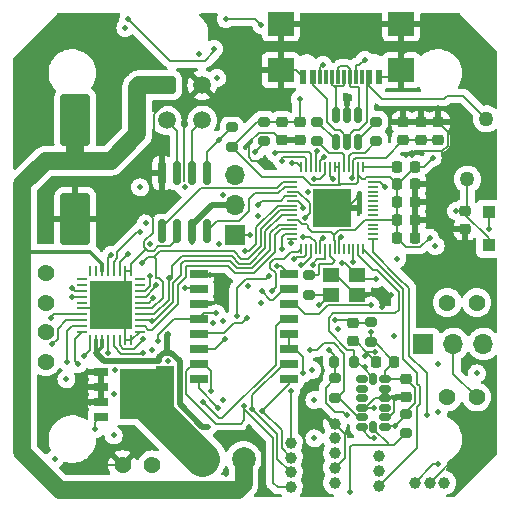
<source format=gbr>
%TF.GenerationSoftware,KiCad,Pcbnew,(6.0.7)*%
%TF.CreationDate,2022-09-21T11:21:43+02:00*%
%TF.ProjectId,CANpaca-EB-schematics,43414e70-6163-4612-9d45-422d73636865,rev?*%
%TF.SameCoordinates,Original*%
%TF.FileFunction,Copper,L1,Top*%
%TF.FilePolarity,Positive*%
%FSLAX46Y46*%
G04 Gerber Fmt 4.6, Leading zero omitted, Abs format (unit mm)*
G04 Created by KiCad (PCBNEW (6.0.7)) date 2022-09-21 11:21:43*
%MOMM*%
%LPD*%
G01*
G04 APERTURE LIST*
G04 Aperture macros list*
%AMRoundRect*
0 Rectangle with rounded corners*
0 $1 Rounding radius*
0 $2 $3 $4 $5 $6 $7 $8 $9 X,Y pos of 4 corners*
0 Add a 4 corners polygon primitive as box body*
4,1,4,$2,$3,$4,$5,$6,$7,$8,$9,$2,$3,0*
0 Add four circle primitives for the rounded corners*
1,1,$1+$1,$2,$3*
1,1,$1+$1,$4,$5*
1,1,$1+$1,$6,$7*
1,1,$1+$1,$8,$9*
0 Add four rect primitives between the rounded corners*
20,1,$1+$1,$2,$3,$4,$5,0*
20,1,$1+$1,$4,$5,$6,$7,0*
20,1,$1+$1,$6,$7,$8,$9,0*
20,1,$1+$1,$8,$9,$2,$3,0*%
%AMFreePoly0*
4,1,9,2.975000,-2.350000,1.425000,-2.350000,1.425000,-2.100000,-1.650000,-2.100000,-1.650000,2.100000,1.425000,2.100000,1.425000,2.350000,2.975000,2.350000,2.975000,-2.350000,2.975000,-2.350000,$1*%
G04 Aperture macros list end*
%TA.AperFunction,SMDPad,CuDef*%
%ADD10RoundRect,0.050000X-0.387500X-0.050000X0.387500X-0.050000X0.387500X0.050000X-0.387500X0.050000X0*%
%TD*%
%TA.AperFunction,SMDPad,CuDef*%
%ADD11RoundRect,0.050000X-0.050000X-0.387500X0.050000X-0.387500X0.050000X0.387500X-0.050000X0.387500X0*%
%TD*%
%TA.AperFunction,SMDPad,CuDef*%
%ADD12R,3.200000X3.200000*%
%TD*%
%TA.AperFunction,ComponentPad*%
%ADD13C,1.270000*%
%TD*%
%TA.AperFunction,SMDPad,CuDef*%
%ADD14RoundRect,0.225000X0.225000X0.250000X-0.225000X0.250000X-0.225000X-0.250000X0.225000X-0.250000X0*%
%TD*%
%TA.AperFunction,SMDPad,CuDef*%
%ADD15RoundRect,0.150000X0.325000X0.150000X-0.325000X0.150000X-0.325000X-0.150000X0.325000X-0.150000X0*%
%TD*%
%TA.AperFunction,SMDPad,CuDef*%
%ADD16RoundRect,0.150000X0.150000X0.325000X-0.150000X0.325000X-0.150000X-0.325000X0.150000X-0.325000X0*%
%TD*%
%TA.AperFunction,SMDPad,CuDef*%
%ADD17RoundRect,0.200000X0.275000X-0.200000X0.275000X0.200000X-0.275000X0.200000X-0.275000X-0.200000X0*%
%TD*%
%TA.AperFunction,SMDPad,CuDef*%
%ADD18RoundRect,0.225000X-0.250000X0.225000X-0.250000X-0.225000X0.250000X-0.225000X0.250000X0.225000X0*%
%TD*%
%TA.AperFunction,ComponentPad*%
%ADD19C,1.000000*%
%TD*%
%TA.AperFunction,ComponentPad*%
%ADD20C,2.000000*%
%TD*%
%TA.AperFunction,SMDPad,CuDef*%
%ADD21R,1.600000X0.760000*%
%TD*%
%TA.AperFunction,SMDPad,CuDef*%
%ADD22R,1.100000X1.100000*%
%TD*%
%TA.AperFunction,SMDPad,CuDef*%
%ADD23RoundRect,0.250000X-1.000000X1.950000X-1.000000X-1.950000X1.000000X-1.950000X1.000000X1.950000X0*%
%TD*%
%TA.AperFunction,SMDPad,CuDef*%
%ADD24RoundRect,0.200000X-0.275000X0.200000X-0.275000X-0.200000X0.275000X-0.200000X0.275000X0.200000X0*%
%TD*%
%TA.AperFunction,SMDPad,CuDef*%
%ADD25RoundRect,0.225000X0.250000X-0.225000X0.250000X0.225000X-0.250000X0.225000X-0.250000X-0.225000X0*%
%TD*%
%TA.AperFunction,SMDPad,CuDef*%
%ADD26R,0.600000X1.150000*%
%TD*%
%TA.AperFunction,SMDPad,CuDef*%
%ADD27R,0.300000X1.150000*%
%TD*%
%TA.AperFunction,SMDPad,CuDef*%
%ADD28R,2.180000X2.000000*%
%TD*%
%TA.AperFunction,SMDPad,CuDef*%
%ADD29RoundRect,0.150000X0.150000X-0.825000X0.150000X0.825000X-0.150000X0.825000X-0.150000X-0.825000X0*%
%TD*%
%TA.AperFunction,ComponentPad*%
%ADD30C,1.425000*%
%TD*%
%TA.AperFunction,SMDPad,CuDef*%
%ADD31RoundRect,0.150000X-0.150000X0.512500X-0.150000X-0.512500X0.150000X-0.512500X0.150000X0.512500X0*%
%TD*%
%TA.AperFunction,SMDPad,CuDef*%
%ADD32R,1.400000X1.200000*%
%TD*%
%TA.AperFunction,SMDPad,CuDef*%
%ADD33RoundRect,0.218750X0.218750X0.256250X-0.218750X0.256250X-0.218750X-0.256250X0.218750X-0.256250X0*%
%TD*%
%TA.AperFunction,ComponentPad*%
%ADD34R,1.700000X1.700000*%
%TD*%
%TA.AperFunction,ComponentPad*%
%ADD35O,1.700000X1.700000*%
%TD*%
%TA.AperFunction,SMDPad,CuDef*%
%ADD36R,1.150000X0.700000*%
%TD*%
%TA.AperFunction,SMDPad,CuDef*%
%ADD37FreePoly0,0.000000*%
%TD*%
%TA.AperFunction,SMDPad,CuDef*%
%ADD38RoundRect,0.062500X0.362500X0.062500X-0.362500X0.062500X-0.362500X-0.062500X0.362500X-0.062500X0*%
%TD*%
%TA.AperFunction,SMDPad,CuDef*%
%ADD39RoundRect,0.062500X0.062500X0.362500X-0.062500X0.362500X-0.062500X-0.362500X0.062500X-0.362500X0*%
%TD*%
%TA.AperFunction,SMDPad,CuDef*%
%ADD40R,3.600000X4.100000*%
%TD*%
%TA.AperFunction,SMDPad,CuDef*%
%ADD41RoundRect,0.225000X-0.225000X-0.250000X0.225000X-0.250000X0.225000X0.250000X-0.225000X0.250000X0*%
%TD*%
%TA.AperFunction,SMDPad,CuDef*%
%ADD42RoundRect,0.200000X0.200000X0.275000X-0.200000X0.275000X-0.200000X-0.275000X0.200000X-0.275000X0*%
%TD*%
%TA.AperFunction,ComponentPad*%
%ADD43RoundRect,0.250001X-0.499999X-0.499999X0.499999X-0.499999X0.499999X0.499999X-0.499999X0.499999X0*%
%TD*%
%TA.AperFunction,ComponentPad*%
%ADD44C,1.500000*%
%TD*%
%TA.AperFunction,ViaPad*%
%ADD45C,0.508000*%
%TD*%
%TA.AperFunction,Conductor*%
%ADD46C,0.200000*%
%TD*%
%TA.AperFunction,Conductor*%
%ADD47C,0.520000*%
%TD*%
%TA.AperFunction,Conductor*%
%ADD48C,0.152400*%
%TD*%
%TA.AperFunction,Conductor*%
%ADD49C,0.500000*%
%TD*%
%TA.AperFunction,Conductor*%
%ADD50C,1.500000*%
%TD*%
%TA.AperFunction,Conductor*%
%ADD51C,0.350000*%
%TD*%
%TA.AperFunction,Conductor*%
%ADD52C,3.000000*%
%TD*%
G04 APERTURE END LIST*
D10*
%TO.P,U10,1,IOVDD*%
%TO.N,3V3*%
X97562500Y-48400000D03*
%TO.P,U10,2,GPIO0*%
%TO.N,CAN_TX*%
X97562500Y-48800000D03*
%TO.P,U10,3,GPIO1*%
%TO.N,CAN_RX*%
X97562500Y-49200000D03*
%TO.P,U10,4,GPIO2*%
%TO.N,EN_E*%
X97562500Y-49600000D03*
%TO.P,U10,5,GPIO3*%
%TO.N,DIR_E*%
X97562500Y-50000000D03*
%TO.P,U10,6,GPIO4*%
%TO.N,STEP_E*%
X97562500Y-50400000D03*
%TO.P,U10,7,GPIO5*%
%TO.N,DIAG1_E*%
X97562500Y-50800000D03*
%TO.P,U10,8,GPIO6*%
%TO.N,MISO*%
X97562500Y-51200000D03*
%TO.P,U10,9,GPIO7*%
%TO.N,MOSI*%
X97562500Y-51600000D03*
%TO.P,U10,10,IOVDD*%
%TO.N,3V3*%
X97562500Y-52000000D03*
%TO.P,U10,11,GPIO8*%
%TO.N,SCK*%
X97562500Y-52400000D03*
%TO.P,U10,12,GPIO9*%
%TO.N,CS_E*%
X97562500Y-52800000D03*
%TO.P,U10,13,GPIO10*%
%TO.N,FAN_0*%
X97562500Y-53200000D03*
%TO.P,U10,14,GPIO11*%
%TO.N,FAN_1*%
X97562500Y-53600000D03*
D11*
%TO.P,U10,15,GPIO12*%
%TO.N,PROBE*%
X98400000Y-54437500D03*
%TO.P,U10,16,GPIO13*%
%TO.N,SERVO*%
X98800000Y-54437500D03*
%TO.P,U10,17,GPIO14*%
%TO.N,HOT_0*%
X99200000Y-54437500D03*
%TO.P,U10,18,GPIO15*%
%TO.N,CS_MAX*%
X99600000Y-54437500D03*
%TO.P,U10,19,TESTEN*%
%TO.N,GND*%
X100000000Y-54437500D03*
%TO.P,U10,20,XIN*%
%TO.N,Net-(C47-Pad2)*%
X100400000Y-54437500D03*
%TO.P,U10,21,XOUT*%
%TO.N,Net-(R28-Pad2)*%
X100800000Y-54437500D03*
%TO.P,U10,22,IOVDD*%
%TO.N,3V3*%
X101200000Y-54437500D03*
%TO.P,U10,23,DVDD*%
%TO.N,1V1*%
X101600000Y-54437500D03*
%TO.P,U10,24,SWCLK*%
%TO.N,SWCLK*%
X102000000Y-54437500D03*
%TO.P,U10,25,SWD*%
%TO.N,SWDIO*%
X102400000Y-54437500D03*
%TO.P,U10,26,RUN*%
%TO.N,RUN*%
X102800000Y-54437500D03*
%TO.P,U10,27,GPIO16*%
%TO.N,CS_ADXL*%
X103200000Y-54437500D03*
%TO.P,U10,28,GPIO17*%
%TO.N,RGB*%
X103600000Y-54437500D03*
D10*
%TO.P,U10,29,GPIO18*%
%TO.N,RUNOUT*%
X104437500Y-53600000D03*
%TO.P,U10,30,GPIO19*%
%TO.N,unconnected-(U10-Pad30)*%
X104437500Y-53200000D03*
%TO.P,U10,31,GPIO20*%
%TO.N,unconnected-(U10-Pad31)*%
X104437500Y-52800000D03*
%TO.P,U10,32,GPIO21*%
%TO.N,unconnected-(U10-Pad32)*%
X104437500Y-52400000D03*
%TO.P,U10,33,IOVDD*%
%TO.N,3V3*%
X104437500Y-52000000D03*
%TO.P,U10,34,GPIO22*%
%TO.N,unconnected-(U10-Pad34)*%
X104437500Y-51600000D03*
%TO.P,U10,35,GPIO23*%
%TO.N,unconnected-(U10-Pad35)*%
X104437500Y-51200000D03*
%TO.P,U10,36,GPIO24*%
%TO.N,unconnected-(U10-Pad36)*%
X104437500Y-50800000D03*
%TO.P,U10,37,GPIO25*%
%TO.N,unconnected-(U10-Pad37)*%
X104437500Y-50400000D03*
%TO.P,U10,38,GPIO26_ADC0*%
%TO.N,unconnected-(U10-Pad38)*%
X104437500Y-50000000D03*
%TO.P,U10,39,GPIO27_ADC1*%
%TO.N,unconnected-(U10-Pad39)*%
X104437500Y-49600000D03*
%TO.P,U10,40,GPIO28_ADC2*%
%TO.N,unconnected-(U10-Pad40)*%
X104437500Y-49200000D03*
%TO.P,U10,41,GPIO29_ADC3*%
%TO.N,TH_0*%
X104437500Y-48800000D03*
%TO.P,U10,42,IOVDD*%
%TO.N,3V3*%
X104437500Y-48400000D03*
D11*
%TO.P,U10,43,ADC_AVDD*%
%TO.N,AVDD*%
X103600000Y-47562500D03*
%TO.P,U10,44,VREG_IN*%
%TO.N,3V3*%
X103200000Y-47562500D03*
%TO.P,U10,45,VREG_VOUT*%
%TO.N,1V1*%
X102800000Y-47562500D03*
%TO.P,U10,46,USB_DM*%
%TO.N,USB_N*%
X102400000Y-47562500D03*
%TO.P,U10,47,USB_DP*%
%TO.N,USB_P*%
X102000000Y-47562500D03*
%TO.P,U10,48,USB_VDD*%
%TO.N,3V3*%
X101600000Y-47562500D03*
%TO.P,U10,49,IOVDD*%
X101200000Y-47562500D03*
%TO.P,U10,50,DVDD*%
%TO.N,1V1*%
X100800000Y-47562500D03*
%TO.P,U10,51,QSPI_SD3*%
%TO.N,QSPI_SD3*%
X100400000Y-47562500D03*
%TO.P,U10,52,QSPI_SCLK*%
%TO.N,QSPI_SCLK*%
X100000000Y-47562500D03*
%TO.P,U10,53,QSPI_SD0*%
%TO.N,QSPI_SD0*%
X99600000Y-47562500D03*
%TO.P,U10,54,QSPI_SD2*%
%TO.N,QSPI_SD2*%
X99200000Y-47562500D03*
%TO.P,U10,55,QSPI_SD1*%
%TO.N,QSPI_SD1*%
X98800000Y-47562500D03*
%TO.P,U10,56,QSPI_SS*%
%TO.N,QSPI_SS*%
X98400000Y-47562500D03*
D12*
%TO.P,U10,57,GND*%
%TO.N,GND*%
X101000000Y-51000000D03*
%TD*%
D13*
%TO.P,F1,1*%
%TO.N,VBUS*%
X114050000Y-43450000D03*
%TO.P,F1,2*%
%TO.N,Net-(C20-Pad2)*%
X112450000Y-48550000D03*
%TD*%
D14*
%TO.P,C39,1*%
%TO.N,GND*%
X108025000Y-50500000D03*
%TO.P,C39,2*%
%TO.N,3V3*%
X106475000Y-50500000D03*
%TD*%
D15*
%TO.P,U11,1,Vdd_I/O*%
%TO.N,3V3*%
X105500000Y-69500000D03*
%TO.P,U11,2,GND*%
%TO.N,GND*%
X105500000Y-68700000D03*
%TO.P,U11,3,RES*%
%TO.N,unconnected-(U11-Pad3)*%
X105500000Y-67900000D03*
%TO.P,U11,4,GND*%
%TO.N,GND*%
X105500000Y-67100000D03*
%TO.P,U11,5,GND*%
X105500000Y-66300000D03*
%TO.P,U11,6,Vs*%
%TO.N,3V3*%
X105500000Y-65500000D03*
D16*
%TO.P,U11,7,~{CS}*%
%TO.N,CS_ADXL*%
X104500000Y-65500000D03*
D15*
%TO.P,U11,8,INT1*%
%TO.N,unconnected-(U11-Pad8)*%
X103500000Y-65500000D03*
%TO.P,U11,9,INT2*%
%TO.N,unconnected-(U11-Pad9)*%
X103500000Y-66300000D03*
%TO.P,U11,10,NC*%
%TO.N,unconnected-(U11-Pad10)*%
X103500000Y-67100000D03*
%TO.P,U11,11,RES*%
%TO.N,GND*%
X103500000Y-67900000D03*
%TO.P,U11,12,SDO/ADDR*%
%TO.N,MISO*%
X103500000Y-68700000D03*
%TO.P,U11,13,SDA/SDI/SDIO*%
%TO.N,MOSI_2*%
X103500000Y-69500000D03*
D16*
%TO.P,U11,14,SCL/SCLK*%
%TO.N,SCK*%
X104500000Y-69500000D03*
%TD*%
D17*
%TO.P,R34,1*%
%TO.N,MISO*%
X101250000Y-67075000D03*
%TO.P,R34,2*%
%TO.N,3V3*%
X101250000Y-65425000D03*
%TD*%
D18*
%TO.P,C35,1*%
%TO.N,GND*%
X107000000Y-43725000D03*
%TO.P,C35,2*%
%TO.N,1V1*%
X107000000Y-45275000D03*
%TD*%
D19*
%TO.P,J14,1,1*%
%TO.N,GND*%
X101250000Y-69250000D03*
%TO.P,J14,2,2*%
%TO.N,5V*%
X101250000Y-70500000D03*
%TO.P,J14,3,3*%
%TO.N,SERVO*%
X101250000Y-71750000D03*
%TO.P,J14,4,4*%
%TO.N,GND*%
X101250000Y-73000000D03*
%TO.P,J14,5,5*%
%TO.N,PROBE*%
X101250000Y-74250000D03*
%TD*%
D20*
%TO.P,J6,1,Pin_1*%
%TO.N,Net-(J6-Pad1)*%
X90000000Y-72250000D03*
%TO.P,J6,2,Pin_2*%
%TO.N,DC_IN*%
X93500000Y-72250000D03*
%TD*%
D21*
%TO.P,SW1,1*%
%TO.N,GND*%
X89690000Y-56555000D03*
%TO.P,SW1,2*%
%TO.N,CAN_OUT*%
X89690000Y-57825000D03*
%TO.P,SW1,3*%
%TO.N,GND*%
X89690000Y-59095000D03*
%TO.P,SW1,4*%
%TO.N,3V3*%
X89690000Y-60365000D03*
%TO.P,SW1,5*%
%TO.N,4300R*%
X89690000Y-61635000D03*
%TO.P,SW1,6*%
%TO.N,430R*%
X89690000Y-62905000D03*
%TO.P,SW1,7*%
%TO.N,FORCE_N*%
X89690000Y-64175000D03*
%TO.P,SW1,8*%
%TO.N,FORCE_P*%
X89690000Y-65445000D03*
%TO.P,SW1,9*%
%TO.N,RTDIN_P*%
X97310000Y-65445000D03*
%TO.P,SW1,10*%
%TO.N,RTDIN_N*%
X97310000Y-64175000D03*
%TO.P,SW1,11*%
%TO.N,ISENSOR*%
X97310000Y-62905000D03*
%TO.P,SW1,12*%
X97310000Y-61635000D03*
%TO.P,SW1,13*%
%TO.N,THO_IN*%
X97310000Y-60365000D03*
%TO.P,SW1,14*%
%TO.N,BOOT_IN*%
X97310000Y-59095000D03*
%TO.P,SW1,15*%
%TO.N,CAN_P*%
X97310000Y-57825000D03*
%TO.P,SW1,16*%
%TO.N,RUN*%
X97310000Y-56555000D03*
%TD*%
D17*
%TO.P,R28,1*%
%TO.N,Net-(C48-Pad2)*%
X99000000Y-58325000D03*
%TO.P,R28,2*%
%TO.N,Net-(R28-Pad2)*%
X99000000Y-56675000D03*
%TD*%
D22*
%TO.P,D5,1,K*%
%TO.N,USB_5V*%
X114250000Y-51350000D03*
%TO.P,D5,2,A*%
%TO.N,Net-(C20-Pad2)*%
X114250000Y-54150000D03*
%TD*%
D18*
%TO.P,C36,1*%
%TO.N,GND*%
X108500000Y-43725000D03*
%TO.P,C36,2*%
%TO.N,1V1*%
X108500000Y-45275000D03*
%TD*%
D23*
%TO.P,C12,1*%
%TO.N,DC_IN*%
X79250000Y-43550000D03*
%TO.P,C12,2*%
%TO.N,GND*%
X79250000Y-51950000D03*
%TD*%
D17*
%TO.P,R32,1*%
%TO.N,SCK*%
X107250000Y-70075000D03*
%TO.P,R32,2*%
%TO.N,3V3*%
X107250000Y-68425000D03*
%TD*%
D24*
%TO.P,R16,1*%
%TO.N,3V3*%
X95250000Y-43675000D03*
%TO.P,R16,2*%
%TO.N,QSPI_SS*%
X95250000Y-45325000D03*
%TD*%
D14*
%TO.P,C40,1*%
%TO.N,GND*%
X108025000Y-52000000D03*
%TO.P,C40,2*%
%TO.N,3V3*%
X106475000Y-52000000D03*
%TD*%
D19*
%TO.P,J16,1,1*%
%TO.N,3V3*%
X110500000Y-74250000D03*
%TO.P,J16,2,2*%
%TO.N,GND*%
X109250000Y-74250000D03*
%TO.P,J16,3,3*%
%TO.N,RUNOUT*%
X108000000Y-74250000D03*
%TD*%
%TO.P,J13,1,1*%
%TO.N,5V*%
X105000000Y-72000000D03*
%TO.P,J13,2,2*%
%TO.N,GND*%
X105000000Y-73250000D03*
%TO.P,J13,3,3*%
%TO.N,RGB*%
X105000000Y-74500000D03*
%TD*%
D24*
%TO.P,R29,1*%
%TO.N,RUN*%
X104250000Y-60675000D03*
%TO.P,R29,2*%
%TO.N,3V3*%
X104250000Y-62325000D03*
%TD*%
D25*
%TO.P,C29,1*%
%TO.N,GND*%
X98250000Y-45275000D03*
%TO.P,C29,2*%
%TO.N,3V3*%
X98250000Y-43725000D03*
%TD*%
D26*
%TO.P,J9,A1/B12,GND*%
%TO.N,GND*%
X104950000Y-39887500D03*
%TO.P,J9,A4/B9,VBUS*%
%TO.N,VBUS*%
X104150000Y-39887500D03*
D27*
%TO.P,J9,A5,CC1*%
%TO.N,Net-(J9-PadA5)*%
X103000000Y-39887500D03*
%TO.P,J9,A6,DP1*%
%TO.N,DP*%
X102000000Y-39887500D03*
%TO.P,J9,A7,DN1*%
%TO.N,DN*%
X101500000Y-39887500D03*
%TO.P,J9,A8,SBU1*%
%TO.N,unconnected-(J9-PadA8)*%
X100500000Y-39887500D03*
D26*
%TO.P,J9,B1/A12,GND*%
%TO.N,GND*%
X98550000Y-39887500D03*
%TO.P,J9,B4/A9,VBUS*%
%TO.N,VBUS*%
X99350000Y-39887500D03*
D27*
%TO.P,J9,B5,CC2*%
%TO.N,Net-(J9-PadB5)*%
X100000000Y-39887500D03*
%TO.P,J9,B6,DP2*%
%TO.N,DP*%
X101000000Y-39887500D03*
%TO.P,J9,B7,DN2*%
%TO.N,DN*%
X102500000Y-39887500D03*
%TO.P,J9,B8,SBU2*%
%TO.N,unconnected-(J9-PadB8)*%
X103500000Y-39887500D03*
D28*
%TO.P,J9,S1,GND*%
%TO.N,GND*%
X106860000Y-39312500D03*
%TO.P,J9,S2,GND*%
X96640000Y-39312500D03*
%TO.P,J9,S3,GND*%
X106860000Y-35382500D03*
%TO.P,J9,S4,GND*%
X96640000Y-35382500D03*
%TD*%
D29*
%TO.P,U1,1,TXD*%
%TO.N,CAN_TX*%
X86595000Y-52975000D03*
%TO.P,U1,2,GND*%
%TO.N,GND*%
X87865000Y-52975000D03*
%TO.P,U1,3,VCC*%
%TO.N,5V*%
X89135000Y-52975000D03*
%TO.P,U1,4,RXD*%
%TO.N,CAN_RX*%
X90405000Y-52975000D03*
%TO.P,U1,5,VREF*%
%TO.N,Net-(C2-Pad2)*%
X90405000Y-48025000D03*
%TO.P,U1,6,CANL*%
%TO.N,CAN_N*%
X89135000Y-48025000D03*
%TO.P,U1,7,CANH*%
%TO.N,CAN_P*%
X87865000Y-48025000D03*
%TO.P,U1,8,S*%
%TO.N,GND*%
X86595000Y-48025000D03*
%TD*%
D30*
%TO.P,J5,1,1*%
%TO.N,Net-(C15-Pad2)*%
X113250000Y-67000000D03*
%TO.P,J5,2,2*%
%TO.N,Net-(D3-Pad2)*%
X110750000Y-67000000D03*
%TD*%
D14*
%TO.P,C38,1*%
%TO.N,GND*%
X108025000Y-49000000D03*
%TO.P,C38,2*%
%TO.N,3V3*%
X106475000Y-49000000D03*
%TD*%
D31*
%TO.P,U7,1,I/O1*%
%TO.N,DN*%
X103200000Y-43112500D03*
%TO.P,U7,2,GND*%
%TO.N,GND*%
X102250000Y-43112500D03*
%TO.P,U7,3,I/O2*%
%TO.N,DP*%
X101300000Y-43112500D03*
%TO.P,U7,4,I/O2*%
%TO.N,Net-(R23-Pad1)*%
X101300000Y-45387500D03*
%TO.P,U7,5,VBUS*%
%TO.N,VBUS*%
X102250000Y-45387500D03*
%TO.P,U7,6,I/O1*%
%TO.N,Net-(R18-Pad2)*%
X103200000Y-45387500D03*
%TD*%
D30*
%TO.P,J2,1,1*%
%TO.N,Net-(C15-Pad2)*%
X113250000Y-59000000D03*
%TO.P,J2,2,2*%
%TO.N,Net-(D1-Pad2)*%
X110750000Y-59000000D03*
%TD*%
D32*
%TO.P,Y1,1,1*%
%TO.N,Net-(C47-Pad2)*%
X103100000Y-56650000D03*
%TO.P,Y1,2,2*%
%TO.N,GND*%
X100900000Y-56650000D03*
%TO.P,Y1,3,3*%
%TO.N,Net-(C48-Pad2)*%
X100900000Y-58350000D03*
%TO.P,Y1,4,4*%
%TO.N,GND*%
X103100000Y-58350000D03*
%TD*%
D25*
%TO.P,C51,1*%
%TO.N,GND*%
X102750000Y-62275000D03*
%TO.P,C51,2*%
%TO.N,RUN*%
X102750000Y-60725000D03*
%TD*%
D18*
%TO.P,C37,1*%
%TO.N,GND*%
X110000000Y-43725000D03*
%TO.P,C37,2*%
%TO.N,1V1*%
X110000000Y-45275000D03*
%TD*%
D33*
%TO.P,L4,1,1*%
%TO.N,3V3*%
X108037500Y-47500000D03*
%TO.P,L4,2,2*%
%TO.N,AVDD*%
X106462500Y-47500000D03*
%TD*%
D30*
%TO.P,J17,1,1*%
%TO.N,GND*%
X83250000Y-72750000D03*
%TO.P,J17,2,2*%
%TO.N,Net-(J17-Pad2)*%
X85750000Y-72750000D03*
%TD*%
D25*
%TO.P,C20,1*%
%TO.N,GND*%
X112250000Y-52775000D03*
%TO.P,C20,2*%
%TO.N,Net-(C20-Pad2)*%
X112250000Y-51225000D03*
%TD*%
D18*
%TO.P,C53,1*%
%TO.N,3V3*%
X107250000Y-65475000D03*
%TO.P,C53,2*%
%TO.N,GND*%
X107250000Y-67025000D03*
%TD*%
D14*
%TO.P,C41,1*%
%TO.N,GND*%
X108025000Y-53500000D03*
%TO.P,C41,2*%
%TO.N,3V3*%
X106475000Y-53500000D03*
%TD*%
D34*
%TO.P,J4,1,Pin_1*%
%TO.N,DC_IN*%
X108725000Y-62500000D03*
D35*
%TO.P,J4,2,Pin_2*%
%TO.N,Net-(C15-Pad2)*%
X111265000Y-62500000D03*
%TO.P,J4,3,Pin_3*%
%TO.N,5V*%
X113805000Y-62500000D03*
%TD*%
D17*
%TO.P,R3,1*%
%TO.N,3V3*%
X92500000Y-45825000D03*
%TO.P,R3,2*%
%TO.N,Net-(C2-Pad2)*%
X92500000Y-44175000D03*
%TD*%
D30*
%TO.P,J8,1,1*%
%TO.N,MOTOR_A2*%
X76750000Y-56500000D03*
%TO.P,J8,2,2*%
%TO.N,MOTOR_A1*%
X76750000Y-59000000D03*
%TO.P,J8,3,3*%
%TO.N,Net-(J8-Pad3)*%
X76750000Y-61500000D03*
%TO.P,J8,4,4*%
%TO.N,Net-(J8-Pad4)*%
X76750000Y-64000000D03*
%TD*%
D36*
%TO.P,Q3,1,S*%
%TO.N,GND*%
X81415000Y-64840000D03*
%TO.P,Q3,2,S*%
X81415000Y-66110000D03*
%TO.P,Q3,3,S*%
X81415000Y-67390000D03*
%TO.P,Q3,4,G*%
%TO.N,Net-(Q3-Pad4)*%
X81415000Y-68660000D03*
D37*
%TO.P,Q3,5,D*%
%TO.N,Net-(J6-Pad1)*%
X84685000Y-66750000D03*
%TD*%
D19*
%TO.P,J12,1,1*%
%TO.N,FORCE_P*%
X97500000Y-70875000D03*
%TO.P,J12,2,2*%
%TO.N,RTDIN_P*%
X97500000Y-72125000D03*
%TO.P,J12,3,3*%
%TO.N,RTDIN_N*%
X97500000Y-73375000D03*
%TO.P,J12,4,4*%
%TO.N,FORCE_N*%
X97500000Y-74625000D03*
%TD*%
D38*
%TO.P,U3,1,CLK*%
%TO.N,GND*%
X84700000Y-61500000D03*
%TO.P,U3,2,~{CS}_CFG3*%
%TO.N,CS_E*%
X84700000Y-61000000D03*
%TO.P,U3,3,SCK_CFG2*%
%TO.N,SCK*%
X84700000Y-60500000D03*
%TO.P,U3,4,SDI_CFG1*%
%TO.N,MOSI*%
X84700000Y-60000000D03*
%TO.P,U3,5,SDO_CFG0*%
%TO.N,MISO*%
X84700000Y-59500000D03*
%TO.P,U3,6,STEP*%
%TO.N,STEP_E*%
X84700000Y-59000000D03*
%TO.P,U3,7,DIR*%
%TO.N,DIR_E*%
X84700000Y-58500000D03*
%TO.P,U3,8,VCC_IO*%
%TO.N,3V3*%
X84700000Y-58000000D03*
%TO.P,U3,9,DNC*%
%TO.N,unconnected-(U3-Pad9)*%
X84700000Y-57500000D03*
%TO.P,U3,10,SPI_MODE*%
%TO.N,unconnected-(U3-Pad10)*%
X84700000Y-57000000D03*
D39*
%TO.P,U3,11,NC*%
%TO.N,GND*%
X84000000Y-56300000D03*
%TO.P,U3,12,GNDP*%
X83500000Y-56300000D03*
%TO.P,U3,13,OB1*%
%TO.N,Net-(J8-Pad3)*%
X83000000Y-56300000D03*
%TO.P,U3,14,BRB*%
%TO.N,Net-(C17-Pad1)*%
X82500000Y-56300000D03*
%TO.P,U3,15,OB2*%
%TO.N,Net-(J8-Pad4)*%
X82000000Y-56300000D03*
%TO.P,U3,16,VS*%
%TO.N,DC_IN*%
X81500000Y-56300000D03*
%TO.P,U3,17,DCO*%
%TO.N,unconnected-(U3-Pad17)*%
X81000000Y-56300000D03*
%TO.P,U3,18,DCEN_CFG4*%
%TO.N,unconnected-(U3-Pad18)*%
X80500000Y-56300000D03*
D38*
%TO.P,U3,19,DCIN_CFG5*%
%TO.N,unconnected-(U3-Pad19)*%
X79800000Y-57000000D03*
%TO.P,U3,20,DIAG0*%
%TO.N,unconnected-(U3-Pad20)*%
X79800000Y-57500000D03*
%TO.P,U3,21,DIAG1*%
%TO.N,DIAG1_E*%
X79800000Y-58000000D03*
%TO.P,U3,22,~{DRV_EN}_CFG6*%
%TO.N,EN_E*%
X79800000Y-58500000D03*
%TO.P,U3,23,AIN_IREF*%
%TO.N,unconnected-(U3-Pad23)*%
X79800000Y-59000000D03*
%TO.P,U3,24,GNDA*%
%TO.N,GND*%
X79800000Y-59500000D03*
%TO.P,U3,25,5VOUT*%
%TO.N,Net-(C11-Pad2)*%
X79800000Y-60000000D03*
%TO.P,U3,26,VCC*%
%TO.N,Net-(C10-Pad2)*%
X79800000Y-60500000D03*
%TO.P,U3,27,CPO*%
%TO.N,Net-(C7-Pad1)*%
X79800000Y-61000000D03*
%TO.P,U3,28,CPI*%
%TO.N,Net-(C7-Pad2)*%
X79800000Y-61500000D03*
D39*
%TO.P,U3,29,VCP*%
%TO.N,Net-(C6-Pad2)*%
X80500000Y-62200000D03*
%TO.P,U3,30,VSA*%
%TO.N,DC_IN*%
X81000000Y-62200000D03*
%TO.P,U3,31,VS*%
X81500000Y-62200000D03*
%TO.P,U3,32,OA2*%
%TO.N,MOTOR_A2*%
X82000000Y-62200000D03*
%TO.P,U3,33,BRA*%
%TO.N,Net-(C16-Pad1)*%
X82500000Y-62200000D03*
%TO.P,U3,34,OA1*%
%TO.N,MOTOR_A1*%
X83000000Y-62200000D03*
%TO.P,U3,35,GNDP*%
%TO.N,GND*%
X83500000Y-62200000D03*
%TO.P,U3,36,TST_MODE*%
X84000000Y-62200000D03*
D40*
%TO.P,U3,37,EP*%
X82250000Y-59250000D03*
%TD*%
D34*
%TO.P,J11,1,Pin_1*%
%TO.N,USB_5V*%
X92750000Y-53275000D03*
D35*
%TO.P,J11,2,Pin_2*%
%TO.N,5V*%
X92750000Y-50735000D03*
%TO.P,J11,3,Pin_3*%
%TO.N,DC_5V*%
X92750000Y-48195000D03*
%TD*%
D24*
%TO.P,R23,1*%
%TO.N,Net-(R23-Pad1)*%
X99750000Y-43675000D03*
%TO.P,R23,2*%
%TO.N,USB_P*%
X99750000Y-45325000D03*
%TD*%
D41*
%TO.P,C54,1*%
%TO.N,GND*%
X104725000Y-64000000D03*
%TO.P,C54,2*%
%TO.N,3V3*%
X106275000Y-64000000D03*
%TD*%
D42*
%TO.P,R35,1*%
%TO.N,CS_ADXL*%
X102825000Y-64000000D03*
%TO.P,R35,2*%
%TO.N,3V3*%
X101175000Y-64000000D03*
%TD*%
D18*
%TO.P,C27,1*%
%TO.N,3V3*%
X96750000Y-43725000D03*
%TO.P,C27,2*%
%TO.N,GND*%
X96750000Y-45275000D03*
%TD*%
D17*
%TO.P,R18,1*%
%TO.N,USB_N*%
X104750000Y-45325000D03*
%TO.P,R18,2*%
%TO.N,Net-(R18-Pad2)*%
X104750000Y-43675000D03*
%TD*%
D43*
%TO.P,J7,1,Pin_1*%
%TO.N,DC_IN*%
X87000000Y-40585000D03*
D44*
%TO.P,J7,2,Pin_2*%
%TO.N,GND*%
X90000000Y-40585000D03*
%TO.P,J7,3,Pin_3*%
%TO.N,CAN_P*%
X87000000Y-43585000D03*
%TO.P,J7,4,Pin_4*%
%TO.N,CAN_N*%
X90000000Y-43585000D03*
%TD*%
D45*
%TO.N,GND*%
X112250000Y-68250000D03*
X93500000Y-40500000D03*
X76750000Y-36000000D03*
X77667052Y-67091990D03*
X92750000Y-37500000D03*
X105250000Y-59371500D03*
X85250000Y-51328500D03*
X110000000Y-42500000D03*
X80500000Y-67500000D03*
X80954130Y-72250000D03*
X107750000Y-46500000D03*
X104648586Y-63203500D03*
X95000000Y-47000000D03*
X90695245Y-56634407D03*
X86250000Y-45250000D03*
X94000000Y-69500000D03*
X92000000Y-73500000D03*
X114250000Y-41750000D03*
X106000000Y-58333616D03*
X102250000Y-41750000D03*
X93930064Y-39046500D03*
X110750000Y-52750000D03*
X107500000Y-37500000D03*
X100250000Y-53553500D03*
X103250000Y-50000000D03*
X77495479Y-65664490D03*
X103750000Y-63500000D03*
X104571500Y-67970792D03*
X113250000Y-55500000D03*
%TO.N,5V*%
X77500000Y-72250000D03*
X78500000Y-65500000D03*
%TO.N,Net-(C2-Pad2)*%
X91462500Y-45212500D03*
X91750000Y-49898500D03*
%TO.N,CAN_P*%
X95033764Y-58033764D03*
X91446498Y-54046500D03*
%TO.N,CAN_N*%
X85609592Y-54049143D03*
X88500000Y-49250000D03*
%TO.N,DC_IN*%
X87118403Y-61671903D03*
X90500000Y-69500000D03*
%TO.N,Net-(C6-Pad2)*%
X80000000Y-63500000D03*
X90943417Y-60753720D03*
%TO.N,Net-(C7-Pad1)*%
X78553500Y-64000000D03*
%TO.N,Net-(C7-Pad2)*%
X79500000Y-64196500D03*
X82581498Y-64733822D03*
%TO.N,3V3*%
X104250000Y-61528500D03*
X98250000Y-41750000D03*
X99500000Y-70500000D03*
X91196500Y-59928500D03*
X106343016Y-69458688D03*
X109250000Y-53500000D03*
X82500000Y-70250000D03*
X100750000Y-63000000D03*
X95000000Y-59000000D03*
X109500000Y-46750000D03*
X86250000Y-62250000D03*
X85536780Y-56734237D03*
X102227918Y-68522082D03*
%TO.N,Net-(C10-Pad2)*%
X84750000Y-49250000D03*
X77271452Y-62542905D03*
%TO.N,Net-(C11-Pad2)*%
X85250000Y-52250000D03*
X77179209Y-60288022D03*
%TO.N,Net-(C16-Pad1)*%
X93875996Y-57625995D03*
X85000000Y-63246500D03*
%TO.N,Net-(C17-Pad1)*%
X84750000Y-53000000D03*
%TO.N,Net-(C19-Pad2)*%
X92000000Y-35000000D03*
X95000000Y-35500000D03*
X91016384Y-37516384D03*
X83750000Y-35000000D03*
%TO.N,Net-(C20-Pad2)*%
X111500000Y-51250000D03*
%TO.N,Net-(C23-Pad2)*%
X89750000Y-38000000D03*
X91250000Y-40000000D03*
X83500000Y-35750000D03*
%TO.N,1V1*%
X101783970Y-53464823D03*
X101046500Y-48500000D03*
X102646500Y-48446500D03*
%TO.N,Net-(C47-Pad2)*%
X101802812Y-55644376D03*
X99346500Y-55825423D03*
X104750000Y-57000000D03*
%TO.N,Net-(C48-Pad2)*%
X99883459Y-59248111D03*
%TO.N,RTDIN_P*%
X95090897Y-68159103D03*
%TO.N,RTDIN_N*%
X94250000Y-68000000D03*
%TO.N,RUN*%
X96332603Y-55881068D03*
X102789633Y-55556865D03*
X101250000Y-60500000D03*
%TO.N,TH_0*%
X87072673Y-63935860D03*
X105500000Y-49250000D03*
%TO.N,USB_5V*%
X114250000Y-52750000D03*
X94003479Y-53250000D03*
%TO.N,MOTOR_A2*%
X82000000Y-63246500D03*
%TO.N,MOTOR_A1*%
X85000000Y-62107000D03*
%TO.N,Net-(J8-Pad3)*%
X83750000Y-54849161D03*
%TO.N,Net-(J8-Pad4)*%
X82250000Y-55000000D03*
%TO.N,Net-(J9-PadB5)*%
X100211784Y-38880575D03*
%TO.N,Net-(J9-PadA5)*%
X103750000Y-38453500D03*
%TO.N,FORCE_P*%
X91335374Y-67914626D03*
X97525968Y-66474032D03*
%TO.N,FORCE_N*%
X93513735Y-67733349D03*
X90750000Y-66500000D03*
%TO.N,SERVO*%
X106250000Y-61796500D03*
X97760456Y-55303500D03*
%TO.N,PROBE*%
X95902685Y-58001986D03*
%TO.N,RUNOUT*%
X109000000Y-68500000D03*
X109958232Y-72695695D03*
%TO.N,Net-(Q2-Pad1)*%
X113250000Y-65000000D03*
X110000000Y-68250000D03*
%TO.N,Net-(Q3-Pad4)*%
X80953630Y-69693839D03*
%TO.N,FAN_0*%
X96736906Y-54446500D03*
X106500000Y-55303000D03*
%TO.N,FAN_1*%
X110000000Y-64246500D03*
X97500000Y-54000000D03*
%TO.N,HOT_0*%
X98393300Y-55820875D03*
X82500000Y-66750000D03*
%TO.N,QSPI_SS*%
X97635643Y-47203500D03*
X94722528Y-51698486D03*
X94500000Y-46250000D03*
X98946498Y-49601500D03*
%TO.N,SCK*%
X85750000Y-63000000D03*
X102500000Y-75000000D03*
X85750000Y-60553500D03*
%TO.N,CS_MAX*%
X91750000Y-60578500D03*
X98533223Y-53466979D03*
%TO.N,MOSI*%
X99500000Y-67250000D03*
X91750000Y-67250000D03*
X87184035Y-56934036D03*
%TO.N,430R*%
X101500000Y-61250000D03*
X91928977Y-62097294D03*
%TO.N,4300R*%
X93750000Y-60303500D03*
X99304167Y-64700933D03*
%TO.N,MOSI_2*%
X104504521Y-70495479D03*
%TO.N,MISO*%
X92908508Y-60159726D03*
X95635292Y-56750000D03*
X84921500Y-55653386D03*
X99082857Y-63027098D03*
%TO.N,CS_ADXL*%
X103750000Y-64500000D03*
%TO.N,ISENSOR*%
X98557331Y-64990445D03*
%TO.N,STEP_E*%
X85871472Y-58614634D03*
X98540383Y-51028500D03*
%TO.N,DIR_E*%
X86090280Y-57500000D03*
X94750000Y-50750000D03*
%TO.N,DIAG1_E*%
X93607477Y-54608367D03*
X78963220Y-57765763D03*
%TO.N,EN_E*%
X79000000Y-58553500D03*
X98686817Y-51809074D03*
%TO.N,QSPI_SD1*%
X96758192Y-46975424D03*
%TO.N,QSPI_SD2*%
X96141384Y-46358616D03*
%TO.N,QSPI_SD0*%
X99682339Y-46178500D03*
%TO.N,QSPI_SCLK*%
X100337945Y-46662055D03*
%TO.N,QSPI_SD3*%
X99500000Y-48500500D03*
%TO.N,CAN_OUT*%
X88500000Y-57750000D03*
%TO.N,BOOT_IN*%
X109750000Y-54196500D03*
X104250000Y-59250000D03*
%TO.N,THO_IN*%
X90068990Y-67431010D03*
%TD*%
D46*
%TO.N,GND*%
X108054000Y-46196000D02*
X107750000Y-46500000D01*
X103000000Y-62275000D02*
X103987500Y-63262500D01*
X104500708Y-67900000D02*
X104571500Y-67970792D01*
X86270582Y-54250000D02*
X87250000Y-54250000D01*
X90000000Y-40585000D02*
X88465000Y-42120000D01*
X102100000Y-70100000D02*
X101250000Y-69250000D01*
X112250000Y-71250000D02*
X109250000Y-74250000D01*
X104648586Y-63203500D02*
X104046500Y-63203500D01*
X101300000Y-56650000D02*
X100900000Y-56650000D01*
X87865000Y-53635000D02*
X87865000Y-52975000D01*
X94250000Y-47000000D02*
X95000000Y-47000000D01*
X102100000Y-72150000D02*
X102100000Y-70100000D01*
X80610000Y-67390000D02*
X80500000Y-67500000D01*
X85950000Y-43050000D02*
X87000000Y-42000000D01*
X93946000Y-45446893D02*
X93946000Y-46696000D01*
X106100000Y-67100000D02*
X105500000Y-67100000D01*
X110775000Y-45717462D02*
X110296462Y-46196000D01*
X104046500Y-63203500D02*
X103750000Y-63500000D01*
X94767893Y-44625000D02*
X93946000Y-45446893D01*
X105983616Y-58350000D02*
X103100000Y-58350000D01*
X85250000Y-51328500D02*
X85804000Y-51882500D01*
X107750000Y-37250000D02*
X107500000Y-37500000D01*
X97975000Y-39312500D02*
X98550000Y-39887500D01*
X106860000Y-39312500D02*
X106860000Y-38140000D01*
X85804000Y-51882500D02*
X85804000Y-53071260D01*
X79800000Y-59500000D02*
X82000000Y-59500000D01*
X85950000Y-44950000D02*
X85950000Y-43050000D01*
X85804000Y-53071260D02*
X85055592Y-53819668D01*
X105500000Y-68700000D02*
X105811396Y-68700000D01*
X96100000Y-44625000D02*
X94767893Y-44625000D01*
X77495479Y-66920417D02*
X77667052Y-67091990D01*
X110000000Y-43725000D02*
X110750000Y-44475000D01*
X93796500Y-39046500D02*
X93930064Y-39046500D01*
X110296462Y-46196000D02*
X108054000Y-46196000D01*
X87000000Y-42000000D02*
X88585000Y-42000000D01*
X106275000Y-67275000D02*
X106100000Y-67100000D01*
X102750000Y-62275000D02*
X103000000Y-62275000D01*
X88585000Y-42000000D02*
X90000000Y-40585000D01*
X77495479Y-65664490D02*
X77495479Y-66920417D01*
X105500000Y-67100000D02*
X105500000Y-66300000D01*
X81454130Y-72750000D02*
X83250000Y-72750000D01*
X85917439Y-54603143D02*
X86270582Y-54250000D01*
X104230698Y-67480698D02*
X103811396Y-67900000D01*
X90615838Y-56555000D02*
X90695245Y-56634407D01*
X86250000Y-45250000D02*
X85950000Y-44950000D01*
X81415000Y-64840000D02*
X81415000Y-66110000D01*
X110775000Y-45000000D02*
X110775000Y-45717462D01*
X104950000Y-39887500D02*
X106285000Y-39887500D01*
X105811396Y-68700000D02*
X106275000Y-68236396D01*
X102250000Y-43112500D02*
X102250000Y-41750000D01*
X101000000Y-51000000D02*
X102250000Y-51000000D01*
X103987500Y-63262500D02*
X104725000Y-64000000D01*
X103100000Y-58350000D02*
X103000000Y-58350000D01*
X96750000Y-45275000D02*
X96100000Y-44625000D01*
X82000000Y-59500000D02*
X82250000Y-59250000D01*
X106000000Y-58333616D02*
X105983616Y-58350000D01*
X103811396Y-67900000D02*
X103500000Y-67900000D01*
X106285000Y-39887500D02*
X106860000Y-39312500D01*
X80954130Y-72250000D02*
X81454130Y-72750000D01*
X110750000Y-44500000D02*
X110775000Y-44525000D01*
X96640000Y-39312500D02*
X97975000Y-39312500D01*
X87250000Y-54250000D02*
X87865000Y-53635000D01*
X101250000Y-73000000D02*
X102100000Y-72150000D01*
X100000000Y-53803500D02*
X100250000Y-53553500D01*
X92750000Y-37500000D02*
X93750000Y-38500000D01*
X114250000Y-41750000D02*
X114250000Y-38500000D01*
X81415000Y-67390000D02*
X80610000Y-67390000D01*
X93750000Y-38500000D02*
X93750000Y-39000000D01*
X113000000Y-37250000D02*
X107750000Y-37250000D01*
X93946000Y-46696000D02*
X94250000Y-47000000D01*
X85055592Y-54278618D02*
X85263487Y-54486513D01*
X105250000Y-59371500D02*
X105250000Y-59083616D01*
X83500000Y-60500000D02*
X82250000Y-59250000D01*
X83500000Y-56300000D02*
X83500000Y-58000000D01*
X106860000Y-38140000D02*
X107500000Y-37500000D01*
X85263487Y-54486513D02*
X85380117Y-54603143D01*
X104611396Y-67100000D02*
X104230698Y-67480698D01*
X102250000Y-51000000D02*
X103250000Y-50000000D01*
X93500000Y-40500000D02*
X93500000Y-39476564D01*
X103750000Y-63500000D02*
X103987500Y-63262500D01*
X93500000Y-39476564D02*
X93930064Y-39046500D01*
X83500000Y-62200000D02*
X84000000Y-62200000D01*
X114250000Y-38500000D02*
X113000000Y-37250000D01*
X89690000Y-56555000D02*
X90615838Y-56555000D01*
X106275000Y-68236396D02*
X106275000Y-67275000D01*
X84000000Y-55750000D02*
X85263487Y-54486513D01*
X103500000Y-67900000D02*
X104500708Y-67900000D01*
X100000000Y-54437500D02*
X100000000Y-53803500D01*
X93750000Y-39000000D02*
X93796500Y-39046500D01*
X103000000Y-58350000D02*
X101300000Y-56650000D01*
X83500000Y-62200000D02*
X83500000Y-60500000D01*
X83500000Y-58000000D02*
X82250000Y-59250000D01*
X110750000Y-44475000D02*
X110750000Y-44500000D01*
X85380117Y-54603143D02*
X85917439Y-54603143D01*
X84000000Y-56300000D02*
X84000000Y-55750000D01*
X105500000Y-67100000D02*
X104611396Y-67100000D01*
X110775000Y-44525000D02*
X110775000Y-45000000D01*
X84000000Y-62200000D02*
X84700000Y-61500000D01*
X105250000Y-59083616D02*
X106000000Y-58333616D01*
X84000000Y-56300000D02*
X83500000Y-56300000D01*
X81415000Y-66110000D02*
X81415000Y-67390000D01*
X112250000Y-68250000D02*
X112250000Y-71250000D01*
X85055592Y-53819668D02*
X85055592Y-54278618D01*
X88465000Y-42120000D02*
X88465000Y-48696000D01*
D47*
%TO.N,5V*%
X90807330Y-50735000D02*
X89135000Y-52407330D01*
X89135000Y-52975000D02*
X89135000Y-53900000D01*
X89135000Y-52407330D02*
X89135000Y-52975000D01*
X92750000Y-50735000D02*
X90807330Y-50735000D01*
D46*
%TO.N,Net-(C2-Pad2)*%
X90405000Y-48025000D02*
X90405000Y-46270000D01*
X90405000Y-46270000D02*
X91462500Y-45212500D01*
X91462500Y-45212500D02*
X92500000Y-44175000D01*
D48*
%TO.N,CAN_P*%
X87865000Y-48025000D02*
X87865000Y-48425333D01*
X95965000Y-58750000D02*
X96890000Y-57825000D01*
X95750000Y-58750000D02*
X95965000Y-58750000D01*
X87000000Y-43585000D02*
X87865000Y-44450000D01*
X95033764Y-58033764D02*
X95750000Y-58750000D01*
X87865000Y-44450000D02*
X87865000Y-48025000D01*
X96890000Y-57825000D02*
X97310000Y-57825000D01*
%TO.N,CAN_N*%
X89135000Y-44450000D02*
X89135000Y-48025000D01*
X89135000Y-48865000D02*
X89135000Y-48025000D01*
X90000000Y-43585000D02*
X89135000Y-44450000D01*
X89135000Y-47885000D02*
X89135000Y-47525000D01*
X89135000Y-48025000D02*
X89135000Y-48365000D01*
D49*
%TO.N,DC_IN*%
X86368673Y-63644253D02*
X86781066Y-63231860D01*
D50*
X74750000Y-54500000D02*
X74750000Y-71650524D01*
D49*
X87364280Y-63231860D02*
X88110000Y-63977580D01*
D51*
X75000000Y-54750000D02*
X74750000Y-54500000D01*
D50*
X77968476Y-74869000D02*
X93000000Y-74869000D01*
X84500000Y-40750000D02*
X84500000Y-44750000D01*
X87000000Y-40585000D02*
X84665000Y-40585000D01*
D51*
X81000000Y-63250000D02*
X81000000Y-62200000D01*
D49*
X81000000Y-63250000D02*
X81700000Y-63950000D01*
D51*
X80500000Y-54756282D02*
X80500000Y-54750000D01*
X81500000Y-62750000D02*
X81500000Y-62200000D01*
D50*
X93500000Y-74369000D02*
X93500000Y-72250000D01*
D49*
X86368673Y-63881327D02*
X86368673Y-63644253D01*
X88110000Y-63977580D02*
X88110000Y-67602284D01*
D51*
X81500000Y-56300000D02*
X81500000Y-55756282D01*
D49*
X86300000Y-63950000D02*
X86368673Y-63881327D01*
X81700000Y-63950000D02*
X86300000Y-63950000D01*
D50*
X76750000Y-47000000D02*
X74750000Y-49000000D01*
D51*
X80500000Y-54750000D02*
X75000000Y-54750000D01*
D49*
X86781066Y-63231860D02*
X86981860Y-63231860D01*
D50*
X84665000Y-40585000D02*
X84500000Y-40750000D01*
D51*
X81000000Y-63250000D02*
X81500000Y-62750000D01*
X81500000Y-55756282D02*
X80500000Y-54756282D01*
D50*
X79250000Y-47000000D02*
X76750000Y-47000000D01*
X74750000Y-71650524D02*
X77968476Y-74869000D01*
X84500000Y-44750000D02*
X82250000Y-47000000D01*
X82250000Y-47000000D02*
X79250000Y-47000000D01*
D49*
X86981860Y-63231860D02*
X87364280Y-63231860D01*
D50*
X79250000Y-47000000D02*
X79250000Y-43550000D01*
D49*
X88110000Y-67602284D02*
X90007716Y-69500000D01*
D50*
X74750000Y-49000000D02*
X74750000Y-54500000D01*
X93000000Y-74869000D02*
X93500000Y-74369000D01*
D49*
X86981860Y-61808446D02*
X86981860Y-63231860D01*
X87118403Y-61671903D02*
X86981860Y-61808446D01*
X90007716Y-69500000D02*
X90500000Y-69500000D01*
D46*
%TO.N,Net-(C6-Pad2)*%
X80500000Y-63000000D02*
X80000000Y-63500000D01*
X80500000Y-62200000D02*
X80500000Y-63000000D01*
%TO.N,Net-(C7-Pad1)*%
X78553500Y-61446500D02*
X78553500Y-64000000D01*
X79000000Y-61000000D02*
X78553500Y-61446500D01*
X79800000Y-61000000D02*
X79000000Y-61000000D01*
%TO.N,Net-(C7-Pad2)*%
X79500000Y-64196500D02*
X79250000Y-63946500D01*
X79250000Y-62050000D02*
X79800000Y-61500000D01*
X79250000Y-63946500D02*
X79250000Y-62050000D01*
%TO.N,3V3*%
X101175000Y-63425000D02*
X101175000Y-64000000D01*
X96750000Y-43725000D02*
X95300000Y-43725000D01*
X86250000Y-61756831D02*
X86250000Y-62250000D01*
X106343016Y-69458688D02*
X105541312Y-69458688D01*
X101566025Y-52900000D02*
X101196000Y-53270025D01*
X101196000Y-53270025D02*
X101196000Y-53746000D01*
X101196000Y-53746000D02*
X101200000Y-53750000D01*
X94650000Y-43675000D02*
X92500000Y-45825000D01*
X103500000Y-48500000D02*
X103750000Y-48500000D01*
X108037500Y-47500000D02*
X107975000Y-47500000D01*
X108025000Y-66250000D02*
X107250000Y-65475000D01*
X108475000Y-54275000D02*
X109250000Y-53500000D01*
X101250000Y-65425000D02*
X100475000Y-66200000D01*
X91196500Y-59928500D02*
X90126500Y-59928500D01*
X98457342Y-52363074D02*
X98863074Y-52363074D01*
X103200000Y-48200000D02*
X103500000Y-48500000D01*
X103750000Y-48500000D02*
X103850000Y-48400000D01*
X85536780Y-56734237D02*
X85536780Y-57600872D01*
X107250000Y-54275000D02*
X108475000Y-54275000D01*
X106275000Y-64000000D02*
X104600000Y-62325000D01*
X105525000Y-65475000D02*
X105500000Y-65500000D01*
X100475000Y-67482107D02*
X101242893Y-68250000D01*
X105500000Y-65500000D02*
X105500000Y-64775000D01*
X95075000Y-48400000D02*
X97650000Y-48400000D01*
X106475000Y-50500000D02*
X106475000Y-52000000D01*
X106475000Y-49000000D02*
X106537500Y-49000000D01*
X105875000Y-48400000D02*
X104437500Y-48400000D01*
X85536780Y-57600872D02*
X85137652Y-58000000D01*
X101250000Y-64075000D02*
X101175000Y-64000000D01*
X95300000Y-43725000D02*
X95250000Y-43675000D01*
X107250000Y-65475000D02*
X105525000Y-65475000D01*
X103000000Y-49000000D02*
X101750000Y-49000000D01*
X103200000Y-48800000D02*
X103000000Y-49000000D01*
X98250000Y-41750000D02*
X98250000Y-43725000D01*
X106475000Y-52000000D02*
X106475000Y-53500000D01*
X108025000Y-67467463D02*
X108025000Y-66250000D01*
X105500000Y-64775000D02*
X106275000Y-64000000D01*
X101600000Y-48850000D02*
X101600000Y-47562500D01*
X107250000Y-68242463D02*
X108025000Y-67467463D01*
X98094268Y-52000000D02*
X98457342Y-52363074D01*
X92500000Y-45825000D02*
X95075000Y-48400000D01*
X108750000Y-47500000D02*
X109500000Y-46750000D01*
X101200000Y-53750000D02*
X101200000Y-54437500D01*
X98979475Y-52696000D02*
X99283475Y-53000000D01*
X99196000Y-49054000D02*
X98542000Y-48400000D01*
X90126500Y-59928500D02*
X89690000Y-60365000D01*
X98979475Y-52479475D02*
X98979475Y-52696000D01*
X89690000Y-60365000D02*
X87641831Y-60365000D01*
X108037500Y-47500000D02*
X108750000Y-47500000D01*
X100750000Y-63000000D02*
X101175000Y-63425000D01*
X101750000Y-49000000D02*
X101696000Y-49054000D01*
X87641831Y-60365000D02*
X86250000Y-61756831D01*
X97562500Y-52000000D02*
X98094268Y-52000000D01*
X103800000Y-52000000D02*
X102900000Y-52900000D01*
X102900000Y-52900000D02*
X101566025Y-52900000D01*
X101750000Y-49000000D02*
X101600000Y-48850000D01*
X98542000Y-48400000D02*
X97562500Y-48400000D01*
X103850000Y-48400000D02*
X104437500Y-48400000D01*
X101955836Y-68250000D02*
X102227918Y-68522082D01*
X107250000Y-68425000D02*
X107250000Y-68551704D01*
X106475000Y-49000000D02*
X106475000Y-50500000D01*
X107250000Y-68551704D02*
X106343016Y-69458688D01*
X104600000Y-62325000D02*
X104250000Y-62325000D01*
X106537500Y-49000000D02*
X108037500Y-47500000D01*
X106475000Y-49000000D02*
X105875000Y-48400000D01*
X104250000Y-61528500D02*
X104250000Y-62325000D01*
X101696000Y-49054000D02*
X99196000Y-49054000D01*
X105541312Y-69458688D02*
X105500000Y-69500000D01*
X101200000Y-47562500D02*
X101600000Y-47562500D01*
X99283475Y-53000000D02*
X100925975Y-53000000D01*
X106475000Y-52000000D02*
X104437500Y-52000000D01*
X103200000Y-48200000D02*
X103200000Y-48800000D01*
X107250000Y-68175000D02*
X107317462Y-68175000D01*
X101250000Y-65425000D02*
X101250000Y-64075000D01*
X103200000Y-47562500D02*
X103200000Y-48200000D01*
X101242893Y-68250000D02*
X101955836Y-68250000D01*
X95250000Y-43675000D02*
X94650000Y-43675000D01*
X107250000Y-68425000D02*
X107250000Y-68242463D01*
X98863074Y-52363074D02*
X98979475Y-52479475D01*
X100475000Y-66200000D02*
X100475000Y-67482107D01*
X100925975Y-53000000D02*
X101196000Y-53270025D01*
X106475000Y-53500000D02*
X107250000Y-54275000D01*
X104437500Y-52000000D02*
X103800000Y-52000000D01*
X98250000Y-43725000D02*
X96750000Y-43725000D01*
X85137652Y-58000000D02*
X84700000Y-58000000D01*
%TO.N,Net-(C10-Pad2)*%
X77762500Y-61237500D02*
X77762500Y-62051857D01*
X77762500Y-62051857D02*
X77271452Y-62542905D01*
X79800000Y-60500000D02*
X78500000Y-60500000D01*
X78500000Y-60500000D02*
X77762500Y-61237500D01*
%TO.N,Net-(C11-Pad2)*%
X77467231Y-60000000D02*
X77179209Y-60288022D01*
X79800000Y-60000000D02*
X77467231Y-60000000D01*
%TO.N,Net-(C15-Pad2)*%
X113250000Y-67000000D02*
X111265000Y-65015000D01*
X111265000Y-65015000D02*
X111265000Y-62500000D01*
%TO.N,Net-(C16-Pad1)*%
X83121663Y-63325000D02*
X84921500Y-63325000D01*
X82500000Y-62703337D02*
X83121663Y-63325000D01*
X82500000Y-62200000D02*
X82500000Y-62703337D01*
X84921500Y-63325000D02*
X85000000Y-63246500D01*
%TO.N,Net-(C17-Pad1)*%
X84500000Y-53000000D02*
X82804000Y-54696000D01*
X82804000Y-54696000D02*
X82804000Y-55229475D01*
X82500000Y-55533475D02*
X82500000Y-56300000D01*
X84750000Y-53000000D02*
X84500000Y-53000000D01*
X82804000Y-55229475D02*
X82500000Y-55533475D01*
%TO.N,Net-(C19-Pad2)*%
X91016384Y-37733616D02*
X90196000Y-38554000D01*
X90196000Y-38554000D02*
X87304000Y-38554000D01*
X92000000Y-35000000D02*
X94500000Y-35000000D01*
X94500000Y-35000000D02*
X95000000Y-35500000D01*
X91016384Y-37516384D02*
X91016384Y-37733616D01*
X87304000Y-38554000D02*
X83750000Y-35000000D01*
%TO.N,Net-(C20-Pad2)*%
X111500000Y-51250000D02*
X112225000Y-51250000D01*
X112225000Y-51250000D02*
X112250000Y-51225000D01*
X114250000Y-54150000D02*
X114250000Y-53557538D01*
X112250000Y-51557538D02*
X112250000Y-51225000D01*
X114250000Y-53557538D02*
X112250000Y-51557538D01*
X113925000Y-54150000D02*
X114250000Y-54150000D01*
X112450000Y-48550000D02*
X112450000Y-51025000D01*
X112450000Y-51025000D02*
X112250000Y-51225000D01*
%TO.N,1V1*%
X100800000Y-48253500D02*
X100800000Y-47562500D01*
X108500000Y-45275000D02*
X107000000Y-45275000D01*
X101046500Y-48500000D02*
X100800000Y-48253500D01*
X102800000Y-48293000D02*
X102646500Y-48446500D01*
X105525000Y-46750000D02*
X103000000Y-46750000D01*
X102800000Y-46950000D02*
X102800000Y-47562500D01*
X103000000Y-46750000D02*
X102800000Y-46950000D01*
X107000000Y-45275000D02*
X105525000Y-46750000D01*
X101600000Y-53648793D02*
X101600000Y-54437500D01*
X110000000Y-45275000D02*
X108500000Y-45275000D01*
X101783970Y-53464823D02*
X101600000Y-53648793D01*
X102800000Y-47562500D02*
X102800000Y-48293000D01*
%TO.N,Net-(C47-Pad2)*%
X103450000Y-57000000D02*
X103100000Y-56650000D01*
X99734315Y-55350000D02*
X100400000Y-55350000D01*
X99346500Y-55825423D02*
X99346500Y-55737815D01*
X99346500Y-55737815D02*
X99734315Y-55350000D01*
X100400000Y-55350000D02*
X100400000Y-54437500D01*
X102094376Y-55644376D02*
X103100000Y-56650000D01*
X101802812Y-55644376D02*
X102094376Y-55644376D01*
X104750000Y-57000000D02*
X103450000Y-57000000D01*
%TO.N,Net-(C48-Pad2)*%
X100001889Y-59248111D02*
X100900000Y-58350000D01*
X99883459Y-59248111D02*
X100001889Y-59248111D01*
X99025000Y-58350000D02*
X99000000Y-58325000D01*
X100900000Y-58350000D02*
X99025000Y-58350000D01*
D48*
%TO.N,RTDIN_P*%
X96723800Y-69792006D02*
X95090897Y-68159103D01*
X97310000Y-65445000D02*
X97310000Y-65940000D01*
X96723800Y-71348800D02*
X96723800Y-69792006D01*
X97500000Y-72125000D02*
X96723800Y-71348800D01*
X97310000Y-65940000D02*
X95090897Y-68159103D01*
%TO.N,RTDIN_N*%
X97310000Y-64175000D02*
X96890000Y-64175000D01*
X94250000Y-66815000D02*
X94250000Y-68000000D01*
X97500000Y-73375000D02*
X96352400Y-72227400D01*
X96890000Y-64175000D02*
X94250000Y-66815000D01*
X96352400Y-70102400D02*
X94250000Y-68000000D01*
X96352400Y-72227400D02*
X96352400Y-70102400D01*
D46*
%TO.N,RUN*%
X96332603Y-55881068D02*
X96636068Y-55881068D01*
X102750000Y-60725000D02*
X104200000Y-60725000D01*
X102800000Y-55546498D02*
X102800000Y-54250000D01*
X102750000Y-60725000D02*
X102525000Y-60500000D01*
X102525000Y-60500000D02*
X101250000Y-60500000D01*
X96636068Y-55881068D02*
X97310000Y-56555000D01*
X104200000Y-60725000D02*
X104250000Y-60675000D01*
X102789633Y-55556865D02*
X102800000Y-55546498D01*
%TO.N,TH_0*%
X104437500Y-48800000D02*
X105050000Y-48800000D01*
X105050000Y-48800000D02*
X105500000Y-49250000D01*
%TO.N,USB_5V*%
X114250000Y-52750000D02*
X114250000Y-51350000D01*
X94003479Y-53250000D02*
X92775000Y-53250000D01*
X92775000Y-53250000D02*
X92750000Y-53275000D01*
%TO.N,VBUS*%
X102250000Y-45387500D02*
X102250000Y-45038604D01*
X100525000Y-41775000D02*
X99350000Y-40600000D01*
X110750000Y-41500000D02*
X110500000Y-41750000D01*
X114050000Y-43450000D02*
X112100000Y-41500000D01*
X103975000Y-40062500D02*
X104150000Y-39887500D01*
X104150000Y-40650000D02*
X104150000Y-39887500D01*
X112100000Y-41500000D02*
X110750000Y-41500000D01*
X102250000Y-45038604D02*
X101636396Y-44425000D01*
X110500000Y-41750000D02*
X105250000Y-41750000D01*
X101636396Y-44425000D02*
X101200000Y-44425000D01*
X103300000Y-44425000D02*
X103975000Y-43750000D01*
X105250000Y-41750000D02*
X104150000Y-40650000D01*
X99350000Y-40600000D02*
X99350000Y-39887500D01*
X101200000Y-44425000D02*
X100525000Y-43750000D01*
X100525000Y-43750000D02*
X100525000Y-41775000D01*
X102250000Y-45038604D02*
X102863604Y-44425000D01*
X103975000Y-43750000D02*
X103975000Y-40062500D01*
X102863604Y-44425000D02*
X103300000Y-44425000D01*
D52*
%TO.N,Net-(J6-Pad1)*%
X84685000Y-66750000D02*
X84685000Y-66935000D01*
X84685000Y-66935000D02*
X90000000Y-72250000D01*
D46*
%TO.N,MOTOR_A2*%
X82000000Y-63246500D02*
X82000000Y-62200000D01*
%TO.N,MOTOR_A1*%
X85000000Y-62137652D02*
X84212652Y-62925000D01*
X85000000Y-62107000D02*
X85000000Y-62137652D01*
X83000000Y-62637652D02*
X83000000Y-62200000D01*
X83287348Y-62925000D02*
X83000000Y-62637652D01*
X84212652Y-62925000D02*
X83287348Y-62925000D01*
%TO.N,Net-(J8-Pad3)*%
X83750000Y-54750000D02*
X83750000Y-54849161D01*
X83000000Y-55599161D02*
X83750000Y-54849161D01*
X83000000Y-56300000D02*
X83000000Y-55599161D01*
%TO.N,Net-(J8-Pad4)*%
X82000000Y-55250000D02*
X82250000Y-55000000D01*
X82000000Y-56300000D02*
X82000000Y-55250000D01*
%TO.N,Net-(J9-PadB5)*%
X100000000Y-39887500D02*
X100000000Y-39092359D01*
X100000000Y-39092359D02*
X100211784Y-38880575D01*
%TO.N,Net-(J9-PadA5)*%
X103000000Y-38925000D02*
X103278500Y-38925000D01*
X103278500Y-38925000D02*
X103750000Y-38453500D01*
X103000000Y-39887500D02*
X103000000Y-38925000D01*
D48*
%TO.N,DN*%
X101500000Y-39160100D02*
X101660100Y-39000000D01*
X103200000Y-42614900D02*
X103200000Y-43112500D01*
X102573800Y-40738700D02*
X103250000Y-40738700D01*
X103250000Y-43062500D02*
X103200000Y-43112500D01*
X103250000Y-40738700D02*
X103250000Y-43062500D01*
X101660100Y-39000000D02*
X102294700Y-39000000D01*
X102500000Y-40664900D02*
X102573800Y-40738700D01*
X102294700Y-39000000D02*
X102500000Y-39205300D01*
X101500000Y-39887500D02*
X101500000Y-39160100D01*
X102500000Y-39205300D02*
X102500000Y-39887500D01*
X102500000Y-39887500D02*
X102500000Y-40664900D01*
%TO.N,DP*%
X102000000Y-39887500D02*
X102000000Y-40614900D01*
X101300000Y-43112500D02*
X101300000Y-40873800D01*
X101117300Y-40691100D02*
X101000000Y-40573800D01*
X101000000Y-40573800D02*
X101000000Y-39887500D01*
X102000000Y-40614900D02*
X101923800Y-40691100D01*
X101923800Y-40691100D02*
X101117300Y-40691100D01*
X101300000Y-40873800D02*
X101117300Y-40691100D01*
%TO.N,FORCE_P*%
X89690000Y-66269252D02*
X91335374Y-67914626D01*
X89690000Y-65445000D02*
X89690000Y-66269252D01*
X97500000Y-66500000D02*
X97525968Y-66474032D01*
X97500000Y-70875000D02*
X97500000Y-66500000D01*
%TO.N,FORCE_N*%
X90110000Y-64175000D02*
X90750000Y-64815000D01*
X97500000Y-74625000D02*
X96375000Y-74625000D01*
X93250000Y-69250000D02*
X93513735Y-68986265D01*
X89690000Y-64175000D02*
X90110000Y-64175000D01*
X88661400Y-66772529D02*
X91138871Y-69250000D01*
X91138871Y-69250000D02*
X93250000Y-69250000D01*
X96000000Y-74250000D02*
X96000000Y-70500000D01*
X93500000Y-68000000D02*
X93500000Y-67747084D01*
X96375000Y-74625000D02*
X96000000Y-74250000D01*
X89690000Y-64175000D02*
X89325000Y-64175000D01*
X88661400Y-64838600D02*
X88661400Y-66772529D01*
X93500000Y-67747084D02*
X93513735Y-67733349D01*
X90750000Y-64815000D02*
X90750000Y-66500000D01*
X96000000Y-70500000D02*
X93500000Y-68000000D01*
X89325000Y-64175000D02*
X88661400Y-64838600D01*
X93513735Y-68986265D02*
X93513735Y-67733349D01*
D46*
%TO.N,RGB*%
X108202562Y-65861877D02*
X108202562Y-64927562D01*
X108202562Y-64927562D02*
X107025000Y-63750000D01*
X107025000Y-57862500D02*
X103600000Y-54437500D01*
X108202562Y-67855586D02*
X108425000Y-67633147D01*
X107025000Y-63750000D02*
X107025000Y-57862500D01*
X108425000Y-67633147D02*
X108425000Y-66084315D01*
X108425000Y-66084315D02*
X108202562Y-65861877D01*
X108202562Y-71297438D02*
X108202562Y-67855586D01*
X105000000Y-74500000D02*
X108202562Y-71297438D01*
%TO.N,SERVO*%
X97913956Y-55150000D02*
X98180025Y-55150000D01*
X98594975Y-55175000D02*
X98800000Y-54969975D01*
X98205025Y-55175000D02*
X98594975Y-55175000D01*
X97760456Y-55303500D02*
X97913956Y-55150000D01*
X98800000Y-54969975D02*
X98800000Y-54437500D01*
X98180025Y-55150000D02*
X98205025Y-55175000D01*
%TO.N,PROBE*%
X96922579Y-55327421D02*
X97500000Y-54750000D01*
X95778956Y-56110189D02*
X95778956Y-55651946D01*
X98087500Y-54750000D02*
X98400000Y-54437500D01*
X96103481Y-55327421D02*
X96922579Y-55327421D01*
X96210000Y-57694671D02*
X96210000Y-56541233D01*
X96210000Y-56541233D02*
X95778956Y-56110189D01*
X95902685Y-58001986D02*
X96210000Y-57694671D01*
X97500000Y-54750000D02*
X98087500Y-54750000D01*
X95778956Y-55651946D02*
X96103481Y-55327421D01*
%TO.N,RUNOUT*%
X107500000Y-63500000D02*
X108750000Y-64750000D01*
X104437500Y-53600000D02*
X104437500Y-54709314D01*
X107500000Y-63250000D02*
X107500000Y-63500000D01*
X109000000Y-65000000D02*
X109000000Y-68500000D01*
X109554305Y-72695695D02*
X108000000Y-74250000D01*
X108750000Y-64750000D02*
X109000000Y-65000000D01*
X104437500Y-54709314D02*
X106614093Y-56885907D01*
X107500000Y-57771814D02*
X107500000Y-63250000D01*
X106614093Y-56885907D02*
X107500000Y-57771814D01*
X109958232Y-72695695D02*
X109554305Y-72695695D01*
%TO.N,AVDD*%
X106462500Y-47500000D02*
X103662500Y-47500000D01*
X103662500Y-47500000D02*
X103600000Y-47562500D01*
%TO.N,Net-(Q3-Pad4)*%
X80953630Y-69693839D02*
X80953630Y-69121370D01*
X81317731Y-68562731D02*
X81415000Y-68660000D01*
X80953630Y-69121370D02*
X81415000Y-68660000D01*
%TO.N,FAN_0*%
X96736906Y-54446500D02*
X96736906Y-53493119D01*
X97030025Y-53200000D02*
X97562500Y-53200000D01*
X96736906Y-53493119D02*
X97030025Y-53200000D01*
%TO.N,FAN_1*%
X97500000Y-54000000D02*
X97500000Y-53662500D01*
X97500000Y-53662500D02*
X97562500Y-53600000D01*
%TO.N,HOT_0*%
X98393300Y-55820875D02*
X98514786Y-55820875D01*
X98514786Y-55820875D02*
X99200000Y-55135661D01*
X99200000Y-55135661D02*
X99200000Y-54437500D01*
%TO.N,QSPI_SS*%
X95250000Y-45500000D02*
X95250000Y-45325000D01*
X98041000Y-47203500D02*
X98400000Y-47562500D01*
X94500000Y-46250000D02*
X95250000Y-45500000D01*
X97635643Y-47203500D02*
X98041000Y-47203500D01*
D48*
%TO.N,USB_N*%
X103748800Y-46326200D02*
X102673800Y-46326200D01*
X102673800Y-46326200D02*
X102400000Y-46600000D01*
X104750000Y-45325000D02*
X103748800Y-46326200D01*
X102400000Y-46600000D02*
X102400000Y-47562500D01*
X104750000Y-45325000D02*
X104750000Y-45500000D01*
D46*
%TO.N,Net-(R18-Pad2)*%
X103200000Y-45225000D02*
X104750000Y-43675000D01*
X103200000Y-45387500D02*
X103200000Y-45225000D01*
%TO.N,SCK*%
X88190000Y-55709315D02*
X88424315Y-55475000D01*
X105799479Y-71049479D02*
X106275521Y-71049479D01*
X94199531Y-56100000D02*
X95756979Y-54542552D01*
X96500840Y-52400000D02*
X97562500Y-52400000D01*
X85750000Y-60553500D02*
X85696500Y-60500000D01*
X85750000Y-60553500D02*
X85935557Y-60553500D01*
X105799479Y-71006962D02*
X105799479Y-71049479D01*
X85696500Y-60500000D02*
X84700000Y-60500000D01*
X102700521Y-71049479D02*
X105799479Y-71049479D01*
X92968629Y-56100000D02*
X94199531Y-56100000D01*
X102500000Y-75000000D02*
X102500000Y-71250000D01*
X87546000Y-58943057D02*
X87546000Y-57354839D01*
X104500000Y-69707483D02*
X105799479Y-71006962D01*
X102500000Y-71250000D02*
X102700521Y-71049479D01*
X88424315Y-55475000D02*
X92343628Y-55475000D01*
X85935557Y-60553500D02*
X87546000Y-58943057D01*
X87546000Y-57354839D02*
X88190000Y-56710839D01*
X104500000Y-69500000D02*
X104500000Y-69707483D01*
X88190000Y-56710839D02*
X88190000Y-55709315D01*
X95756979Y-54542552D02*
X95756979Y-53143861D01*
X92343628Y-55475000D02*
X92968629Y-56100000D01*
X106275521Y-71049479D02*
X107250000Y-70075000D01*
X95756979Y-53143861D02*
X96500840Y-52400000D01*
%TO.N,Net-(R23-Pad1)*%
X101300000Y-45225000D02*
X99750000Y-43675000D01*
X99750000Y-43675000D02*
X99750000Y-43837500D01*
X101300000Y-45387500D02*
X101300000Y-45225000D01*
D48*
%TO.N,USB_P*%
X100751200Y-46326200D02*
X101826200Y-46326200D01*
X99750000Y-45325000D02*
X100751200Y-46326200D01*
X102000000Y-46500000D02*
X102000000Y-47562500D01*
X99750000Y-45325000D02*
X99750000Y-45352738D01*
X101826200Y-46326200D02*
X102000000Y-46500000D01*
D46*
%TO.N,CS_MAX*%
X99600000Y-53905025D02*
X99600000Y-54437500D01*
X99161954Y-53466979D02*
X99600000Y-53905025D01*
X98533223Y-53466979D02*
X99161954Y-53466979D01*
%TO.N,MOSI*%
X87450000Y-56700000D02*
X87418071Y-56700000D01*
X87146000Y-57189153D02*
X87450000Y-56885153D01*
X87450000Y-55883630D02*
X88258630Y-55075000D01*
X94033845Y-55700000D02*
X95356979Y-54376866D01*
X87450000Y-56700000D02*
X87450000Y-55883630D01*
X88258630Y-55075000D02*
X92509314Y-55075000D01*
X95356979Y-52978175D02*
X96735154Y-51600000D01*
X85923371Y-60000000D02*
X87146000Y-58777371D01*
X95356979Y-54376866D02*
X95356979Y-52978175D01*
X84700000Y-60000000D02*
X85923371Y-60000000D01*
X87450000Y-56885153D02*
X87450000Y-56700000D01*
X87418071Y-56700000D02*
X87184035Y-56934036D01*
X93134314Y-55700000D02*
X94033845Y-55700000D01*
X96735154Y-51600000D02*
X97562500Y-51600000D01*
X87146000Y-58777371D02*
X87146000Y-57189153D01*
X92509314Y-55075000D02*
X93134314Y-55700000D01*
%TO.N,430R*%
X91121271Y-62905000D02*
X89690000Y-62905000D01*
X91928977Y-62097294D02*
X91121271Y-62905000D01*
X90110000Y-62905000D02*
X89690000Y-62905000D01*
%TO.N,4300R*%
X89781706Y-61543294D02*
X91849465Y-61543294D01*
X89690000Y-61635000D02*
X89781706Y-61543294D01*
X93339774Y-60713726D02*
X93750000Y-60303500D01*
X92679033Y-60713726D02*
X93339774Y-60713726D01*
X91849465Y-61543294D02*
X92679033Y-60713726D01*
%TO.N,Net-(R28-Pad2)*%
X100800000Y-55050000D02*
X100800000Y-54437500D01*
X99825000Y-56675000D02*
X99900000Y-56600000D01*
X99000000Y-56675000D02*
X99825000Y-56675000D01*
X99900000Y-56600000D02*
X99900000Y-55750000D01*
X99900000Y-55750000D02*
X101000000Y-55750000D01*
X101250000Y-55500000D02*
X100800000Y-55050000D01*
X101000000Y-55750000D02*
X101250000Y-55500000D01*
%TO.N,MOSI_2*%
X103500000Y-69750000D02*
X103500000Y-69500000D01*
X104245479Y-70495479D02*
X103500000Y-69750000D01*
X104504521Y-70495479D02*
X104245479Y-70495479D01*
%TO.N,MISO*%
X96569468Y-51200000D02*
X94956979Y-52812489D01*
X95385292Y-57000000D02*
X93716525Y-57000000D01*
X97562500Y-51200000D02*
X96569468Y-51200000D01*
X103188604Y-68700000D02*
X101563604Y-67075000D01*
X86644280Y-58625301D02*
X86644280Y-57270525D01*
X86090780Y-55340780D02*
X85918134Y-55168134D01*
X93716525Y-57000000D02*
X92908508Y-57808017D01*
X101425000Y-67075000D02*
X102000000Y-66500000D01*
X94956979Y-54211180D02*
X93868159Y-55300000D01*
X92908508Y-57808017D02*
X92908508Y-60159726D01*
X92675000Y-54675000D02*
X86411268Y-54675000D01*
X102025000Y-63333148D02*
X101137852Y-62446000D01*
X86090780Y-56899042D02*
X86090780Y-55340780D01*
X85769581Y-59500000D02*
X86644280Y-58625301D01*
X99722902Y-63027098D02*
X99082857Y-63027098D01*
X102025000Y-66475000D02*
X102025000Y-63333148D01*
X100304000Y-62446000D02*
X99722902Y-63027098D01*
X95635292Y-56750000D02*
X95385292Y-57000000D01*
X85406752Y-55168134D02*
X84921500Y-55653386D01*
X85918134Y-55168134D02*
X85406752Y-55168134D01*
X101137852Y-62446000D02*
X100304000Y-62446000D01*
X102000000Y-66500000D02*
X102025000Y-66475000D01*
X84700000Y-59500000D02*
X85769581Y-59500000D01*
X86319755Y-56946000D02*
X86137738Y-56946000D01*
X101250000Y-67075000D02*
X101425000Y-67075000D01*
X103500000Y-68700000D02*
X103188604Y-68700000D01*
X86644280Y-57270525D02*
X86319755Y-56946000D01*
X93868159Y-55300000D02*
X93300000Y-55300000D01*
X101563604Y-67075000D02*
X101250000Y-67075000D01*
X86137738Y-56946000D02*
X86090780Y-56899042D01*
X86411268Y-54675000D02*
X85918134Y-55168134D01*
X94956979Y-52812489D02*
X94956979Y-54211180D01*
X93300000Y-55300000D02*
X92675000Y-54675000D01*
%TO.N,CS_ADXL*%
X103111396Y-64000000D02*
X103680698Y-64569302D01*
X106325000Y-59925000D02*
X101041525Y-59925000D01*
X102775000Y-63025000D02*
X102825000Y-63075000D01*
X101041525Y-59925000D02*
X100696000Y-60270525D01*
X103680698Y-64569302D02*
X104500000Y-65388604D01*
X104783475Y-56250000D02*
X106625000Y-58091525D01*
X104500000Y-65388604D02*
X104500000Y-65500000D01*
X100696000Y-60270525D02*
X100696000Y-61438462D01*
X103200000Y-54437500D02*
X103200000Y-54969975D01*
X102825000Y-64000000D02*
X103111396Y-64000000D01*
X106625000Y-59625000D02*
X106325000Y-59925000D01*
X106625000Y-58091525D02*
X106625000Y-59625000D01*
X102282538Y-63025000D02*
X102775000Y-63025000D01*
X103200000Y-54969975D02*
X104480025Y-56250000D01*
X102825000Y-63075000D02*
X102825000Y-64000000D01*
X103680698Y-64569302D02*
X103750000Y-64500000D01*
X100696000Y-61438462D02*
X102282538Y-63025000D01*
X104480025Y-56250000D02*
X104783475Y-56250000D01*
%TO.N,ISENSOR*%
X97820000Y-62905000D02*
X98557331Y-63642331D01*
X98557331Y-63642331D02*
X98557331Y-64990445D01*
X97310000Y-62905000D02*
X97820000Y-62905000D01*
X97310000Y-62905000D02*
X97310000Y-61635000D01*
%TO.N,CAN_TX*%
X96289314Y-49345000D02*
X96834314Y-48800000D01*
X96834314Y-48800000D02*
X97562500Y-48800000D01*
X86595000Y-52975000D02*
X86595000Y-52633604D01*
X86595000Y-52633604D02*
X89883604Y-49345000D01*
X89883604Y-49345000D02*
X96289314Y-49345000D01*
X86595000Y-52405000D02*
X86595000Y-52975000D01*
%TO.N,CAN_RX*%
X94000000Y-51250000D02*
X93125000Y-52125000D01*
X95505000Y-49745000D02*
X95500000Y-49750000D01*
X94500000Y-49750000D02*
X94000000Y-50250000D01*
X97562500Y-49200000D02*
X97000000Y-49200000D01*
X91255000Y-52125000D02*
X90405000Y-52975000D01*
X94000000Y-50250000D02*
X94000000Y-51250000D01*
X93125000Y-52125000D02*
X91255000Y-52125000D01*
X96455000Y-49745000D02*
X95505000Y-49745000D01*
X97000000Y-49200000D02*
X96455000Y-49745000D01*
X95500000Y-49750000D02*
X94500000Y-49750000D01*
%TO.N,CS_E*%
X94365217Y-56500000D02*
X92802944Y-56500000D01*
X96156979Y-54708238D02*
X94365217Y-56500000D01*
X96666526Y-52800000D02*
X96156979Y-53309547D01*
X85441652Y-61304000D02*
X85137652Y-61000000D01*
X96156979Y-53309547D02*
X96156979Y-54708238D01*
X92177943Y-55875000D02*
X88590000Y-55875000D01*
X92802944Y-56500000D02*
X92177943Y-55875000D01*
X85137652Y-61000000D02*
X84700000Y-61000000D01*
X87946000Y-59140975D02*
X85782975Y-61304000D01*
X87946000Y-57520525D02*
X87946000Y-59140975D01*
X85782975Y-61304000D02*
X85441652Y-61304000D01*
X97562500Y-52800000D02*
X96666526Y-52800000D01*
X88590000Y-55875000D02*
X88590000Y-56876525D01*
X88590000Y-56876525D02*
X87946000Y-57520525D01*
%TO.N,STEP_E*%
X98540383Y-50845408D02*
X98094975Y-50400000D01*
X85871472Y-58614634D02*
X85486106Y-59000000D01*
X98540383Y-51028500D02*
X98540383Y-50845408D01*
X98094975Y-50400000D02*
X97562500Y-50400000D01*
X85486106Y-59000000D02*
X84700000Y-59000000D01*
%TO.N,DIR_E*%
X97030025Y-50000000D02*
X96630025Y-50400000D01*
X85203338Y-58500000D02*
X84700000Y-58500000D01*
X85936780Y-57766558D02*
X85203338Y-58500000D01*
X96630025Y-50400000D02*
X95100000Y-50400000D01*
X97562500Y-50000000D02*
X97030025Y-50000000D01*
X86090280Y-57500000D02*
X85936780Y-57653500D01*
X85936780Y-57653500D02*
X85936780Y-57766558D01*
X95100000Y-50400000D02*
X94750000Y-50750000D01*
%TO.N,DIAG1_E*%
X78963220Y-57765763D02*
X79197457Y-58000000D01*
X96403782Y-50800000D02*
X97562500Y-50800000D01*
X79197457Y-58000000D02*
X79800000Y-58000000D01*
X93607477Y-54608367D02*
X93994106Y-54608367D01*
X93994106Y-54608367D02*
X94556979Y-54045494D01*
X94556979Y-52646803D02*
X96403782Y-50800000D01*
X94556979Y-54045494D02*
X94556979Y-52646803D01*
%TO.N,EN_E*%
X98094975Y-49600000D02*
X97562500Y-49600000D01*
X98750000Y-51750000D02*
X99094383Y-51405617D01*
X99094383Y-50599408D02*
X98094975Y-49600000D01*
X79000000Y-58553500D02*
X79746500Y-58553500D01*
X79746500Y-58553500D02*
X79800000Y-58500000D01*
X98686817Y-51809074D02*
X98745891Y-51750000D01*
X99094383Y-51405617D02*
X99094383Y-50599408D01*
X98745891Y-51750000D02*
X98750000Y-51750000D01*
%TO.N,QSPI_SD1*%
X98800000Y-46800000D02*
X98800000Y-47562500D01*
X98650000Y-46650000D02*
X98800000Y-46800000D01*
X96758192Y-46741808D02*
X96850000Y-46650000D01*
X96758192Y-46975424D02*
X96758192Y-46741808D01*
X96850000Y-46650000D02*
X98650000Y-46650000D01*
%TO.N,QSPI_SD2*%
X96141384Y-46358616D02*
X96250000Y-46250000D01*
X96250000Y-46250000D02*
X99000000Y-46250000D01*
X99200000Y-46450000D02*
X99200000Y-47562500D01*
X99000000Y-46250000D02*
X99200000Y-46450000D01*
%TO.N,QSPI_SD0*%
X99600000Y-46260839D02*
X99600000Y-47562500D01*
X99682339Y-46178500D02*
X99600000Y-46260839D01*
%TO.N,QSPI_SCLK*%
X100000000Y-47562500D02*
X100000000Y-47000000D01*
X100000000Y-47000000D02*
X100337945Y-46662055D01*
%TO.N,QSPI_SD3*%
X99999500Y-48500500D02*
X100400000Y-48100000D01*
X99500000Y-48500500D02*
X99999500Y-48500500D01*
X100400000Y-48100000D02*
X100400000Y-47562500D01*
%TO.N,CAN_OUT*%
X89195000Y-57750000D02*
X89270000Y-57825000D01*
X89270000Y-57825000D02*
X89690000Y-57825000D01*
X88500000Y-57750000D02*
X89195000Y-57750000D01*
%TO.N,BOOT_IN*%
X97278800Y-59126200D02*
X97310000Y-59095000D01*
X99915045Y-60000000D02*
X98725000Y-60000000D01*
X100665045Y-59250000D02*
X99915045Y-60000000D01*
X97820000Y-59095000D02*
X97310000Y-59095000D01*
X104250000Y-59250000D02*
X100665045Y-59250000D01*
X98725000Y-60000000D02*
X97820000Y-59095000D01*
%TO.N,THO_IN*%
X96210000Y-64253609D02*
X96210000Y-60955000D01*
X96800000Y-60365000D02*
X97310000Y-60365000D01*
X91713609Y-68750000D02*
X96210000Y-64253609D01*
X96210000Y-60955000D02*
X96800000Y-60365000D01*
X91387980Y-68750000D02*
X91713609Y-68750000D01*
X90068990Y-67431010D02*
X91387980Y-68750000D01*
%TD*%
%TA.AperFunction,Conductor*%
%TO.N,GND*%
G36*
X100190986Y-63527768D02*
G01*
X100222558Y-63551541D01*
X100232367Y-63561699D01*
X100265298Y-63624597D01*
X100267200Y-63660746D01*
X100266500Y-63668365D01*
X100266501Y-64331634D01*
X100266764Y-64334492D01*
X100266764Y-64334501D01*
X100269898Y-64368612D01*
X100273247Y-64405062D01*
X100273496Y-64405857D01*
X100270056Y-64444866D01*
X100294598Y-64475035D01*
X100298646Y-64486110D01*
X100321465Y-64558924D01*
X100324528Y-64568699D01*
X100394272Y-64683860D01*
X100394798Y-64684729D01*
X100412977Y-64753358D01*
X100394798Y-64815270D01*
X100324528Y-64931301D01*
X100322257Y-64938548D01*
X100322256Y-64938550D01*
X100305809Y-64991032D01*
X100273247Y-65094938D01*
X100266500Y-65168365D01*
X100266501Y-65356614D01*
X100266501Y-65495760D01*
X100246499Y-65563880D01*
X100229596Y-65584855D01*
X100078766Y-65735685D01*
X100066375Y-65746552D01*
X100041013Y-65766013D01*
X100016526Y-65797925D01*
X100016523Y-65797928D01*
X100016517Y-65797936D01*
X99981052Y-65844155D01*
X99943476Y-65893124D01*
X99882162Y-66041149D01*
X99882162Y-66041150D01*
X99880414Y-66054426D01*
X99876236Y-66086165D01*
X99866500Y-66160115D01*
X99866500Y-66160120D01*
X99861250Y-66200000D01*
X99865017Y-66228611D01*
X99865422Y-66231690D01*
X99866500Y-66248136D01*
X99866500Y-66392445D01*
X99846498Y-66460566D01*
X99792842Y-66507059D01*
X99722568Y-66517163D01*
X99698233Y-66511144D01*
X99681853Y-66505311D01*
X99681851Y-66505311D01*
X99675219Y-66502949D01*
X99668231Y-66502116D01*
X99668228Y-66502115D01*
X99552655Y-66488334D01*
X99505357Y-66482694D01*
X99498354Y-66483430D01*
X99498353Y-66483430D01*
X99453958Y-66488096D01*
X99335228Y-66500575D01*
X99325071Y-66504033D01*
X99179956Y-66553434D01*
X99179953Y-66553435D01*
X99173289Y-66555704D01*
X99027588Y-66645340D01*
X99022557Y-66650267D01*
X99022554Y-66650269D01*
X99000935Y-66671440D01*
X98905366Y-66765028D01*
X98901547Y-66770953D01*
X98901546Y-66770955D01*
X98864857Y-66827885D01*
X98812698Y-66908820D01*
X98810287Y-66915443D01*
X98810286Y-66915446D01*
X98756600Y-67062947D01*
X98756599Y-67062952D01*
X98754190Y-67069570D01*
X98732750Y-67239286D01*
X98749443Y-67409536D01*
X98803440Y-67571856D01*
X98807087Y-67577878D01*
X98807088Y-67577880D01*
X98888406Y-67712154D01*
X98888409Y-67712157D01*
X98892056Y-67718180D01*
X99010889Y-67841234D01*
X99154030Y-67934903D01*
X99160634Y-67937359D01*
X99160636Y-67937360D01*
X99307757Y-67992074D01*
X99307759Y-67992074D01*
X99314367Y-67994532D01*
X99393454Y-68005085D01*
X99476949Y-68016226D01*
X99476953Y-68016226D01*
X99483930Y-68017157D01*
X99490941Y-68016519D01*
X99490945Y-68016519D01*
X99647273Y-68002292D01*
X99647275Y-68002292D01*
X99654292Y-68001653D01*
X99660990Y-67999477D01*
X99660993Y-67999476D01*
X99810289Y-67950966D01*
X99810291Y-67950965D01*
X99816985Y-67948790D01*
X99865254Y-67920016D01*
X99894529Y-67902565D01*
X99963284Y-67884865D01*
X100030694Y-67907147D01*
X100040288Y-67915149D01*
X100041013Y-67916094D01*
X100046109Y-67920005D01*
X100046123Y-67920016D01*
X100066379Y-67935559D01*
X100078770Y-67946426D01*
X100778578Y-68646234D01*
X100789445Y-68658625D01*
X100808906Y-68683987D01*
X100815456Y-68689013D01*
X100840814Y-68708471D01*
X100840830Y-68708485D01*
X100882371Y-68740360D01*
X100936017Y-68781524D01*
X101084042Y-68842838D01*
X101177535Y-68855147D01*
X101242461Y-68883868D01*
X101250183Y-68890973D01*
X101520115Y-69160905D01*
X101554141Y-69223217D01*
X101549076Y-69294032D01*
X101520115Y-69339095D01*
X101404078Y-69455132D01*
X101341766Y-69489158D01*
X101301813Y-69491347D01*
X101263205Y-69487289D01*
X101263202Y-69487289D01*
X101257075Y-69486645D01*
X101197028Y-69492110D01*
X101127376Y-69478365D01*
X101096514Y-69455724D01*
X100393121Y-68752331D01*
X100380741Y-68745571D01*
X100374353Y-68750353D01*
X100321997Y-68845586D01*
X100317166Y-68856858D01*
X100261120Y-69033538D01*
X100258570Y-69045532D01*
X100237909Y-69229733D01*
X100237738Y-69242002D01*
X100253248Y-69426705D01*
X100255461Y-69438764D01*
X100306554Y-69616945D01*
X100311066Y-69628342D01*
X100395793Y-69793205D01*
X100404681Y-69806996D01*
X100424770Y-69875092D01*
X100409185Y-69935952D01*
X100349466Y-70044582D01*
X100343004Y-70056336D01*
X100292658Y-70106395D01*
X100223241Y-70121288D01*
X100156792Y-70096287D01*
X100125735Y-70062405D01*
X100105081Y-70029352D01*
X100101348Y-70023378D01*
X100088159Y-70010096D01*
X100017559Y-69939002D01*
X99980809Y-69901994D01*
X99900050Y-69850743D01*
X99842316Y-69814104D01*
X99842313Y-69814102D01*
X99836373Y-69810333D01*
X99827002Y-69806996D01*
X99681854Y-69755311D01*
X99681849Y-69755310D01*
X99675219Y-69752949D01*
X99668231Y-69752116D01*
X99668228Y-69752115D01*
X99552655Y-69738334D01*
X99505357Y-69732694D01*
X99498354Y-69733430D01*
X99498353Y-69733430D01*
X99454787Y-69738009D01*
X99335228Y-69750575D01*
X99325664Y-69753831D01*
X99179956Y-69803434D01*
X99179953Y-69803435D01*
X99173289Y-69805704D01*
X99027588Y-69895340D01*
X99022557Y-69900267D01*
X99022554Y-69900269D01*
X98982795Y-69939204D01*
X98905366Y-70015028D01*
X98901547Y-70020953D01*
X98901546Y-70020955D01*
X98882968Y-70049782D01*
X98812698Y-70158820D01*
X98810287Y-70165443D01*
X98810286Y-70165446D01*
X98756600Y-70312947D01*
X98756599Y-70312952D01*
X98754190Y-70319570D01*
X98732750Y-70489286D01*
X98749443Y-70659536D01*
X98803440Y-70821856D01*
X98807087Y-70827878D01*
X98807088Y-70827880D01*
X98888406Y-70962154D01*
X98888409Y-70962157D01*
X98892056Y-70968180D01*
X99010889Y-71091234D01*
X99033972Y-71106339D01*
X99146585Y-71180031D01*
X99154030Y-71184903D01*
X99160634Y-71187359D01*
X99160636Y-71187360D01*
X99307757Y-71242074D01*
X99307759Y-71242074D01*
X99314367Y-71244532D01*
X99393454Y-71255085D01*
X99476949Y-71266226D01*
X99476953Y-71266226D01*
X99483930Y-71267157D01*
X99490941Y-71266519D01*
X99490945Y-71266519D01*
X99647273Y-71252292D01*
X99647275Y-71252292D01*
X99654292Y-71251653D01*
X99660990Y-71249477D01*
X99660993Y-71249476D01*
X99810289Y-71200966D01*
X99810291Y-71200965D01*
X99816985Y-71198790D01*
X99886644Y-71157265D01*
X99957872Y-71114805D01*
X99957874Y-71114804D01*
X99963924Y-71111197D01*
X100087805Y-70993227D01*
X100094269Y-70983499D01*
X100127817Y-70933004D01*
X100182174Y-70887333D01*
X100252594Y-70878301D01*
X100316718Y-70908774D01*
X100344829Y-70945133D01*
X100398187Y-71048956D01*
X100402013Y-71053783D01*
X100404407Y-71057498D01*
X100424495Y-71125593D01*
X100408910Y-71186452D01*
X100318567Y-71350787D01*
X100316706Y-71356654D01*
X100316705Y-71356656D01*
X100271186Y-71500151D01*
X100258765Y-71539306D01*
X100236719Y-71735851D01*
X100237235Y-71741995D01*
X100246218Y-71848970D01*
X100253268Y-71932934D01*
X100268442Y-71985851D01*
X100304132Y-72110316D01*
X100307783Y-72123050D01*
X100398187Y-72298956D01*
X100402014Y-72303785D01*
X100404717Y-72307979D01*
X100424804Y-72376075D01*
X100409218Y-72436933D01*
X100321998Y-72595585D01*
X100317166Y-72606858D01*
X100261120Y-72783538D01*
X100258570Y-72795532D01*
X100237909Y-72979733D01*
X100237738Y-72992002D01*
X100253248Y-73176705D01*
X100255461Y-73188764D01*
X100306554Y-73366945D01*
X100311066Y-73378342D01*
X100395793Y-73543205D01*
X100404681Y-73556996D01*
X100424770Y-73625092D01*
X100409185Y-73685952D01*
X100318567Y-73850787D01*
X100316706Y-73856654D01*
X100316705Y-73856656D01*
X100271186Y-74000151D01*
X100258765Y-74039306D01*
X100236719Y-74235851D01*
X100237235Y-74241995D01*
X100251365Y-74410267D01*
X100253268Y-74432934D01*
X100266722Y-74479854D01*
X100301463Y-74601009D01*
X100307783Y-74623050D01*
X100398187Y-74798956D01*
X100521035Y-74953953D01*
X100525728Y-74957947D01*
X100525729Y-74957948D01*
X100663315Y-75075042D01*
X100671650Y-75082136D01*
X100844294Y-75178624D01*
X101032392Y-75239740D01*
X101038508Y-75240469D01*
X101044532Y-75241794D01*
X101044237Y-75243137D01*
X101103083Y-75268314D01*
X101142895Y-75327098D01*
X101144607Y-75398074D01*
X101107674Y-75458708D01*
X101043823Y-75489749D01*
X101022890Y-75491500D01*
X98359563Y-75491500D01*
X98291442Y-75471498D01*
X98244949Y-75417842D01*
X98234845Y-75347568D01*
X98264182Y-75283169D01*
X98264339Y-75282988D01*
X98303469Y-75237655D01*
X98324049Y-75213813D01*
X98324050Y-75213811D01*
X98328078Y-75209145D01*
X98425769Y-75037179D01*
X98488197Y-74849513D01*
X98512985Y-74653295D01*
X98513380Y-74625000D01*
X98494080Y-74428167D01*
X98491642Y-74420090D01*
X98442760Y-74258188D01*
X98436916Y-74238831D01*
X98344066Y-74064204D01*
X98344588Y-74063927D01*
X98324801Y-74000151D01*
X98341230Y-73935993D01*
X98422723Y-73792542D01*
X98422725Y-73792537D01*
X98425769Y-73787179D01*
X98488197Y-73599513D01*
X98512985Y-73403295D01*
X98513380Y-73375000D01*
X98494080Y-73178167D01*
X98491374Y-73169202D01*
X98455105Y-73049076D01*
X98436916Y-72988831D01*
X98344066Y-72814204D01*
X98344588Y-72813927D01*
X98324801Y-72750151D01*
X98341230Y-72685993D01*
X98422723Y-72542542D01*
X98422725Y-72542537D01*
X98425769Y-72537179D01*
X98488197Y-72349513D01*
X98512985Y-72153295D01*
X98513380Y-72125000D01*
X98494080Y-71928167D01*
X98436916Y-71738831D01*
X98344066Y-71564204D01*
X98344588Y-71563927D01*
X98324801Y-71500151D01*
X98341230Y-71435993D01*
X98422723Y-71292542D01*
X98422725Y-71292537D01*
X98425769Y-71287179D01*
X98488197Y-71099513D01*
X98512985Y-70903295D01*
X98513380Y-70875000D01*
X98494080Y-70678167D01*
X98436916Y-70488831D01*
X98344066Y-70314204D01*
X98255839Y-70206027D01*
X98222960Y-70165713D01*
X98222957Y-70165710D01*
X98219065Y-70160938D01*
X98209341Y-70152893D01*
X98158938Y-70111197D01*
X98130385Y-70087576D01*
X98090647Y-70028742D01*
X98084700Y-69990491D01*
X98084700Y-67046545D01*
X98104702Y-66978424D01*
X98110928Y-66969968D01*
X98113773Y-66967259D01*
X98208439Y-66824775D01*
X98269186Y-66664858D01*
X98270994Y-66651994D01*
X98292443Y-66499379D01*
X98292443Y-66499376D01*
X98292994Y-66495457D01*
X98293141Y-66484910D01*
X98293238Y-66477994D01*
X98293238Y-66477989D01*
X98293293Y-66474032D01*
X98285260Y-66402418D01*
X98297544Y-66332494D01*
X98349535Y-66278303D01*
X98356705Y-66275615D01*
X98473261Y-66188261D01*
X98560615Y-66071705D01*
X98611745Y-65935316D01*
X98618500Y-65873134D01*
X98618500Y-65863175D01*
X98638502Y-65795054D01*
X98692158Y-65748561D01*
X98711656Y-65742199D01*
X98711623Y-65742098D01*
X98867620Y-65691411D01*
X98867622Y-65691410D01*
X98874316Y-65689235D01*
X98927302Y-65657649D01*
X99015203Y-65605250D01*
X99015205Y-65605249D01*
X99021255Y-65601642D01*
X99133340Y-65494905D01*
X99196465Y-65462413D01*
X99236894Y-65461258D01*
X99261734Y-65464572D01*
X99281117Y-65467159D01*
X99281120Y-65467159D01*
X99288097Y-65468090D01*
X99295108Y-65467452D01*
X99295112Y-65467452D01*
X99451440Y-65453225D01*
X99451442Y-65453225D01*
X99458459Y-65452586D01*
X99465157Y-65450410D01*
X99465160Y-65450409D01*
X99614456Y-65401899D01*
X99614458Y-65401898D01*
X99621152Y-65399723D01*
X99703317Y-65350743D01*
X99762039Y-65315738D01*
X99762041Y-65315737D01*
X99768091Y-65312130D01*
X99891972Y-65194160D01*
X99898153Y-65184858D01*
X99964747Y-65084624D01*
X99986638Y-65051676D01*
X100043497Y-64901994D01*
X100044885Y-64898341D01*
X100044886Y-64898339D01*
X100047385Y-64891759D01*
X100048365Y-64884787D01*
X100070642Y-64726280D01*
X100070642Y-64726277D01*
X100071193Y-64722358D01*
X100071357Y-64710640D01*
X100071437Y-64704895D01*
X100071437Y-64704890D01*
X100071492Y-64700933D01*
X100053197Y-64537834D01*
X100058514Y-64507570D01*
X100038570Y-64486955D01*
X100031150Y-64469845D01*
X99998482Y-64376033D01*
X99998481Y-64376031D01*
X99996166Y-64369383D01*
X99978439Y-64341013D01*
X99909248Y-64230285D01*
X99905515Y-64224311D01*
X99899174Y-64217925D01*
X99789939Y-64107925D01*
X99784976Y-64102927D01*
X99719706Y-64061506D01*
X99646483Y-64015037D01*
X99646480Y-64015035D01*
X99640540Y-64011266D01*
X99633907Y-64008904D01*
X99486021Y-63956244D01*
X99486016Y-63956243D01*
X99479386Y-63953882D01*
X99472400Y-63953049D01*
X99472396Y-63953048D01*
X99461909Y-63951798D01*
X99396636Y-63923871D01*
X99356823Y-63865087D01*
X99355111Y-63794111D01*
X99392043Y-63733477D01*
X99412311Y-63718455D01*
X99455794Y-63692534D01*
X99521494Y-63653369D01*
X99586011Y-63635598D01*
X99674766Y-63635598D01*
X99691209Y-63636676D01*
X99722902Y-63640848D01*
X99731091Y-63639770D01*
X99762776Y-63635599D01*
X99762786Y-63635598D01*
X99762787Y-63635598D01*
X99862359Y-63622489D01*
X99873566Y-63621014D01*
X99873568Y-63621013D01*
X99881753Y-63619936D01*
X100029778Y-63558622D01*
X100036331Y-63553594D01*
X100055216Y-63539103D01*
X100121437Y-63513503D01*
X100190986Y-63527768D01*
G37*
%TD.AperFunction*%
%TA.AperFunction,Conductor*%
G36*
X94061261Y-69395977D02*
G01*
X94091290Y-69418180D01*
X95378395Y-70705285D01*
X95412421Y-70767597D01*
X95415300Y-70794380D01*
X95415300Y-74203422D01*
X95414222Y-74219869D01*
X95410255Y-74250000D01*
X95415300Y-74288319D01*
X95415300Y-74288321D01*
X95430350Y-74402637D01*
X95433509Y-74410264D01*
X95433510Y-74410267D01*
X95445353Y-74438858D01*
X95470679Y-74500000D01*
X95489266Y-74544873D01*
X95523423Y-74589386D01*
X95582987Y-74667013D01*
X95589537Y-74672039D01*
X95589541Y-74672043D01*
X95607109Y-74685523D01*
X95619501Y-74696391D01*
X95928613Y-75005503D01*
X95939480Y-75017894D01*
X95957987Y-75042013D01*
X96014362Y-75085270D01*
X96020715Y-75090145D01*
X96020716Y-75090146D01*
X96071522Y-75129131D01*
X96080127Y-75135734D01*
X96116459Y-75150783D01*
X96188270Y-75180528D01*
X96222363Y-75194650D01*
X96230551Y-75195728D01*
X96336676Y-75209700D01*
X96336681Y-75209700D01*
X96375000Y-75214745D01*
X96383188Y-75213667D01*
X96405133Y-75210778D01*
X96421579Y-75209700D01*
X96615606Y-75209700D01*
X96683727Y-75229702D01*
X96714351Y-75257435D01*
X96734748Y-75283169D01*
X96737971Y-75287236D01*
X96764608Y-75353046D01*
X96751437Y-75422810D01*
X96702640Y-75474379D01*
X96639225Y-75491500D01*
X94465250Y-75491500D01*
X94397129Y-75471498D01*
X94350636Y-75417842D01*
X94340532Y-75347568D01*
X94372056Y-75280701D01*
X94410168Y-75238816D01*
X94414267Y-75234520D01*
X94430198Y-75218589D01*
X94446934Y-75198573D01*
X94450379Y-75194624D01*
X94502703Y-75137121D01*
X94502706Y-75137117D01*
X94506485Y-75132964D01*
X94516013Y-75117775D01*
X94526091Y-75103903D01*
X94533992Y-75094455D01*
X94533997Y-75094448D01*
X94537594Y-75090146D01*
X94578887Y-75017752D01*
X94581592Y-75013232D01*
X94586441Y-75005503D01*
X94602942Y-74979197D01*
X94622886Y-74947404D01*
X94622888Y-74947401D01*
X94625864Y-74942656D01*
X94632552Y-74926021D01*
X94640012Y-74910589D01*
X94646120Y-74899881D01*
X94646124Y-74899872D01*
X94648899Y-74895007D01*
X94650768Y-74889730D01*
X94650770Y-74889725D01*
X94676715Y-74816458D01*
X94678580Y-74811522D01*
X94707566Y-74739416D01*
X94709656Y-74734217D01*
X94713294Y-74716650D01*
X94717899Y-74700156D01*
X94723889Y-74683241D01*
X94726460Y-74667542D01*
X94737355Y-74601009D01*
X94738317Y-74595819D01*
X94754277Y-74518754D01*
X94754278Y-74518750D01*
X94755213Y-74514233D01*
X94755479Y-74509622D01*
X94756815Y-74486452D01*
X94758262Y-74473347D01*
X94759286Y-74467090D01*
X94759286Y-74467083D01*
X94760194Y-74461542D01*
X94759389Y-74410267D01*
X94758516Y-74354736D01*
X94758500Y-74352757D01*
X94758500Y-73118941D01*
X94777068Y-73053106D01*
X94845649Y-72941193D01*
X94845655Y-72941182D01*
X94848240Y-72936963D01*
X94850137Y-72932385D01*
X94937211Y-72722167D01*
X94937212Y-72722165D01*
X94939105Y-72717594D01*
X94965986Y-72605625D01*
X94993380Y-72491524D01*
X94993381Y-72491518D01*
X94994535Y-72486711D01*
X95013165Y-72250000D01*
X94994535Y-72013289D01*
X94992191Y-72003523D01*
X94944089Y-71803167D01*
X94939105Y-71782406D01*
X94937211Y-71777833D01*
X94850135Y-71567611D01*
X94850133Y-71567607D01*
X94848240Y-71563037D01*
X94833698Y-71539306D01*
X94726759Y-71364798D01*
X94726755Y-71364792D01*
X94724176Y-71360584D01*
X94569969Y-71180031D01*
X94389416Y-71025824D01*
X94385208Y-71023245D01*
X94385202Y-71023241D01*
X94191183Y-70904346D01*
X94186963Y-70901760D01*
X94182393Y-70899867D01*
X94182389Y-70899865D01*
X93972167Y-70812789D01*
X93972165Y-70812788D01*
X93967594Y-70810895D01*
X93887391Y-70791640D01*
X93741524Y-70756620D01*
X93741518Y-70756619D01*
X93736711Y-70755465D01*
X93500000Y-70736835D01*
X93263289Y-70755465D01*
X93258482Y-70756619D01*
X93258476Y-70756620D01*
X93112609Y-70791640D01*
X93032406Y-70810895D01*
X93027835Y-70812788D01*
X93027833Y-70812789D01*
X92817611Y-70899865D01*
X92817607Y-70899867D01*
X92813037Y-70901760D01*
X92808817Y-70904346D01*
X92614798Y-71023241D01*
X92614792Y-71023245D01*
X92610584Y-71025824D01*
X92430031Y-71180031D01*
X92275824Y-71360584D01*
X92273245Y-71364792D01*
X92273241Y-71364798D01*
X92166302Y-71539306D01*
X92151760Y-71563037D01*
X92149867Y-71567607D01*
X92149865Y-71567611D01*
X92135566Y-71602133D01*
X92091018Y-71657414D01*
X92023654Y-71679835D01*
X91954863Y-71662277D01*
X91906485Y-71610315D01*
X91901526Y-71599069D01*
X91826342Y-71403206D01*
X91826341Y-71403205D01*
X91824765Y-71399098D01*
X91688583Y-71153421D01*
X91672089Y-71131533D01*
X91522188Y-70932607D01*
X91522186Y-70932605D01*
X91519536Y-70929088D01*
X90914049Y-70323601D01*
X90880023Y-70261289D01*
X90885088Y-70190474D01*
X90927635Y-70133638D01*
X90938627Y-70126277D01*
X90957872Y-70114805D01*
X90957874Y-70114804D01*
X90963924Y-70111197D01*
X91087805Y-69993227D01*
X91155743Y-69890972D01*
X91210099Y-69845303D01*
X91260690Y-69834700D01*
X93203422Y-69834700D01*
X93219869Y-69835778D01*
X93250000Y-69839745D01*
X93288319Y-69834700D01*
X93288324Y-69834700D01*
X93394449Y-69820728D01*
X93402637Y-69819650D01*
X93430833Y-69807971D01*
X93514347Y-69773378D01*
X93537244Y-69763894D01*
X93544873Y-69760734D01*
X93551941Y-69755311D01*
X93604129Y-69715265D01*
X93604130Y-69715264D01*
X93660460Y-69672041D01*
X93667013Y-69667013D01*
X93674703Y-69656992D01*
X93685520Y-69642894D01*
X93696388Y-69630502D01*
X93894242Y-69432649D01*
X93906634Y-69421782D01*
X93925492Y-69407312D01*
X93991712Y-69381712D01*
X94061261Y-69395977D01*
G37*
%TD.AperFunction*%
%TA.AperFunction,Conductor*%
G36*
X112617026Y-63175144D02*
G01*
X112644875Y-63206994D01*
X112704987Y-63305088D01*
X112851250Y-63473938D01*
X113023126Y-63616632D01*
X113216000Y-63729338D01*
X113220825Y-63731180D01*
X113220826Y-63731181D01*
X113253005Y-63743469D01*
X113424692Y-63809030D01*
X113429760Y-63810061D01*
X113429763Y-63810062D01*
X113537017Y-63831883D01*
X113643597Y-63853567D01*
X113648772Y-63853757D01*
X113648774Y-63853757D01*
X113861673Y-63861564D01*
X113861677Y-63861564D01*
X113866837Y-63861753D01*
X113871957Y-63861097D01*
X113871959Y-63861097D01*
X114083288Y-63834025D01*
X114083289Y-63834025D01*
X114088416Y-63833368D01*
X114093366Y-63831883D01*
X114297429Y-63770661D01*
X114297434Y-63770659D01*
X114302384Y-63769174D01*
X114502994Y-63670896D01*
X114684860Y-63541173D01*
X114707362Y-63518750D01*
X114776560Y-63449793D01*
X114838932Y-63415877D01*
X114909739Y-63421065D01*
X114966500Y-63463711D01*
X114991194Y-63530275D01*
X114991500Y-63539044D01*
X114991500Y-71737182D01*
X114971498Y-71805303D01*
X114954595Y-71826277D01*
X111326278Y-75454595D01*
X111263966Y-75488621D01*
X111237183Y-75491500D01*
X110723617Y-75491500D01*
X110655496Y-75471498D01*
X110609003Y-75417842D01*
X110598899Y-75347568D01*
X110628393Y-75282988D01*
X110689733Y-75244142D01*
X110741451Y-75229702D01*
X110866463Y-75194798D01*
X110871967Y-75192018D01*
X110871969Y-75192017D01*
X111037495Y-75108404D01*
X111037497Y-75108403D01*
X111042996Y-75105625D01*
X111198847Y-74983861D01*
X111299612Y-74867123D01*
X111324049Y-74838813D01*
X111324050Y-74838811D01*
X111328078Y-74834145D01*
X111425769Y-74662179D01*
X111488197Y-74474513D01*
X111512985Y-74278295D01*
X111513380Y-74250000D01*
X111494080Y-74053167D01*
X111477921Y-73999644D01*
X111438697Y-73869731D01*
X111436916Y-73863831D01*
X111344066Y-73689204D01*
X111259379Y-73585368D01*
X111222960Y-73540713D01*
X111222957Y-73540710D01*
X111219065Y-73535938D01*
X111210113Y-73528532D01*
X111071425Y-73413799D01*
X111071421Y-73413797D01*
X111066675Y-73409870D01*
X110892701Y-73315802D01*
X110703768Y-73257318D01*
X110703937Y-73256773D01*
X110644895Y-73225424D01*
X110610143Y-73163514D01*
X110614379Y-73092644D01*
X110627993Y-73065569D01*
X110640703Y-73046438D01*
X110701450Y-72886521D01*
X110703893Y-72869141D01*
X110724707Y-72721042D01*
X110724707Y-72721039D01*
X110725258Y-72717120D01*
X110725557Y-72695695D01*
X110708015Y-72539310D01*
X110720299Y-72469385D01*
X110768438Y-72417200D01*
X110785012Y-72408856D01*
X110858213Y-72378535D01*
X110895136Y-72363241D01*
X111097361Y-72245070D01*
X111127879Y-72227237D01*
X111127880Y-72227236D01*
X111131582Y-72225073D01*
X111347089Y-72056094D01*
X111363060Y-72039614D01*
X111534686Y-71862509D01*
X111537669Y-71859431D01*
X111540202Y-71855983D01*
X111540206Y-71855978D01*
X111697257Y-71642178D01*
X111699795Y-71638723D01*
X111719662Y-71602133D01*
X111828418Y-71401830D01*
X111828419Y-71401828D01*
X111830468Y-71398054D01*
X111904941Y-71200966D01*
X111925751Y-71145895D01*
X111925752Y-71145891D01*
X111927269Y-71141877D01*
X111971492Y-70948790D01*
X111987449Y-70879117D01*
X111987450Y-70879113D01*
X111988407Y-70874933D01*
X111990067Y-70856339D01*
X112012531Y-70604627D01*
X112012531Y-70604625D01*
X112012751Y-70602161D01*
X112013193Y-70560000D01*
X112008945Y-70497685D01*
X111994859Y-70291055D01*
X111994858Y-70291049D01*
X111994567Y-70286778D01*
X111989289Y-70261289D01*
X111957211Y-70106395D01*
X111939032Y-70018612D01*
X111847617Y-69760465D01*
X111722013Y-69517112D01*
X111713199Y-69504570D01*
X111629312Y-69385212D01*
X111564545Y-69293057D01*
X111438106Y-69156992D01*
X111381046Y-69095588D01*
X111381043Y-69095585D01*
X111378125Y-69092445D01*
X111374810Y-69089731D01*
X111374806Y-69089728D01*
X111169523Y-68921706D01*
X111166205Y-68918990D01*
X110932704Y-68775901D01*
X110928768Y-68774173D01*
X110770883Y-68704866D01*
X110716548Y-68659170D01*
X110695543Y-68591352D01*
X110703741Y-68544749D01*
X110740718Y-68447408D01*
X110740719Y-68447406D01*
X110743218Y-68440826D01*
X110759801Y-68322836D01*
X110789090Y-68258162D01*
X110848694Y-68219589D01*
X110873593Y-68214852D01*
X110957342Y-68207524D01*
X110957348Y-68207523D01*
X110962834Y-68207043D01*
X110968147Y-68205619D01*
X110968149Y-68205619D01*
X111163892Y-68153170D01*
X111163894Y-68153169D01*
X111169202Y-68151747D01*
X111174184Y-68149424D01*
X111357845Y-68063782D01*
X111357850Y-68063779D01*
X111362832Y-68061456D01*
X111427009Y-68016519D01*
X111533331Y-67942072D01*
X111533334Y-67942070D01*
X111537842Y-67938913D01*
X111688913Y-67787842D01*
X111734142Y-67723249D01*
X111808299Y-67617341D01*
X111808300Y-67617339D01*
X111811456Y-67612832D01*
X111813779Y-67607850D01*
X111813782Y-67607845D01*
X111885805Y-67453390D01*
X111932722Y-67400105D01*
X112001000Y-67380644D01*
X112068959Y-67401186D01*
X112114195Y-67453390D01*
X112186218Y-67607845D01*
X112186221Y-67607850D01*
X112188544Y-67612832D01*
X112191700Y-67617339D01*
X112191701Y-67617341D01*
X112265859Y-67723249D01*
X112311087Y-67787842D01*
X112462158Y-67938913D01*
X112466666Y-67942070D01*
X112466669Y-67942072D01*
X112572991Y-68016519D01*
X112637168Y-68061456D01*
X112642150Y-68063779D01*
X112642155Y-68063782D01*
X112825816Y-68149424D01*
X112830798Y-68151747D01*
X112836106Y-68153169D01*
X112836108Y-68153170D01*
X113031851Y-68205619D01*
X113031853Y-68205619D01*
X113037166Y-68207043D01*
X113250000Y-68225664D01*
X113462834Y-68207043D01*
X113468147Y-68205619D01*
X113468149Y-68205619D01*
X113663892Y-68153170D01*
X113663894Y-68153169D01*
X113669202Y-68151747D01*
X113674184Y-68149424D01*
X113857845Y-68063782D01*
X113857850Y-68063779D01*
X113862832Y-68061456D01*
X113927009Y-68016519D01*
X114033331Y-67942072D01*
X114033334Y-67942070D01*
X114037842Y-67938913D01*
X114188913Y-67787842D01*
X114234142Y-67723249D01*
X114308299Y-67617341D01*
X114308300Y-67617339D01*
X114311456Y-67612832D01*
X114313779Y-67607850D01*
X114313782Y-67607845D01*
X114399424Y-67424184D01*
X114399425Y-67424183D01*
X114401747Y-67419202D01*
X114406384Y-67401899D01*
X114455619Y-67218149D01*
X114455619Y-67218147D01*
X114457043Y-67212834D01*
X114475664Y-67000000D01*
X114457043Y-66787166D01*
X114428797Y-66681751D01*
X114403170Y-66586108D01*
X114403169Y-66586106D01*
X114401747Y-66580798D01*
X114396511Y-66569570D01*
X114313782Y-66392155D01*
X114313779Y-66392150D01*
X114311456Y-66387168D01*
X114304720Y-66377548D01*
X114192072Y-66216669D01*
X114192070Y-66216666D01*
X114188913Y-66212158D01*
X114037842Y-66061087D01*
X114033334Y-66057930D01*
X114033331Y-66057928D01*
X113867341Y-65941701D01*
X113867339Y-65941700D01*
X113862832Y-65938544D01*
X113857850Y-65936221D01*
X113857845Y-65936218D01*
X113686845Y-65856480D01*
X113633560Y-65809563D01*
X113614099Y-65741285D01*
X113634641Y-65673326D01*
X113675576Y-65634057D01*
X113713924Y-65611197D01*
X113837805Y-65493227D01*
X113844154Y-65483672D01*
X113928570Y-65356614D01*
X113932471Y-65350743D01*
X113972191Y-65246179D01*
X113990718Y-65197408D01*
X113990719Y-65197406D01*
X113993218Y-65190826D01*
X113995604Y-65173851D01*
X114016475Y-65025347D01*
X114016475Y-65025344D01*
X114017026Y-65021425D01*
X114017325Y-65000000D01*
X113998256Y-64830000D01*
X113991408Y-64810333D01*
X113944314Y-64675097D01*
X113944313Y-64675095D01*
X113941999Y-64668450D01*
X113938196Y-64662363D01*
X113855081Y-64529352D01*
X113851348Y-64523378D01*
X113838159Y-64510096D01*
X113774166Y-64445655D01*
X113730809Y-64401994D01*
X113665539Y-64360573D01*
X113592316Y-64314104D01*
X113592313Y-64314102D01*
X113586373Y-64310333D01*
X113579740Y-64307971D01*
X113431854Y-64255311D01*
X113431849Y-64255310D01*
X113425219Y-64252949D01*
X113418231Y-64252116D01*
X113418228Y-64252115D01*
X113302655Y-64238334D01*
X113255357Y-64232694D01*
X113248354Y-64233430D01*
X113248353Y-64233430D01*
X113203958Y-64238096D01*
X113085228Y-64250575D01*
X113075071Y-64254033D01*
X112929956Y-64303434D01*
X112929953Y-64303435D01*
X112923289Y-64305704D01*
X112777588Y-64395340D01*
X112772557Y-64400267D01*
X112772554Y-64400269D01*
X112727013Y-64444866D01*
X112655366Y-64515028D01*
X112651547Y-64520953D01*
X112651546Y-64520955D01*
X112630563Y-64553514D01*
X112562698Y-64658820D01*
X112560287Y-64665443D01*
X112560286Y-64665446D01*
X112506600Y-64812947D01*
X112506599Y-64812952D01*
X112504190Y-64819570D01*
X112482750Y-64989286D01*
X112489182Y-65054885D01*
X112490037Y-65063603D01*
X112476778Y-65133351D01*
X112427915Y-65184858D01*
X112358962Y-65201771D01*
X112291812Y-65178721D01*
X112275543Y-65164994D01*
X111910405Y-64799856D01*
X111876379Y-64737544D01*
X111873500Y-64710761D01*
X111873500Y-63793319D01*
X111893502Y-63725198D01*
X111944068Y-63680168D01*
X111950754Y-63676893D01*
X111958353Y-63673170D01*
X111958357Y-63673168D01*
X111962994Y-63670896D01*
X111967198Y-63667898D01*
X111967202Y-63667895D01*
X112069484Y-63594938D01*
X112144860Y-63541173D01*
X112167362Y-63518750D01*
X112265388Y-63421065D01*
X112303096Y-63383489D01*
X112339778Y-63332441D01*
X112433453Y-63202077D01*
X112434776Y-63203028D01*
X112481645Y-63159857D01*
X112551580Y-63147625D01*
X112617026Y-63175144D01*
G37*
%TD.AperFunction*%
%TA.AperFunction,Conductor*%
G36*
X92075981Y-72832225D02*
G01*
X92127441Y-72881137D01*
X92134831Y-72896093D01*
X92149863Y-72932385D01*
X92149865Y-72932389D01*
X92151760Y-72936963D01*
X92154345Y-72941182D01*
X92154351Y-72941193D01*
X92222932Y-73053106D01*
X92241500Y-73118941D01*
X92241500Y-73484500D01*
X92221498Y-73552621D01*
X92167842Y-73599114D01*
X92115500Y-73610500D01*
X91741338Y-73610500D01*
X91673217Y-73590498D01*
X91626724Y-73536842D01*
X91616620Y-73466568D01*
X91638125Y-73412230D01*
X91723300Y-73290587D01*
X91723304Y-73290580D01*
X91725825Y-73286980D01*
X91853349Y-73036700D01*
X91866680Y-72997984D01*
X91899287Y-72903288D01*
X91940377Y-72845391D01*
X92006246Y-72818900D01*
X92075981Y-72832225D01*
G37*
%TD.AperFunction*%
%TA.AperFunction,Conductor*%
G36*
X83035000Y-69363729D02*
G01*
X84221091Y-69363729D01*
X84289212Y-69383731D01*
X84310186Y-69400634D01*
X86300491Y-71390939D01*
X86334517Y-71453251D01*
X86329452Y-71524066D01*
X86286905Y-71580902D01*
X86220385Y-71605713D01*
X86170145Y-71598693D01*
X86169202Y-71598253D01*
X86163894Y-71596831D01*
X86163892Y-71596830D01*
X85968149Y-71544381D01*
X85968147Y-71544381D01*
X85962834Y-71542957D01*
X85750000Y-71524336D01*
X85537166Y-71542957D01*
X85531853Y-71544381D01*
X85531851Y-71544381D01*
X85336108Y-71596830D01*
X85336106Y-71596831D01*
X85330798Y-71598253D01*
X85325817Y-71600575D01*
X85325816Y-71600576D01*
X85142155Y-71686218D01*
X85142150Y-71686221D01*
X85137168Y-71688544D01*
X85132661Y-71691700D01*
X85132659Y-71691701D01*
X84966669Y-71807928D01*
X84966666Y-71807930D01*
X84962158Y-71811087D01*
X84811087Y-71962158D01*
X84807930Y-71966666D01*
X84807928Y-71966669D01*
X84697996Y-72123669D01*
X84688544Y-72137168D01*
X84686221Y-72142150D01*
X84686218Y-72142155D01*
X84613919Y-72297201D01*
X84567001Y-72350486D01*
X84498724Y-72369947D01*
X84430764Y-72349405D01*
X84385529Y-72297201D01*
X84313344Y-72142400D01*
X84307866Y-72132914D01*
X84284665Y-72099778D01*
X84274187Y-72091403D01*
X84260739Y-72098471D01*
X83339095Y-73020115D01*
X83276783Y-73054141D01*
X83205968Y-73049076D01*
X83160905Y-73020115D01*
X82238539Y-72097749D01*
X82226765Y-72091319D01*
X82214749Y-72100616D01*
X82192134Y-72132914D01*
X82186656Y-72142400D01*
X82101047Y-72325988D01*
X82097301Y-72336280D01*
X82044875Y-72531938D01*
X82042972Y-72542733D01*
X82025317Y-72744525D01*
X82025317Y-72755475D01*
X82042972Y-72957267D01*
X82044875Y-72968062D01*
X82097301Y-73163720D01*
X82101047Y-73174012D01*
X82186656Y-73357600D01*
X82192129Y-73367078D01*
X82223744Y-73412230D01*
X82246431Y-73479504D01*
X82229145Y-73548365D01*
X82177375Y-73596948D01*
X82120530Y-73610500D01*
X78541954Y-73610500D01*
X78473833Y-73590498D01*
X78452859Y-73573595D01*
X77938368Y-73059104D01*
X77904342Y-72996792D01*
X77909407Y-72925977D01*
X77951954Y-72869141D01*
X77953695Y-72867975D01*
X77957871Y-72864805D01*
X77963924Y-72861197D01*
X78087805Y-72743227D01*
X78104836Y-72717594D01*
X78178570Y-72606614D01*
X78182471Y-72600743D01*
X78184972Y-72594158D01*
X78184975Y-72594153D01*
X78205195Y-72540922D01*
X78248083Y-72484344D01*
X78314752Y-72459934D01*
X78358767Y-72464854D01*
X78433785Y-72487075D01*
X78556723Y-72523491D01*
X78556727Y-72523492D01*
X78560836Y-72524709D01*
X78565070Y-72525357D01*
X78565075Y-72525358D01*
X78827298Y-72565483D01*
X78827300Y-72565483D01*
X78831540Y-72566132D01*
X78970912Y-72568322D01*
X79101071Y-72570367D01*
X79101077Y-72570367D01*
X79105362Y-72570434D01*
X79377235Y-72537534D01*
X79642127Y-72468041D01*
X79646087Y-72466401D01*
X79646092Y-72466399D01*
X79785012Y-72408856D01*
X79895136Y-72363241D01*
X80097361Y-72245070D01*
X80127879Y-72227237D01*
X80127880Y-72227236D01*
X80131582Y-72225073D01*
X80347089Y-72056094D01*
X80363060Y-72039614D01*
X80534686Y-71862509D01*
X80537669Y-71859431D01*
X80540202Y-71855983D01*
X80540206Y-71855978D01*
X80635821Y-71725813D01*
X82591403Y-71725813D01*
X82598471Y-71739261D01*
X83237188Y-72377978D01*
X83251132Y-72385592D01*
X83252965Y-72385461D01*
X83259580Y-72381210D01*
X83902251Y-71738539D01*
X83908681Y-71726765D01*
X83899384Y-71714749D01*
X83867086Y-71692134D01*
X83857600Y-71686656D01*
X83674012Y-71601047D01*
X83663720Y-71597301D01*
X83468062Y-71544875D01*
X83457267Y-71542972D01*
X83255475Y-71525317D01*
X83244525Y-71525317D01*
X83042733Y-71542972D01*
X83031938Y-71544875D01*
X82836280Y-71597301D01*
X82825988Y-71601047D01*
X82642400Y-71686656D01*
X82632914Y-71692134D01*
X82599778Y-71715335D01*
X82591403Y-71725813D01*
X80635821Y-71725813D01*
X80697257Y-71642178D01*
X80699795Y-71638723D01*
X80719662Y-71602133D01*
X80828418Y-71401830D01*
X80828419Y-71401828D01*
X80830468Y-71398054D01*
X80904941Y-71200966D01*
X80925751Y-71145895D01*
X80925752Y-71145891D01*
X80927269Y-71141877D01*
X80971492Y-70948790D01*
X80987449Y-70879117D01*
X80987450Y-70879113D01*
X80988407Y-70874933D01*
X80990067Y-70856339D01*
X81012531Y-70604627D01*
X81012531Y-70604625D01*
X81012751Y-70602161D01*
X81013134Y-70565591D01*
X81033848Y-70497685D01*
X81087988Y-70451756D01*
X81107377Y-70445542D01*
X81107922Y-70445492D01*
X81137972Y-70435728D01*
X81263919Y-70394805D01*
X81263921Y-70394804D01*
X81270615Y-70392629D01*
X81312909Y-70367417D01*
X81411502Y-70308644D01*
X81411504Y-70308643D01*
X81417554Y-70305036D01*
X81524647Y-70203053D01*
X81587772Y-70170561D01*
X81658443Y-70177354D01*
X81714222Y-70221277D01*
X81736938Y-70282003D01*
X81744243Y-70356498D01*
X81749443Y-70409536D01*
X81803440Y-70571856D01*
X81807087Y-70577878D01*
X81807088Y-70577880D01*
X81888406Y-70712154D01*
X81888409Y-70712157D01*
X81892056Y-70718180D01*
X82010889Y-70841234D01*
X82068780Y-70879117D01*
X82145144Y-70929088D01*
X82154030Y-70934903D01*
X82160634Y-70937359D01*
X82160636Y-70937360D01*
X82307757Y-70992074D01*
X82307759Y-70992074D01*
X82314367Y-70994532D01*
X82381593Y-71003502D01*
X82476949Y-71016226D01*
X82476953Y-71016226D01*
X82483930Y-71017157D01*
X82490941Y-71016519D01*
X82490945Y-71016519D01*
X82647273Y-71002292D01*
X82647275Y-71002292D01*
X82654292Y-71001653D01*
X82660990Y-70999477D01*
X82660993Y-70999476D01*
X82810289Y-70950966D01*
X82810291Y-70950965D01*
X82816985Y-70948790D01*
X82899058Y-70899865D01*
X82957872Y-70864805D01*
X82957874Y-70864804D01*
X82963924Y-70861197D01*
X83087805Y-70743227D01*
X83101079Y-70723249D01*
X83178570Y-70606614D01*
X83182471Y-70600743D01*
X83227049Y-70483392D01*
X83240718Y-70447408D01*
X83240719Y-70447406D01*
X83243218Y-70440826D01*
X83248156Y-70405693D01*
X83266475Y-70275347D01*
X83266475Y-70275344D01*
X83267026Y-70271425D01*
X83267325Y-70250000D01*
X83248256Y-70080000D01*
X83240180Y-70056807D01*
X83194314Y-69925097D01*
X83194313Y-69925095D01*
X83191999Y-69918450D01*
X83174830Y-69890973D01*
X83105081Y-69779352D01*
X83101348Y-69773378D01*
X83084743Y-69756656D01*
X82985772Y-69656992D01*
X82980809Y-69651994D01*
X82873506Y-69583898D01*
X82826707Y-69530509D01*
X82816201Y-69460294D01*
X82845324Y-69395546D01*
X82904830Y-69356821D01*
X82958948Y-69352794D01*
X83035000Y-69363729D01*
G37*
%TD.AperFunction*%
%TA.AperFunction,Conductor*%
G36*
X78006285Y-64535587D02*
G01*
X78027962Y-64553514D01*
X78042627Y-64568699D01*
X78064389Y-64591234D01*
X78089767Y-64607841D01*
X78119953Y-64627594D01*
X78166002Y-64681631D01*
X78175525Y-64751986D01*
X78145500Y-64816321D01*
X78116983Y-64840343D01*
X78033590Y-64891647D01*
X78033587Y-64891650D01*
X78027588Y-64895340D01*
X78022557Y-64900267D01*
X78022554Y-64900269D01*
X77977492Y-64944397D01*
X77905366Y-65015028D01*
X77901547Y-65020953D01*
X77901546Y-65020955D01*
X77881748Y-65051676D01*
X77812698Y-65158820D01*
X77810287Y-65165443D01*
X77810286Y-65165446D01*
X77756600Y-65312947D01*
X77756599Y-65312952D01*
X77754190Y-65319570D01*
X77732750Y-65489286D01*
X77749443Y-65659536D01*
X77803440Y-65821856D01*
X77807087Y-65827878D01*
X77807088Y-65827880D01*
X77888406Y-65962154D01*
X77888409Y-65962157D01*
X77892056Y-65968180D01*
X78010889Y-66091234D01*
X78016785Y-66095092D01*
X78138061Y-66174453D01*
X78154030Y-66184903D01*
X78160634Y-66187359D01*
X78160636Y-66187360D01*
X78307757Y-66242074D01*
X78307759Y-66242074D01*
X78314367Y-66244532D01*
X78393454Y-66255085D01*
X78476949Y-66266226D01*
X78476953Y-66266226D01*
X78483930Y-66267157D01*
X78490941Y-66266519D01*
X78490945Y-66266519D01*
X78647273Y-66252292D01*
X78647275Y-66252292D01*
X78654292Y-66251653D01*
X78660990Y-66249477D01*
X78660993Y-66249476D01*
X78810289Y-66200966D01*
X78810291Y-66200965D01*
X78816985Y-66198790D01*
X78867881Y-66168450D01*
X78957872Y-66114805D01*
X78957874Y-66114804D01*
X78963924Y-66111197D01*
X79087805Y-65993227D01*
X79101079Y-65973249D01*
X79158667Y-65886571D01*
X79182471Y-65850743D01*
X79187355Y-65837885D01*
X80332000Y-65837885D01*
X80336475Y-65853124D01*
X80337865Y-65854329D01*
X80345548Y-65856000D01*
X81142885Y-65856000D01*
X81158124Y-65851525D01*
X81159329Y-65850135D01*
X81161000Y-65842452D01*
X81161000Y-65112115D01*
X81156525Y-65096876D01*
X81155135Y-65095671D01*
X81147452Y-65094000D01*
X80350116Y-65094000D01*
X80334877Y-65098475D01*
X80333672Y-65099865D01*
X80332001Y-65107548D01*
X80332001Y-65234669D01*
X80332371Y-65241490D01*
X80337895Y-65292352D01*
X80341521Y-65307604D01*
X80387694Y-65430770D01*
X80392877Y-65501578D01*
X80387694Y-65519230D01*
X80341522Y-65642394D01*
X80337895Y-65657649D01*
X80332369Y-65708514D01*
X80332000Y-65715328D01*
X80332000Y-65837885D01*
X79187355Y-65837885D01*
X79243218Y-65690826D01*
X79244198Y-65683854D01*
X79266475Y-65525347D01*
X79266475Y-65525344D01*
X79267026Y-65521425D01*
X79267325Y-65500000D01*
X79248256Y-65330000D01*
X79240342Y-65307272D01*
X79194314Y-65175097D01*
X79194313Y-65175095D01*
X79191999Y-65168450D01*
X79188268Y-65162479D01*
X79188266Y-65162475D01*
X79165746Y-65126435D01*
X79146610Y-65058066D01*
X79167476Y-64990205D01*
X79221717Y-64944397D01*
X79292114Y-64935186D01*
X79303084Y-64937409D01*
X79307760Y-64938575D01*
X79314367Y-64941032D01*
X79321352Y-64941964D01*
X79476949Y-64962726D01*
X79476953Y-64962726D01*
X79483930Y-64963657D01*
X79490941Y-64963019D01*
X79490945Y-64963019D01*
X79647273Y-64948792D01*
X79647275Y-64948792D01*
X79654292Y-64948153D01*
X79660990Y-64945977D01*
X79660993Y-64945976D01*
X79810289Y-64897466D01*
X79810291Y-64897465D01*
X79816985Y-64895290D01*
X79887379Y-64853327D01*
X79957872Y-64811305D01*
X79957874Y-64811304D01*
X79963924Y-64807697D01*
X80087805Y-64689727D01*
X80144367Y-64604594D01*
X80198725Y-64558924D01*
X80269145Y-64549892D01*
X80331827Y-64579097D01*
X80337865Y-64584329D01*
X80345548Y-64586000D01*
X81242319Y-64586000D01*
X81297777Y-64601744D01*
X81298716Y-64599734D01*
X81364837Y-64630636D01*
X81368791Y-64632569D01*
X81433808Y-64665769D01*
X81440924Y-64667510D01*
X81446554Y-64669604D01*
X81452321Y-64671523D01*
X81458950Y-64674621D01*
X81466110Y-64676110D01*
X81466112Y-64676111D01*
X81530396Y-64689482D01*
X81534668Y-64690449D01*
X81568756Y-64698790D01*
X81572949Y-64699816D01*
X81634363Y-64735436D01*
X81666770Y-64798605D01*
X81669000Y-64822205D01*
X81669000Y-67518000D01*
X81648998Y-67586121D01*
X81595342Y-67632614D01*
X81543000Y-67644000D01*
X80350116Y-67644000D01*
X80334877Y-67648475D01*
X80333672Y-67649865D01*
X80332001Y-67657548D01*
X80332001Y-67784669D01*
X80332371Y-67791490D01*
X80337895Y-67842352D01*
X80341521Y-67857604D01*
X80387427Y-67980058D01*
X80392610Y-68050866D01*
X80387427Y-68068518D01*
X80338255Y-68199684D01*
X80331500Y-68261866D01*
X80331500Y-68795293D01*
X80311498Y-68863414D01*
X80257842Y-68909907D01*
X80187568Y-68920011D01*
X80139666Y-68902726D01*
X79936373Y-68778148D01*
X79936358Y-68778140D01*
X79932704Y-68775901D01*
X79928768Y-68774173D01*
X79685873Y-68667549D01*
X79685869Y-68667548D01*
X79681945Y-68665825D01*
X79418566Y-68590800D01*
X79414324Y-68590196D01*
X79414318Y-68590195D01*
X79213834Y-68561662D01*
X79147443Y-68552213D01*
X79003589Y-68551460D01*
X78877877Y-68550802D01*
X78877871Y-68550802D01*
X78873591Y-68550780D01*
X78869347Y-68551339D01*
X78869343Y-68551339D01*
X78750302Y-68567011D01*
X78602078Y-68586525D01*
X78597938Y-68587658D01*
X78597936Y-68587658D01*
X78525008Y-68607609D01*
X78337928Y-68658788D01*
X78333980Y-68660472D01*
X78089982Y-68764546D01*
X78089978Y-68764548D01*
X78086030Y-68766232D01*
X77967414Y-68837222D01*
X77854725Y-68904664D01*
X77854721Y-68904667D01*
X77851043Y-68906868D01*
X77637318Y-69078094D01*
X77533533Y-69187461D01*
X77477821Y-69246169D01*
X77448808Y-69276742D01*
X77289002Y-69499136D01*
X77160857Y-69741161D01*
X77159385Y-69745184D01*
X77159383Y-69745188D01*
X77069614Y-69990491D01*
X77066743Y-69998337D01*
X77008404Y-70265907D01*
X76998330Y-70393900D01*
X76993393Y-70456641D01*
X76986917Y-70538918D01*
X76987334Y-70546156D01*
X77002682Y-70812320D01*
X77055405Y-71081053D01*
X77056792Y-71085103D01*
X77056793Y-71085108D01*
X77123974Y-71281326D01*
X77144112Y-71340144D01*
X77173238Y-71398054D01*
X77181835Y-71415148D01*
X77194573Y-71484992D01*
X77167529Y-71550636D01*
X77135292Y-71579080D01*
X77027588Y-71645340D01*
X77022557Y-71650267D01*
X77022554Y-71650269D01*
X76985397Y-71686656D01*
X76905366Y-71765028D01*
X76901547Y-71770954D01*
X76887640Y-71792533D01*
X76833925Y-71838957D01*
X76763638Y-71848970D01*
X76699095Y-71819395D01*
X76692635Y-71813371D01*
X76045405Y-71166141D01*
X76011379Y-71103829D01*
X76008500Y-71077046D01*
X76008500Y-67117885D01*
X80332000Y-67117885D01*
X80336475Y-67133124D01*
X80337865Y-67134329D01*
X80345548Y-67136000D01*
X81142885Y-67136000D01*
X81158124Y-67131525D01*
X81159329Y-67130135D01*
X81161000Y-67122452D01*
X81161000Y-66382115D01*
X81156525Y-66366876D01*
X81155135Y-66365671D01*
X81147452Y-66364000D01*
X80350116Y-66364000D01*
X80334877Y-66368475D01*
X80333672Y-66369865D01*
X80332001Y-66377548D01*
X80332001Y-66504669D01*
X80332371Y-66511490D01*
X80337895Y-66562352D01*
X80341521Y-66577603D01*
X80389569Y-66705770D01*
X80394752Y-66776577D01*
X80389569Y-66794230D01*
X80341522Y-66922394D01*
X80337895Y-66937649D01*
X80332369Y-66988514D01*
X80332000Y-66995328D01*
X80332000Y-67117885D01*
X76008500Y-67117885D01*
X76008500Y-65199238D01*
X76028502Y-65131117D01*
X76082158Y-65084624D01*
X76152432Y-65074520D01*
X76187750Y-65085043D01*
X76291609Y-65133473D01*
X76330798Y-65151747D01*
X76336106Y-65153169D01*
X76336108Y-65153170D01*
X76531851Y-65205619D01*
X76531853Y-65205619D01*
X76537166Y-65207043D01*
X76750000Y-65225664D01*
X76962834Y-65207043D01*
X76968147Y-65205619D01*
X76968149Y-65205619D01*
X77163892Y-65153170D01*
X77163894Y-65153169D01*
X77169202Y-65151747D01*
X77208391Y-65133473D01*
X77357845Y-65063782D01*
X77357850Y-65063779D01*
X77362832Y-65061456D01*
X77367341Y-65058299D01*
X77533331Y-64942072D01*
X77533334Y-64942070D01*
X77537842Y-64938913D01*
X77688913Y-64787842D01*
X77715411Y-64750000D01*
X77808299Y-64617341D01*
X77808300Y-64617339D01*
X77811456Y-64612832D01*
X77813781Y-64607847D01*
X77813784Y-64607841D01*
X77823132Y-64587793D01*
X77870048Y-64534508D01*
X77938325Y-64515046D01*
X78006285Y-64535587D01*
G37*
%TD.AperFunction*%
%TA.AperFunction,Conductor*%
G36*
X102448737Y-69287767D02*
G01*
X102499900Y-69336990D01*
X102516500Y-69399501D01*
X102516500Y-69716502D01*
X102516693Y-69718950D01*
X102516693Y-69718958D01*
X102518758Y-69745188D01*
X102519438Y-69753831D01*
X102565855Y-69913601D01*
X102579074Y-69935953D01*
X102646509Y-70049980D01*
X102646511Y-70049983D01*
X102650547Y-70056807D01*
X102768193Y-70174453D01*
X102822427Y-70206527D01*
X102870878Y-70258419D01*
X102883583Y-70328269D01*
X102856507Y-70393900D01*
X102798247Y-70434474D01*
X102758286Y-70440979D01*
X102748665Y-70440979D01*
X102732219Y-70439901D01*
X102708709Y-70436806D01*
X102700521Y-70435728D01*
X102541671Y-70456641D01*
X102427185Y-70504062D01*
X102356597Y-70511651D01*
X102293110Y-70479872D01*
X102256883Y-70418814D01*
X102253570Y-70399949D01*
X102246374Y-70326562D01*
X102244080Y-70303167D01*
X102186916Y-70113831D01*
X102094066Y-69939204D01*
X102094445Y-69939002D01*
X102074491Y-69874681D01*
X102090920Y-69810526D01*
X102172262Y-69667337D01*
X102177256Y-69656121D01*
X102235759Y-69480253D01*
X102238479Y-69468282D01*
X102248973Y-69385212D01*
X102277355Y-69320136D01*
X102336414Y-69280734D01*
X102362554Y-69275524D01*
X102379086Y-69274019D01*
X102448737Y-69287767D01*
G37*
%TD.AperFunction*%
%TA.AperFunction,Conductor*%
G36*
X105696121Y-66328502D02*
G01*
X105742614Y-66382158D01*
X105754000Y-66434500D01*
X105754000Y-66827885D01*
X105758475Y-66843124D01*
X105769053Y-66852290D01*
X105813214Y-66876404D01*
X105840508Y-66926389D01*
X105877247Y-66873720D01*
X105942898Y-66846693D01*
X105956095Y-66846000D01*
X106208885Y-66846000D01*
X106224124Y-66841525D01*
X106246389Y-66815830D01*
X106247811Y-66817062D01*
X106252815Y-66807900D01*
X106315129Y-66773878D01*
X106341906Y-66771000D01*
X107290500Y-66771000D01*
X107358621Y-66791002D01*
X107405114Y-66844658D01*
X107416500Y-66897000D01*
X107416500Y-67153000D01*
X107396498Y-67221121D01*
X107342842Y-67267614D01*
X107290500Y-67279000D01*
X106541115Y-67279000D01*
X106525877Y-67283474D01*
X106504875Y-67307712D01*
X106445149Y-67346096D01*
X106374153Y-67346096D01*
X106320555Y-67314295D01*
X106231807Y-67225547D01*
X106224983Y-67221511D01*
X106224980Y-67221509D01*
X106095427Y-67144892D01*
X106095428Y-67144892D01*
X106088601Y-67140855D01*
X106080990Y-67138644D01*
X106080988Y-67138643D01*
X105935009Y-67096233D01*
X105935010Y-67096233D01*
X105932669Y-67095553D01*
X105932667Y-67095552D01*
X105928831Y-67094438D01*
X105929038Y-67093726D01*
X105870037Y-67064032D01*
X105839763Y-67012755D01*
X105799628Y-67066368D01*
X105733108Y-67091179D01*
X105724119Y-67091500D01*
X105372000Y-67091500D01*
X105303879Y-67071498D01*
X105257386Y-67017842D01*
X105246000Y-66965500D01*
X105246000Y-66434500D01*
X105266002Y-66366379D01*
X105319658Y-66319886D01*
X105372000Y-66308500D01*
X105628000Y-66308500D01*
X105696121Y-66328502D01*
G37*
%TD.AperFunction*%
%TA.AperFunction,Conductor*%
G36*
X111863882Y-42128502D02*
G01*
X111884856Y-42145405D01*
X112886020Y-43146569D01*
X112920046Y-43208881D01*
X112922052Y-43250472D01*
X112901995Y-43419938D01*
X112915740Y-43629649D01*
X112967471Y-43833343D01*
X112969890Y-43838590D01*
X113053038Y-44018953D01*
X113053041Y-44018958D01*
X113055457Y-44024199D01*
X113058788Y-44028912D01*
X113058789Y-44028914D01*
X113163109Y-44176522D01*
X113176751Y-44195825D01*
X113327289Y-44342474D01*
X113332085Y-44345679D01*
X113332088Y-44345681D01*
X113444573Y-44420841D01*
X113502031Y-44459233D01*
X113507339Y-44461514D01*
X113507340Y-44461514D01*
X113689822Y-44539914D01*
X113689825Y-44539915D01*
X113695125Y-44542192D01*
X113700754Y-44543466D01*
X113700755Y-44543466D01*
X113894467Y-44587299D01*
X113894473Y-44587300D01*
X113900104Y-44588574D01*
X113905875Y-44588801D01*
X113905877Y-44588801D01*
X113969153Y-44591287D01*
X114110103Y-44596825D01*
X114318088Y-44566669D01*
X114323552Y-44564814D01*
X114323557Y-44564813D01*
X114511624Y-44500973D01*
X114511629Y-44500971D01*
X114517096Y-44499115D01*
X114536360Y-44488327D01*
X114594140Y-44455968D01*
X114700460Y-44396426D01*
X114784932Y-44326171D01*
X114850095Y-44297991D01*
X114920150Y-44309515D01*
X114972854Y-44357083D01*
X114991500Y-44423046D01*
X114991500Y-50166645D01*
X114971498Y-50234766D01*
X114917842Y-50281259D01*
X114854963Y-50291414D01*
X114854928Y-50292053D01*
X114851993Y-50291894D01*
X114851900Y-50291909D01*
X114851533Y-50291869D01*
X114851529Y-50291869D01*
X114848134Y-50291500D01*
X113651866Y-50291500D01*
X113589684Y-50298255D01*
X113453295Y-50349385D01*
X113336739Y-50436739D01*
X113331358Y-50443919D01*
X113331357Y-50443920D01*
X113285326Y-50505339D01*
X113228467Y-50547854D01*
X113157648Y-50552880D01*
X113095355Y-50518820D01*
X113061365Y-50456489D01*
X113058500Y-50429774D01*
X113058500Y-49590413D01*
X113078502Y-49522292D01*
X113103931Y-49493539D01*
X113150140Y-49455108D01*
X113262041Y-49362041D01*
X113396426Y-49200460D01*
X113499115Y-49017096D01*
X113500971Y-49011629D01*
X113500973Y-49011624D01*
X113564813Y-48823557D01*
X113564814Y-48823552D01*
X113566669Y-48818088D01*
X113596825Y-48610103D01*
X113598399Y-48550000D01*
X113579169Y-48340721D01*
X113576166Y-48330071D01*
X113539352Y-48199540D01*
X113522123Y-48138451D01*
X113429171Y-47949963D01*
X113303427Y-47781571D01*
X113292530Y-47771498D01*
X113153341Y-47642833D01*
X113153338Y-47642831D01*
X113149101Y-47638914D01*
X112971362Y-47526769D01*
X112776163Y-47448892D01*
X112770506Y-47447767D01*
X112770500Y-47447765D01*
X112575707Y-47409019D01*
X112575705Y-47409019D01*
X112570040Y-47407892D01*
X112564265Y-47407816D01*
X112564261Y-47407816D01*
X112459001Y-47406438D01*
X112359898Y-47405141D01*
X112354201Y-47406120D01*
X112354200Y-47406120D01*
X112171127Y-47437578D01*
X112152772Y-47440732D01*
X111955601Y-47513472D01*
X111774988Y-47620926D01*
X111616981Y-47759494D01*
X111602664Y-47777655D01*
X111499418Y-47908623D01*
X111486872Y-47924537D01*
X111484181Y-47929653D01*
X111484179Y-47929655D01*
X111395061Y-48099041D01*
X111389018Y-48110527D01*
X111326696Y-48311234D01*
X111326017Y-48316969D01*
X111326017Y-48316970D01*
X111323865Y-48335157D01*
X111301995Y-48519938D01*
X111315740Y-48729649D01*
X111367471Y-48933343D01*
X111369890Y-48938590D01*
X111453038Y-49118953D01*
X111453041Y-49118958D01*
X111455457Y-49124199D01*
X111458788Y-49128912D01*
X111458789Y-49128914D01*
X111559507Y-49271425D01*
X111576751Y-49295825D01*
X111727289Y-49442474D01*
X111745509Y-49454648D01*
X111785502Y-49481371D01*
X111831030Y-49535848D01*
X111841500Y-49586136D01*
X111841500Y-50188818D01*
X111821498Y-50256939D01*
X111767842Y-50303432D01*
X111755377Y-50308341D01*
X111693685Y-50328923D01*
X111693675Y-50328927D01*
X111686732Y-50331244D01*
X111541287Y-50421248D01*
X111536114Y-50426430D01*
X111508536Y-50454056D01*
X111446253Y-50488135D01*
X111432533Y-50490348D01*
X111389117Y-50494911D01*
X111335228Y-50500575D01*
X111328560Y-50502845D01*
X111179956Y-50553434D01*
X111179953Y-50553435D01*
X111173289Y-50555704D01*
X111027588Y-50645340D01*
X111022557Y-50650267D01*
X111022554Y-50650269D01*
X110982305Y-50689684D01*
X110905366Y-50765028D01*
X110901547Y-50770953D01*
X110901546Y-50770955D01*
X110880328Y-50803879D01*
X110812698Y-50908820D01*
X110810287Y-50915443D01*
X110810286Y-50915446D01*
X110756600Y-51062947D01*
X110756599Y-51062952D01*
X110754190Y-51069570D01*
X110732750Y-51239286D01*
X110749443Y-51409536D01*
X110803440Y-51571856D01*
X110807087Y-51577878D01*
X110807088Y-51577880D01*
X110888406Y-51712154D01*
X110888409Y-51712157D01*
X110892056Y-51718180D01*
X111010889Y-51841234D01*
X111016785Y-51845092D01*
X111124297Y-51915446D01*
X111154030Y-51934903D01*
X111160634Y-51937359D01*
X111160636Y-51937360D01*
X111306265Y-51991519D01*
X111363141Y-52034011D01*
X111388015Y-52100508D01*
X111369605Y-52175731D01*
X111334998Y-52231875D01*
X111328849Y-52245061D01*
X111279509Y-52393814D01*
X111276642Y-52407190D01*
X111267328Y-52498097D01*
X111267071Y-52503126D01*
X111271475Y-52518124D01*
X111272865Y-52519329D01*
X111280548Y-52521000D01*
X112300723Y-52521000D01*
X112368844Y-52541002D01*
X112389818Y-52557905D01*
X112467095Y-52635182D01*
X112501121Y-52697494D01*
X112504000Y-52724277D01*
X112504000Y-53714885D01*
X112508475Y-53730124D01*
X112509865Y-53731329D01*
X112517548Y-53733000D01*
X112545438Y-53733000D01*
X112551953Y-53732663D01*
X112644057Y-53723106D01*
X112657456Y-53720212D01*
X112806107Y-53670619D01*
X112819286Y-53664445D01*
X112952173Y-53582212D01*
X112963579Y-53573172D01*
X112976328Y-53560401D01*
X113038610Y-53526322D01*
X113109430Y-53531325D01*
X113166303Y-53573823D01*
X113191171Y-53640322D01*
X113191500Y-53649419D01*
X113191500Y-54748134D01*
X113198255Y-54810316D01*
X113249385Y-54946705D01*
X113336739Y-55063261D01*
X113453295Y-55150615D01*
X113589684Y-55201745D01*
X113651866Y-55208500D01*
X114848134Y-55208500D01*
X114851529Y-55208131D01*
X114851533Y-55208131D01*
X114851900Y-55208091D01*
X114851986Y-55208106D01*
X114854928Y-55207947D01*
X114854966Y-55208641D01*
X114921782Y-55220624D01*
X114973795Y-55268948D01*
X114991500Y-55333355D01*
X114991500Y-61459612D01*
X114971498Y-61527733D01*
X114917842Y-61574226D01*
X114847568Y-61584330D01*
X114782988Y-61554836D01*
X114772307Y-61544412D01*
X114738152Y-61506876D01*
X114738142Y-61506867D01*
X114734670Y-61503051D01*
X114730619Y-61499852D01*
X114730615Y-61499848D01*
X114563414Y-61367800D01*
X114563410Y-61367798D01*
X114559359Y-61364598D01*
X114363789Y-61256638D01*
X114358920Y-61254914D01*
X114358916Y-61254912D01*
X114158087Y-61183795D01*
X114158083Y-61183794D01*
X114153212Y-61182069D01*
X114148119Y-61181162D01*
X114148116Y-61181161D01*
X113938373Y-61143800D01*
X113938367Y-61143799D01*
X113933284Y-61142894D01*
X113859452Y-61141992D01*
X113715081Y-61140228D01*
X113715079Y-61140228D01*
X113709911Y-61140165D01*
X113489091Y-61173955D01*
X113276756Y-61243357D01*
X113246443Y-61259137D01*
X113093541Y-61338733D01*
X113078607Y-61346507D01*
X113074474Y-61349610D01*
X113074471Y-61349612D01*
X112927965Y-61459612D01*
X112899965Y-61480635D01*
X112872952Y-61508902D01*
X112767452Y-61619302D01*
X112745629Y-61642138D01*
X112638201Y-61799621D01*
X112583293Y-61844621D01*
X112512768Y-61852792D01*
X112449021Y-61821538D01*
X112428324Y-61797054D01*
X112347822Y-61672617D01*
X112347820Y-61672614D01*
X112345014Y-61668277D01*
X112194670Y-61503051D01*
X112190619Y-61499852D01*
X112190615Y-61499848D01*
X112023414Y-61367800D01*
X112023410Y-61367798D01*
X112019359Y-61364598D01*
X111823789Y-61256638D01*
X111818920Y-61254914D01*
X111818916Y-61254912D01*
X111618087Y-61183795D01*
X111618083Y-61183794D01*
X111613212Y-61182069D01*
X111608119Y-61181162D01*
X111608116Y-61181161D01*
X111398373Y-61143800D01*
X111398367Y-61143799D01*
X111393284Y-61142894D01*
X111319452Y-61141992D01*
X111175081Y-61140228D01*
X111175079Y-61140228D01*
X111169911Y-61140165D01*
X110949091Y-61173955D01*
X110736756Y-61243357D01*
X110706443Y-61259137D01*
X110553541Y-61338733D01*
X110538607Y-61346507D01*
X110534474Y-61349610D01*
X110534471Y-61349612D01*
X110387965Y-61459612D01*
X110359965Y-61480635D01*
X110281273Y-61562982D01*
X110279283Y-61565064D01*
X110217759Y-61600494D01*
X110146846Y-61597037D01*
X110089060Y-61555791D01*
X110070207Y-61522243D01*
X110028767Y-61411703D01*
X110025615Y-61403295D01*
X109938261Y-61286739D01*
X109821705Y-61199385D01*
X109685316Y-61148255D01*
X109623134Y-61141500D01*
X108234500Y-61141500D01*
X108166379Y-61121498D01*
X108119886Y-61067842D01*
X108108500Y-61015500D01*
X108108500Y-59000000D01*
X109524336Y-59000000D01*
X109542957Y-59212834D01*
X109544381Y-59218147D01*
X109544381Y-59218149D01*
X109593426Y-59401186D01*
X109598253Y-59419202D01*
X109600575Y-59424183D01*
X109600576Y-59424184D01*
X109686218Y-59607845D01*
X109686221Y-59607850D01*
X109688544Y-59612832D01*
X109691700Y-59617339D01*
X109691701Y-59617341D01*
X109801556Y-59774230D01*
X109811087Y-59787842D01*
X109962158Y-59938913D01*
X109966666Y-59942070D01*
X109966669Y-59942072D01*
X110132659Y-60058299D01*
X110137168Y-60061456D01*
X110142150Y-60063779D01*
X110142155Y-60063782D01*
X110277408Y-60126851D01*
X110330798Y-60151747D01*
X110336106Y-60153169D01*
X110336108Y-60153170D01*
X110531851Y-60205619D01*
X110531853Y-60205619D01*
X110537166Y-60207043D01*
X110750000Y-60225664D01*
X110962834Y-60207043D01*
X110968147Y-60205619D01*
X110968149Y-60205619D01*
X111163892Y-60153170D01*
X111163894Y-60153169D01*
X111169202Y-60151747D01*
X111222592Y-60126851D01*
X111357845Y-60063782D01*
X111357850Y-60063779D01*
X111362832Y-60061456D01*
X111367341Y-60058299D01*
X111533331Y-59942072D01*
X111533334Y-59942070D01*
X111537842Y-59938913D01*
X111688913Y-59787842D01*
X111698445Y-59774230D01*
X111808299Y-59617341D01*
X111808300Y-59617339D01*
X111811456Y-59612832D01*
X111813779Y-59607850D01*
X111813782Y-59607845D01*
X111885805Y-59453390D01*
X111932722Y-59400105D01*
X112001000Y-59380644D01*
X112068959Y-59401186D01*
X112114195Y-59453390D01*
X112186218Y-59607845D01*
X112186221Y-59607850D01*
X112188544Y-59612832D01*
X112191700Y-59617339D01*
X112191701Y-59617341D01*
X112301556Y-59774230D01*
X112311087Y-59787842D01*
X112462158Y-59938913D01*
X112466666Y-59942070D01*
X112466669Y-59942072D01*
X112632659Y-60058299D01*
X112637168Y-60061456D01*
X112642150Y-60063779D01*
X112642155Y-60063782D01*
X112777408Y-60126851D01*
X112830798Y-60151747D01*
X112836106Y-60153169D01*
X112836108Y-60153170D01*
X113031851Y-60205619D01*
X113031853Y-60205619D01*
X113037166Y-60207043D01*
X113250000Y-60225664D01*
X113462834Y-60207043D01*
X113468147Y-60205619D01*
X113468149Y-60205619D01*
X113663892Y-60153170D01*
X113663894Y-60153169D01*
X113669202Y-60151747D01*
X113722592Y-60126851D01*
X113857845Y-60063782D01*
X113857850Y-60063779D01*
X113862832Y-60061456D01*
X113867341Y-60058299D01*
X114033331Y-59942072D01*
X114033334Y-59942070D01*
X114037842Y-59938913D01*
X114188913Y-59787842D01*
X114198445Y-59774230D01*
X114308299Y-59617341D01*
X114308300Y-59617339D01*
X114311456Y-59612832D01*
X114313779Y-59607850D01*
X114313782Y-59607845D01*
X114399424Y-59424184D01*
X114399425Y-59424183D01*
X114401747Y-59419202D01*
X114406575Y-59401186D01*
X114455619Y-59218149D01*
X114455619Y-59218147D01*
X114457043Y-59212834D01*
X114475664Y-59000000D01*
X114457043Y-58787166D01*
X114452009Y-58768379D01*
X114403170Y-58586108D01*
X114403169Y-58586106D01*
X114401747Y-58580798D01*
X114395901Y-58568261D01*
X114313782Y-58392155D01*
X114313779Y-58392150D01*
X114311456Y-58387168D01*
X114308299Y-58382659D01*
X114192072Y-58216669D01*
X114192070Y-58216666D01*
X114188913Y-58212158D01*
X114037842Y-58061087D01*
X114033334Y-58057930D01*
X114033331Y-58057928D01*
X113867341Y-57941701D01*
X113867339Y-57941700D01*
X113862832Y-57938544D01*
X113857850Y-57936221D01*
X113857845Y-57936218D01*
X113674184Y-57850576D01*
X113674183Y-57850575D01*
X113669202Y-57848253D01*
X113663894Y-57846831D01*
X113663892Y-57846830D01*
X113468149Y-57794381D01*
X113468147Y-57794381D01*
X113462834Y-57792957D01*
X113250000Y-57774336D01*
X113037166Y-57792957D01*
X113031853Y-57794381D01*
X113031851Y-57794381D01*
X112836108Y-57846830D01*
X112836106Y-57846831D01*
X112830798Y-57848253D01*
X112825817Y-57850575D01*
X112825816Y-57850576D01*
X112642155Y-57936218D01*
X112642150Y-57936221D01*
X112637168Y-57938544D01*
X112632661Y-57941700D01*
X112632659Y-57941701D01*
X112466669Y-58057928D01*
X112466666Y-58057930D01*
X112462158Y-58061087D01*
X112311087Y-58212158D01*
X112307930Y-58216666D01*
X112307928Y-58216669D01*
X112191701Y-58382659D01*
X112188544Y-58387168D01*
X112186221Y-58392150D01*
X112186218Y-58392155D01*
X112114195Y-58546610D01*
X112067278Y-58599895D01*
X111999000Y-58619356D01*
X111931041Y-58598814D01*
X111885805Y-58546610D01*
X111813782Y-58392155D01*
X111813779Y-58392150D01*
X111811456Y-58387168D01*
X111808299Y-58382659D01*
X111692072Y-58216669D01*
X111692070Y-58216666D01*
X111688913Y-58212158D01*
X111537842Y-58061087D01*
X111533334Y-58057930D01*
X111533331Y-58057928D01*
X111367341Y-57941701D01*
X111367339Y-57941700D01*
X111362832Y-57938544D01*
X111357850Y-57936221D01*
X111357845Y-57936218D01*
X111174184Y-57850576D01*
X111174183Y-57850575D01*
X111169202Y-57848253D01*
X111163894Y-57846831D01*
X111163892Y-57846830D01*
X110968149Y-57794381D01*
X110968147Y-57794381D01*
X110962834Y-57792957D01*
X110750000Y-57774336D01*
X110537166Y-57792957D01*
X110531853Y-57794381D01*
X110531851Y-57794381D01*
X110336108Y-57846830D01*
X110336106Y-57846831D01*
X110330798Y-57848253D01*
X110325817Y-57850575D01*
X110325816Y-57850576D01*
X110142155Y-57936218D01*
X110142150Y-57936221D01*
X110137168Y-57938544D01*
X110132661Y-57941700D01*
X110132659Y-57941701D01*
X109966669Y-58057928D01*
X109966666Y-58057930D01*
X109962158Y-58061087D01*
X109811087Y-58212158D01*
X109807930Y-58216666D01*
X109807928Y-58216669D01*
X109691701Y-58382659D01*
X109688544Y-58387168D01*
X109686221Y-58392150D01*
X109686218Y-58392155D01*
X109604099Y-58568261D01*
X109598253Y-58580798D01*
X109596831Y-58586106D01*
X109596830Y-58586108D01*
X109547991Y-58768379D01*
X109542957Y-58787166D01*
X109524336Y-59000000D01*
X108108500Y-59000000D01*
X108108500Y-57819958D01*
X108109578Y-57803512D01*
X108112673Y-57780002D01*
X108113751Y-57771814D01*
X108092838Y-57612963D01*
X108031524Y-57464938D01*
X107958478Y-57369743D01*
X107958474Y-57369739D01*
X107946834Y-57354569D01*
X107939016Y-57344380D01*
X107939013Y-57344377D01*
X107933987Y-57337827D01*
X107920249Y-57327285D01*
X107908621Y-57318362D01*
X107896230Y-57307495D01*
X106789271Y-56200536D01*
X106755245Y-56138224D01*
X106760310Y-56067409D01*
X106802857Y-56010573D01*
X106817173Y-56002105D01*
X106816985Y-56001790D01*
X106957872Y-55917805D01*
X106957874Y-55917804D01*
X106963924Y-55914197D01*
X107087805Y-55796227D01*
X107092980Y-55788439D01*
X107178570Y-55659614D01*
X107182471Y-55653743D01*
X107243218Y-55493826D01*
X107250961Y-55438733D01*
X107266475Y-55328347D01*
X107266475Y-55328344D01*
X107267026Y-55324425D01*
X107267325Y-55303000D01*
X107248256Y-55133000D01*
X107225845Y-55068642D01*
X107219679Y-55050937D01*
X107216167Y-54980027D01*
X107251548Y-54918475D01*
X107314590Y-54885823D01*
X107338671Y-54883500D01*
X108426864Y-54883500D01*
X108443307Y-54884578D01*
X108475000Y-54888750D01*
X108483189Y-54887672D01*
X108514874Y-54883501D01*
X108514884Y-54883500D01*
X108514885Y-54883500D01*
X108530814Y-54881403D01*
X108625457Y-54868943D01*
X108625664Y-54868916D01*
X108625666Y-54868916D01*
X108633851Y-54867838D01*
X108781876Y-54806524D01*
X108789443Y-54800718D01*
X108877072Y-54733477D01*
X108877075Y-54733474D01*
X108902434Y-54714015D01*
X108908987Y-54708987D01*
X108919989Y-54694649D01*
X108928452Y-54683621D01*
X108939319Y-54671230D01*
X108955848Y-54654701D01*
X109018160Y-54620675D01*
X109088975Y-54625740D01*
X109141918Y-54664813D01*
X109142056Y-54664680D01*
X109260889Y-54787734D01*
X109266785Y-54791592D01*
X109383301Y-54867838D01*
X109404030Y-54881403D01*
X109410634Y-54883859D01*
X109410636Y-54883860D01*
X109557757Y-54938574D01*
X109557759Y-54938574D01*
X109564367Y-54941032D01*
X109643454Y-54951585D01*
X109726949Y-54962726D01*
X109726953Y-54962726D01*
X109733930Y-54963657D01*
X109740941Y-54963019D01*
X109740945Y-54963019D01*
X109897273Y-54948792D01*
X109897275Y-54948792D01*
X109904292Y-54948153D01*
X109910990Y-54945977D01*
X109910993Y-54945976D01*
X110060289Y-54897466D01*
X110060291Y-54897465D01*
X110066985Y-54895290D01*
X110118337Y-54864678D01*
X110207872Y-54811305D01*
X110207874Y-54811304D01*
X110213924Y-54807697D01*
X110337805Y-54689727D01*
X110349501Y-54672124D01*
X110428570Y-54553114D01*
X110432471Y-54547243D01*
X110480196Y-54421606D01*
X110490718Y-54393908D01*
X110490719Y-54393906D01*
X110493218Y-54387326D01*
X110500798Y-54333393D01*
X110516475Y-54221847D01*
X110516475Y-54221844D01*
X110517026Y-54217925D01*
X110517220Y-54204018D01*
X110517270Y-54200462D01*
X110517270Y-54200457D01*
X110517325Y-54196500D01*
X110498256Y-54026500D01*
X110486536Y-53992842D01*
X110444314Y-53871597D01*
X110444313Y-53871595D01*
X110441999Y-53864950D01*
X110351348Y-53719878D01*
X110325047Y-53693392D01*
X110272346Y-53640322D01*
X110230809Y-53598494D01*
X110086373Y-53506833D01*
X110079732Y-53504468D01*
X110076508Y-53502896D01*
X110024047Y-53455058D01*
X110006522Y-53403690D01*
X109999041Y-53336999D01*
X109998256Y-53330000D01*
X109972228Y-53255257D01*
X109944314Y-53175097D01*
X109944313Y-53175095D01*
X109941999Y-53168450D01*
X109865133Y-53045438D01*
X111267000Y-53045438D01*
X111267337Y-53051953D01*
X111276894Y-53144057D01*
X111279788Y-53157456D01*
X111329381Y-53306107D01*
X111335555Y-53319286D01*
X111417788Y-53452173D01*
X111426824Y-53463574D01*
X111537429Y-53573986D01*
X111548840Y-53582998D01*
X111681880Y-53665004D01*
X111695061Y-53671151D01*
X111843814Y-53720491D01*
X111857190Y-53723358D01*
X111948097Y-53732672D01*
X111954513Y-53733000D01*
X111977885Y-53733000D01*
X111993124Y-53728525D01*
X111994329Y-53727135D01*
X111996000Y-53719452D01*
X111996000Y-53047115D01*
X111991525Y-53031876D01*
X111990135Y-53030671D01*
X111982452Y-53029000D01*
X111285115Y-53029000D01*
X111269876Y-53033475D01*
X111268671Y-53034865D01*
X111267000Y-53042548D01*
X111267000Y-53045438D01*
X109865133Y-53045438D01*
X109851348Y-53023378D01*
X109730809Y-52901994D01*
X109647380Y-52849049D01*
X109592316Y-52814104D01*
X109592313Y-52814102D01*
X109586373Y-52810333D01*
X109579740Y-52807971D01*
X109431854Y-52755311D01*
X109431849Y-52755310D01*
X109425219Y-52752949D01*
X109418231Y-52752116D01*
X109418228Y-52752115D01*
X109302655Y-52738334D01*
X109255357Y-52732694D01*
X109248354Y-52733430D01*
X109248353Y-52733430D01*
X109203958Y-52738096D01*
X109085228Y-52750575D01*
X109059226Y-52759427D01*
X108988294Y-52762445D01*
X108926990Y-52726635D01*
X108894778Y-52663367D01*
X108901885Y-52592727D01*
X108911359Y-52574035D01*
X108915003Y-52568123D01*
X108921151Y-52554939D01*
X108970491Y-52406186D01*
X108973358Y-52392810D01*
X108982672Y-52301903D01*
X108983000Y-52295487D01*
X108983000Y-52272115D01*
X108978525Y-52256876D01*
X108977135Y-52255671D01*
X108969452Y-52254000D01*
X108297115Y-52254000D01*
X108281876Y-52258475D01*
X108280671Y-52259865D01*
X108279000Y-52267548D01*
X108279000Y-53540500D01*
X108258998Y-53608621D01*
X108205342Y-53655114D01*
X108153000Y-53666500D01*
X107897000Y-53666500D01*
X107828879Y-53646498D01*
X107782386Y-53592842D01*
X107771000Y-53540500D01*
X107771000Y-51727885D01*
X108279000Y-51727885D01*
X108283475Y-51743124D01*
X108284865Y-51744329D01*
X108292548Y-51746000D01*
X108964885Y-51746000D01*
X108980124Y-51741525D01*
X108981329Y-51740135D01*
X108983000Y-51732452D01*
X108983000Y-51704562D01*
X108982663Y-51698047D01*
X108973106Y-51605943D01*
X108970212Y-51592544D01*
X108920619Y-51443893D01*
X108914445Y-51430715D01*
X108843704Y-51316398D01*
X108824866Y-51247946D01*
X108843588Y-51183979D01*
X108915004Y-51068120D01*
X108921151Y-51054939D01*
X108970491Y-50906186D01*
X108973358Y-50892810D01*
X108982672Y-50801903D01*
X108983000Y-50795487D01*
X108983000Y-50772115D01*
X108978525Y-50756876D01*
X108977135Y-50755671D01*
X108969452Y-50754000D01*
X108297115Y-50754000D01*
X108281876Y-50758475D01*
X108280671Y-50759865D01*
X108279000Y-50767548D01*
X108279000Y-51727885D01*
X107771000Y-51727885D01*
X107771000Y-50227885D01*
X108279000Y-50227885D01*
X108283475Y-50243124D01*
X108284865Y-50244329D01*
X108292548Y-50246000D01*
X108964885Y-50246000D01*
X108980124Y-50241525D01*
X108981329Y-50240135D01*
X108983000Y-50232452D01*
X108983000Y-50204562D01*
X108982663Y-50198047D01*
X108973106Y-50105943D01*
X108970212Y-50092544D01*
X108920619Y-49943893D01*
X108914445Y-49930715D01*
X108843704Y-49816398D01*
X108824866Y-49747946D01*
X108843588Y-49683979D01*
X108915004Y-49568120D01*
X108921151Y-49554939D01*
X108970491Y-49406186D01*
X108973358Y-49392810D01*
X108982672Y-49301903D01*
X108983000Y-49295487D01*
X108983000Y-49272115D01*
X108978525Y-49256876D01*
X108977135Y-49255671D01*
X108969452Y-49254000D01*
X108297115Y-49254000D01*
X108281876Y-49258475D01*
X108280671Y-49259865D01*
X108279000Y-49267548D01*
X108279000Y-50227885D01*
X107771000Y-50227885D01*
X107771000Y-48872000D01*
X107791002Y-48803879D01*
X107844658Y-48757386D01*
X107897000Y-48746000D01*
X108964885Y-48746000D01*
X108980124Y-48741525D01*
X108981329Y-48740135D01*
X108983000Y-48732452D01*
X108983000Y-48704562D01*
X108982663Y-48698047D01*
X108973106Y-48605943D01*
X108970212Y-48592544D01*
X108920619Y-48443893D01*
X108914447Y-48430719D01*
X108845381Y-48319110D01*
X108826543Y-48250658D01*
X108845264Y-48186692D01*
X108879765Y-48130721D01*
X108938805Y-48080430D01*
X109056876Y-48031524D01*
X109110646Y-47990265D01*
X109152072Y-47958477D01*
X109152075Y-47958474D01*
X109177437Y-47939013D01*
X109183987Y-47933987D01*
X109203458Y-47908613D01*
X109214316Y-47896233D01*
X109572099Y-47538450D01*
X109634411Y-47504424D01*
X109644247Y-47502913D01*
X109647274Y-47502292D01*
X109654292Y-47501653D01*
X109660990Y-47499477D01*
X109660993Y-47499476D01*
X109810289Y-47450966D01*
X109810291Y-47450965D01*
X109816985Y-47448790D01*
X109963924Y-47361197D01*
X110087805Y-47243227D01*
X110182471Y-47100743D01*
X110243218Y-46940826D01*
X110267026Y-46771425D01*
X110267325Y-46750000D01*
X110248256Y-46580000D01*
X110240376Y-46557370D01*
X110194315Y-46425102D01*
X110191999Y-46418450D01*
X110188811Y-46413349D01*
X110177479Y-46343676D01*
X110205776Y-46278562D01*
X110264785Y-46239084D01*
X110295844Y-46233500D01*
X110298732Y-46233500D01*
X110401019Y-46222887D01*
X110554726Y-46171606D01*
X110556324Y-46171073D01*
X110556326Y-46171072D01*
X110563268Y-46168756D01*
X110578302Y-46159453D01*
X110702485Y-46082606D01*
X110708713Y-46078752D01*
X110829552Y-45957702D01*
X110835563Y-45947951D01*
X110915462Y-45818331D01*
X110915463Y-45818329D01*
X110919302Y-45812101D01*
X110973149Y-45649757D01*
X110983500Y-45548732D01*
X110983500Y-45001268D01*
X110982182Y-44988559D01*
X110979352Y-44961290D01*
X110972887Y-44898981D01*
X110954057Y-44842542D01*
X110921073Y-44743676D01*
X110921072Y-44743674D01*
X110918756Y-44736732D01*
X110913061Y-44727528D01*
X110832606Y-44597515D01*
X110828752Y-44591287D01*
X110823570Y-44586114D01*
X110819023Y-44580377D01*
X110820830Y-44578945D01*
X110792098Y-44526425D01*
X110797108Y-44455605D01*
X110820499Y-44419147D01*
X110819448Y-44418317D01*
X110832998Y-44401160D01*
X110915004Y-44268120D01*
X110921151Y-44254939D01*
X110970491Y-44106186D01*
X110973358Y-44092810D01*
X110982672Y-44001903D01*
X110982929Y-43996874D01*
X110978525Y-43981876D01*
X110977135Y-43980671D01*
X110969452Y-43979000D01*
X106035115Y-43979000D01*
X106019876Y-43983475D01*
X106018671Y-43984865D01*
X106017000Y-43992548D01*
X106017000Y-43995438D01*
X106017337Y-44001953D01*
X106026894Y-44094057D01*
X106029788Y-44107456D01*
X106079381Y-44256107D01*
X106085555Y-44269286D01*
X106167788Y-44402173D01*
X106181371Y-44419311D01*
X106179441Y-44420841D01*
X106207903Y-44472880D01*
X106202887Y-44543699D01*
X106179201Y-44580617D01*
X106180157Y-44581372D01*
X106175619Y-44587118D01*
X106170448Y-44592298D01*
X106166608Y-44598528D01*
X106166607Y-44598529D01*
X106085255Y-44730507D01*
X106080698Y-44737899D01*
X106026851Y-44900243D01*
X106016500Y-45001268D01*
X106016500Y-45345761D01*
X105996498Y-45413882D01*
X105979595Y-45434856D01*
X105948595Y-45465856D01*
X105886283Y-45499882D01*
X105815468Y-45494817D01*
X105758632Y-45452270D01*
X105733821Y-45385750D01*
X105733500Y-45376761D01*
X105733499Y-45071249D01*
X105733499Y-45068366D01*
X105733141Y-45064461D01*
X105729147Y-45021000D01*
X105726753Y-44994938D01*
X105716208Y-44961290D01*
X105677744Y-44838550D01*
X105677743Y-44838548D01*
X105675472Y-44831301D01*
X105586639Y-44684619D01*
X105491115Y-44589095D01*
X105457089Y-44526783D01*
X105462154Y-44455968D01*
X105491115Y-44410905D01*
X105586639Y-44315381D01*
X105675472Y-44168699D01*
X105694665Y-44107456D01*
X105719578Y-44027957D01*
X105726753Y-44005062D01*
X105733500Y-43931635D01*
X105733499Y-43453126D01*
X106017071Y-43453126D01*
X106021475Y-43468124D01*
X106022865Y-43469329D01*
X106030548Y-43471000D01*
X106727885Y-43471000D01*
X106743124Y-43466525D01*
X106744329Y-43465135D01*
X106746000Y-43457452D01*
X106746000Y-43452885D01*
X107254000Y-43452885D01*
X107258475Y-43468124D01*
X107259865Y-43469329D01*
X107267548Y-43471000D01*
X108227885Y-43471000D01*
X108243124Y-43466525D01*
X108244329Y-43465135D01*
X108246000Y-43457452D01*
X108246000Y-43452885D01*
X108754000Y-43452885D01*
X108758475Y-43468124D01*
X108759865Y-43469329D01*
X108767548Y-43471000D01*
X109727885Y-43471000D01*
X109743124Y-43466525D01*
X109744329Y-43465135D01*
X109746000Y-43457452D01*
X109746000Y-43452885D01*
X110254000Y-43452885D01*
X110258475Y-43468124D01*
X110259865Y-43469329D01*
X110267548Y-43471000D01*
X110964885Y-43471000D01*
X110980124Y-43466525D01*
X110981329Y-43465135D01*
X110983000Y-43457452D01*
X110983000Y-43454562D01*
X110982663Y-43448047D01*
X110973106Y-43355943D01*
X110970212Y-43342544D01*
X110920619Y-43193893D01*
X110914445Y-43180714D01*
X110832212Y-43047827D01*
X110823176Y-43036426D01*
X110712571Y-42926014D01*
X110701160Y-42917002D01*
X110568120Y-42834996D01*
X110554939Y-42828849D01*
X110406186Y-42779509D01*
X110392810Y-42776642D01*
X110301903Y-42767328D01*
X110295486Y-42767000D01*
X110272115Y-42767000D01*
X110256876Y-42771475D01*
X110255671Y-42772865D01*
X110254000Y-42780548D01*
X110254000Y-43452885D01*
X109746000Y-43452885D01*
X109746000Y-42785115D01*
X109741525Y-42769876D01*
X109740135Y-42768671D01*
X109732452Y-42767000D01*
X109704562Y-42767000D01*
X109698047Y-42767337D01*
X109605943Y-42776894D01*
X109592544Y-42779788D01*
X109443893Y-42829381D01*
X109430715Y-42835555D01*
X109316398Y-42906296D01*
X109247946Y-42925134D01*
X109183979Y-42906412D01*
X109068120Y-42834996D01*
X109054939Y-42828849D01*
X108906186Y-42779509D01*
X108892810Y-42776642D01*
X108801903Y-42767328D01*
X108795486Y-42767000D01*
X108772115Y-42767000D01*
X108756876Y-42771475D01*
X108755671Y-42772865D01*
X108754000Y-42780548D01*
X108754000Y-43452885D01*
X108246000Y-43452885D01*
X108246000Y-42785115D01*
X108241525Y-42769876D01*
X108240135Y-42768671D01*
X108232452Y-42767000D01*
X108204562Y-42767000D01*
X108198047Y-42767337D01*
X108105943Y-42776894D01*
X108092544Y-42779788D01*
X107943893Y-42829381D01*
X107930715Y-42835555D01*
X107816398Y-42906296D01*
X107747946Y-42925134D01*
X107683979Y-42906412D01*
X107568120Y-42834996D01*
X107554939Y-42828849D01*
X107406186Y-42779509D01*
X107392810Y-42776642D01*
X107301903Y-42767328D01*
X107295486Y-42767000D01*
X107272115Y-42767000D01*
X107256876Y-42771475D01*
X107255671Y-42772865D01*
X107254000Y-42780548D01*
X107254000Y-43452885D01*
X106746000Y-43452885D01*
X106746000Y-42785115D01*
X106741525Y-42769876D01*
X106740135Y-42768671D01*
X106732452Y-42767000D01*
X106704562Y-42767000D01*
X106698047Y-42767337D01*
X106605943Y-42776894D01*
X106592544Y-42779788D01*
X106443893Y-42829381D01*
X106430714Y-42835555D01*
X106297827Y-42917788D01*
X106286426Y-42926824D01*
X106176014Y-43037429D01*
X106167002Y-43048840D01*
X106084996Y-43181880D01*
X106078849Y-43195061D01*
X106029509Y-43343814D01*
X106026642Y-43357190D01*
X106017328Y-43448097D01*
X106017071Y-43453126D01*
X105733499Y-43453126D01*
X105733499Y-43418366D01*
X105733117Y-43414202D01*
X105728166Y-43360319D01*
X105726753Y-43344938D01*
X105706017Y-43278770D01*
X105677744Y-43188550D01*
X105677743Y-43188548D01*
X105675472Y-43181301D01*
X105586639Y-43034619D01*
X105465381Y-42913361D01*
X105318699Y-42824528D01*
X105311452Y-42822257D01*
X105311450Y-42822256D01*
X105238883Y-42799515D01*
X105155062Y-42773247D01*
X105081635Y-42766500D01*
X105070435Y-42766500D01*
X104709499Y-42766501D01*
X104641380Y-42746499D01*
X104594887Y-42692844D01*
X104583500Y-42640501D01*
X104583500Y-42252155D01*
X104603502Y-42184034D01*
X104657158Y-42137541D01*
X104727432Y-42127437D01*
X104792012Y-42156931D01*
X104809462Y-42175450D01*
X104816013Y-42183987D01*
X104822559Y-42189010D01*
X104822562Y-42189013D01*
X104847927Y-42208476D01*
X104847929Y-42208477D01*
X104936572Y-42276496D01*
X104943124Y-42281524D01*
X104950750Y-42284683D01*
X104950752Y-42284684D01*
X105000140Y-42305141D01*
X105091149Y-42342838D01*
X105099336Y-42343916D01*
X105099337Y-42343916D01*
X105110542Y-42345391D01*
X105141738Y-42349498D01*
X105210115Y-42358500D01*
X105210118Y-42358500D01*
X105210126Y-42358501D01*
X105241811Y-42362672D01*
X105250000Y-42363750D01*
X105281693Y-42359578D01*
X105298136Y-42358500D01*
X110451864Y-42358500D01*
X110468307Y-42359578D01*
X110500000Y-42363750D01*
X110508189Y-42362672D01*
X110539874Y-42358501D01*
X110539884Y-42358500D01*
X110539885Y-42358500D01*
X110539901Y-42358498D01*
X110639457Y-42345391D01*
X110650664Y-42343916D01*
X110650666Y-42343915D01*
X110658851Y-42342838D01*
X110806876Y-42281524D01*
X110844778Y-42252441D01*
X110902072Y-42208477D01*
X110902075Y-42208474D01*
X110933987Y-42183987D01*
X110940538Y-42175450D01*
X110953452Y-42158621D01*
X110964319Y-42146230D01*
X110965144Y-42145405D01*
X111027456Y-42111379D01*
X111054239Y-42108500D01*
X111795761Y-42108500D01*
X111863882Y-42128502D01*
G37*
%TD.AperFunction*%
%TA.AperFunction,Conductor*%
G36*
X91941824Y-56503502D02*
G01*
X91962798Y-56520404D01*
X92338632Y-56896237D01*
X92349499Y-56908629D01*
X92357612Y-56919202D01*
X92368957Y-56933987D01*
X92375507Y-56939013D01*
X92400865Y-56958471D01*
X92400881Y-56958485D01*
X92447668Y-56994385D01*
X92496068Y-57031524D01*
X92546964Y-57052606D01*
X92554053Y-57055542D01*
X92609334Y-57100090D01*
X92631755Y-57167453D01*
X92614197Y-57236245D01*
X92594930Y-57261046D01*
X92512274Y-57343702D01*
X92499883Y-57354569D01*
X92474521Y-57374030D01*
X92450034Y-57405942D01*
X92450031Y-57405945D01*
X92376984Y-57501141D01*
X92373824Y-57508771D01*
X92342111Y-57585333D01*
X92315670Y-57649166D01*
X92315007Y-57654205D01*
X92300008Y-57768132D01*
X92300008Y-57768137D01*
X92294758Y-57808017D01*
X92295836Y-57816205D01*
X92298930Y-57839707D01*
X92300008Y-57856153D01*
X92300008Y-59659186D01*
X92279919Y-59727442D01*
X92221206Y-59818546D01*
X92220473Y-59820560D01*
X92173586Y-59871260D01*
X92104854Y-59889049D01*
X92066665Y-59881815D01*
X92028262Y-59868141D01*
X91970800Y-59826448D01*
X91948760Y-59771992D01*
X91947102Y-59772369D01*
X91945541Y-59765497D01*
X91944756Y-59758500D01*
X91940217Y-59745464D01*
X91890814Y-59603597D01*
X91890813Y-59603595D01*
X91888499Y-59596950D01*
X91850535Y-59536194D01*
X91801581Y-59457852D01*
X91797848Y-59451878D01*
X91765400Y-59419202D01*
X91727110Y-59380644D01*
X91677309Y-59330494D01*
X91590403Y-59275342D01*
X91538816Y-59242604D01*
X91538813Y-59242602D01*
X91532873Y-59238833D01*
X91526240Y-59236471D01*
X91378354Y-59183811D01*
X91378349Y-59183810D01*
X91371719Y-59181449D01*
X91364731Y-59180616D01*
X91364728Y-59180615D01*
X91244014Y-59166221D01*
X91201857Y-59161194D01*
X91194854Y-59161930D01*
X91194853Y-59161930D01*
X91150458Y-59166596D01*
X91031728Y-59179075D01*
X91021571Y-59182533D01*
X90876456Y-59231934D01*
X90876453Y-59231935D01*
X90869789Y-59234204D01*
X90863794Y-59237892D01*
X90863790Y-59237894D01*
X90760697Y-59301318D01*
X90694675Y-59320000D01*
X90174636Y-59320000D01*
X90158190Y-59318922D01*
X90134688Y-59315828D01*
X90126500Y-59314750D01*
X90118312Y-59315828D01*
X90086629Y-59319999D01*
X90086620Y-59320000D01*
X90086615Y-59320000D01*
X89967650Y-59335662D01*
X89960021Y-59338822D01*
X89958604Y-59339409D01*
X89955602Y-59340006D01*
X89952042Y-59340960D01*
X89951979Y-59340727D01*
X89910386Y-59349000D01*
X89562000Y-59349000D01*
X89493879Y-59328998D01*
X89447386Y-59275342D01*
X89436000Y-59223000D01*
X89436000Y-58967000D01*
X89456002Y-58898879D01*
X89509658Y-58852386D01*
X89562000Y-58841000D01*
X90979884Y-58841000D01*
X90995123Y-58836525D01*
X90996328Y-58835135D01*
X90997999Y-58827452D01*
X90997999Y-58670331D01*
X90997629Y-58663510D01*
X90992105Y-58612648D01*
X90988479Y-58597397D01*
X90953819Y-58504942D01*
X90948636Y-58434135D01*
X90953817Y-58416488D01*
X90991745Y-58315316D01*
X90998500Y-58253134D01*
X90998500Y-57396866D01*
X90991745Y-57334684D01*
X90953819Y-57233516D01*
X90948636Y-57162711D01*
X90953819Y-57145058D01*
X90988478Y-57052606D01*
X90992105Y-57037351D01*
X90997631Y-56986486D01*
X90998000Y-56979672D01*
X90998000Y-56827115D01*
X90993525Y-56811876D01*
X90992135Y-56810671D01*
X90984452Y-56809000D01*
X89562000Y-56809000D01*
X89493879Y-56788998D01*
X89447386Y-56735342D01*
X89436000Y-56683000D01*
X89436000Y-56609500D01*
X89456002Y-56541379D01*
X89509658Y-56494886D01*
X89562000Y-56483500D01*
X91873703Y-56483500D01*
X91941824Y-56503502D01*
G37*
%TD.AperFunction*%
%TA.AperFunction,Conductor*%
G36*
X105309816Y-57639786D02*
G01*
X105327264Y-57654338D01*
X105979595Y-58306669D01*
X106013621Y-58368981D01*
X106016500Y-58395764D01*
X106016500Y-59190500D01*
X105996498Y-59258621D01*
X105942842Y-59305114D01*
X105890500Y-59316500D01*
X105137441Y-59316500D01*
X105069320Y-59296498D01*
X105022827Y-59242842D01*
X105012226Y-59204545D01*
X105009901Y-59183811D01*
X104998256Y-59080000D01*
X104979713Y-59026749D01*
X104944314Y-58925097D01*
X104944313Y-58925095D01*
X104941999Y-58918450D01*
X104851348Y-58773378D01*
X104730809Y-58651994D01*
X104648759Y-58599924D01*
X104592316Y-58564104D01*
X104592313Y-58564102D01*
X104586373Y-58560333D01*
X104579740Y-58557971D01*
X104431854Y-58505311D01*
X104431849Y-58505310D01*
X104425219Y-58502949D01*
X104418231Y-58502116D01*
X104418228Y-58502115D01*
X104294378Y-58487347D01*
X104255357Y-58482694D01*
X104248354Y-58483430D01*
X104248353Y-58483430D01*
X104211086Y-58487347D01*
X104085228Y-58500575D01*
X104075071Y-58504033D01*
X103929956Y-58553434D01*
X103929953Y-58553435D01*
X103923289Y-58555704D01*
X103915765Y-58560333D01*
X103875152Y-58585318D01*
X103809130Y-58604000D01*
X102972000Y-58604000D01*
X102903879Y-58583998D01*
X102857386Y-58530342D01*
X102846000Y-58478000D01*
X102846000Y-58222000D01*
X102866002Y-58153879D01*
X102919658Y-58107386D01*
X102972000Y-58096000D01*
X104289884Y-58096000D01*
X104305123Y-58091525D01*
X104306328Y-58090135D01*
X104307999Y-58082452D01*
X104307999Y-57830479D01*
X104328001Y-57762358D01*
X104381657Y-57715865D01*
X104451931Y-57705761D01*
X104477918Y-57712382D01*
X104564367Y-57744532D01*
X104643187Y-57755049D01*
X104726949Y-57766226D01*
X104726953Y-57766226D01*
X104733930Y-57767157D01*
X104740941Y-57766519D01*
X104740945Y-57766519D01*
X104897273Y-57752292D01*
X104897275Y-57752292D01*
X104904292Y-57751653D01*
X104910990Y-57749477D01*
X104910993Y-57749476D01*
X105060289Y-57700966D01*
X105060291Y-57700965D01*
X105066985Y-57698790D01*
X105163030Y-57641536D01*
X105173652Y-57635204D01*
X105242407Y-57617504D01*
X105309816Y-57639786D01*
G37*
%TD.AperFunction*%
%TA.AperFunction,Conductor*%
G36*
X85967012Y-44310478D02*
G01*
X85987713Y-44333431D01*
X86020810Y-44380698D01*
X86032251Y-44397038D01*
X86187962Y-44552749D01*
X86192471Y-44555906D01*
X86192473Y-44555908D01*
X86244443Y-44592298D01*
X86368346Y-44679056D01*
X86567924Y-44772120D01*
X86780629Y-44829115D01*
X87000000Y-44848307D01*
X87005475Y-44847828D01*
X87143319Y-44835769D01*
X87212924Y-44849759D01*
X87263916Y-44899158D01*
X87280300Y-44961290D01*
X87280300Y-46531217D01*
X87260298Y-46599338D01*
X87206642Y-46645831D01*
X87136368Y-46655935D01*
X87090161Y-46639671D01*
X87015221Y-46595352D01*
X87000790Y-46589107D01*
X86866395Y-46550061D01*
X86852294Y-46550101D01*
X86849000Y-46557370D01*
X86849000Y-49486878D01*
X86852973Y-49500409D01*
X86860871Y-49501544D01*
X87000790Y-49460893D01*
X87015221Y-49454648D01*
X87144676Y-49378090D01*
X87152364Y-49372126D01*
X87218449Y-49346179D01*
X87288072Y-49360080D01*
X87304158Y-49370418D01*
X87308193Y-49374453D01*
X87315023Y-49378492D01*
X87315024Y-49378493D01*
X87354897Y-49402074D01*
X87451399Y-49459145D01*
X87459010Y-49461356D01*
X87459012Y-49461357D01*
X87511231Y-49476528D01*
X87611169Y-49505562D01*
X87617574Y-49506066D01*
X87617579Y-49506067D01*
X87646042Y-49508307D01*
X87646050Y-49508307D01*
X87648498Y-49508500D01*
X87694450Y-49508500D01*
X87762571Y-49528502D01*
X87801389Y-49573098D01*
X87803440Y-49571856D01*
X87888406Y-49712154D01*
X87888409Y-49712157D01*
X87892056Y-49718180D01*
X88010889Y-49841234D01*
X88154030Y-49934903D01*
X88173535Y-49942157D01*
X88230409Y-49984649D01*
X88255282Y-50051146D01*
X88240256Y-50120534D01*
X88218707Y-50149348D01*
X86912883Y-51455172D01*
X86850571Y-51489198D01*
X86816458Y-51491514D01*
X86816447Y-51491791D01*
X86813958Y-51491693D01*
X86811502Y-51491500D01*
X86378498Y-51491500D01*
X86376050Y-51491693D01*
X86376042Y-51491693D01*
X86347579Y-51493933D01*
X86347574Y-51493934D01*
X86341169Y-51494438D01*
X86241231Y-51523472D01*
X86189012Y-51538643D01*
X86189010Y-51538644D01*
X86181399Y-51540855D01*
X86174572Y-51544892D01*
X86174573Y-51544892D01*
X86045020Y-51621509D01*
X86045017Y-51621511D01*
X86038193Y-51625547D01*
X85960194Y-51703546D01*
X85897882Y-51737572D01*
X85827067Y-51732507D01*
X85781693Y-51703234D01*
X85735777Y-51656996D01*
X85735773Y-51656993D01*
X85730809Y-51651994D01*
X85658244Y-51605943D01*
X85592316Y-51564104D01*
X85592313Y-51564102D01*
X85586373Y-51560333D01*
X85579740Y-51557971D01*
X85431854Y-51505311D01*
X85431849Y-51505310D01*
X85425219Y-51502949D01*
X85418231Y-51502116D01*
X85418228Y-51502115D01*
X85302655Y-51488334D01*
X85255357Y-51482694D01*
X85248354Y-51483430D01*
X85248353Y-51483430D01*
X85203958Y-51488096D01*
X85085228Y-51500575D01*
X85076636Y-51503500D01*
X84929956Y-51553434D01*
X84929953Y-51553435D01*
X84923289Y-51555704D01*
X84777588Y-51645340D01*
X84772557Y-51650267D01*
X84772554Y-51650269D01*
X84730425Y-51691525D01*
X84655366Y-51765028D01*
X84651547Y-51770953D01*
X84651546Y-51770955D01*
X84627873Y-51807689D01*
X84562698Y-51908820D01*
X84560287Y-51915443D01*
X84560286Y-51915446D01*
X84506600Y-52062947D01*
X84506599Y-52062952D01*
X84504190Y-52069570D01*
X84500282Y-52100508D01*
X84486152Y-52212352D01*
X84457770Y-52277429D01*
X84422587Y-52304563D01*
X84423289Y-52305704D01*
X84277588Y-52395340D01*
X84265516Y-52407162D01*
X84225227Y-52446615D01*
X84200396Y-52465464D01*
X84193124Y-52468476D01*
X84186571Y-52473504D01*
X84186568Y-52473506D01*
X84124674Y-52521000D01*
X84097928Y-52541523D01*
X84097925Y-52541526D01*
X84066013Y-52566013D01*
X84060983Y-52572568D01*
X84046548Y-52591379D01*
X84035681Y-52603770D01*
X82433890Y-54205561D01*
X82371578Y-54239587D01*
X82329876Y-54241580D01*
X82286991Y-54236466D01*
X82255357Y-54232694D01*
X82248354Y-54233430D01*
X82248353Y-54233430D01*
X82209383Y-54237526D01*
X82085228Y-54250575D01*
X82078560Y-54252845D01*
X81929956Y-54303434D01*
X81929953Y-54303435D01*
X81923289Y-54305704D01*
X81777588Y-54395340D01*
X81772557Y-54400267D01*
X81772554Y-54400269D01*
X81740297Y-54431858D01*
X81655366Y-54515028D01*
X81651547Y-54520953D01*
X81651546Y-54520955D01*
X81634605Y-54547243D01*
X81577012Y-54636610D01*
X81571438Y-54645259D01*
X81517724Y-54691684D01*
X81447437Y-54701699D01*
X81382894Y-54672124D01*
X81376432Y-54666099D01*
X81049839Y-54339506D01*
X81035095Y-54321779D01*
X81020769Y-54300934D01*
X81020767Y-54300931D01*
X81016466Y-54294674D01*
X81010800Y-54289625D01*
X81010794Y-54289619D01*
X81002107Y-54281880D01*
X80964551Y-54221630D01*
X80966332Y-54148135D01*
X80995138Y-54061290D01*
X80998005Y-54047914D01*
X81007672Y-53953562D01*
X81008000Y-53947146D01*
X81008000Y-52222115D01*
X81003525Y-52206876D01*
X81002135Y-52205671D01*
X80994452Y-52204000D01*
X77510116Y-52204000D01*
X77494877Y-52208475D01*
X77493672Y-52209865D01*
X77492001Y-52217548D01*
X77492001Y-53940500D01*
X77471999Y-54008621D01*
X77418343Y-54055114D01*
X77366001Y-54066500D01*
X76134500Y-54066500D01*
X76066379Y-54046498D01*
X76019886Y-53992842D01*
X76008500Y-53940500D01*
X76008500Y-51677885D01*
X77492000Y-51677885D01*
X77496475Y-51693124D01*
X77497865Y-51694329D01*
X77505548Y-51696000D01*
X78977885Y-51696000D01*
X78993124Y-51691525D01*
X78994329Y-51690135D01*
X78996000Y-51682452D01*
X78996000Y-51677885D01*
X79504000Y-51677885D01*
X79508475Y-51693124D01*
X79509865Y-51694329D01*
X79517548Y-51696000D01*
X80989884Y-51696000D01*
X81005123Y-51691525D01*
X81006328Y-51690135D01*
X81007999Y-51682452D01*
X81007999Y-49952905D01*
X81007662Y-49946386D01*
X80997743Y-49850794D01*
X80994851Y-49837400D01*
X80943412Y-49683216D01*
X80937239Y-49670038D01*
X80851937Y-49532193D01*
X80842901Y-49520792D01*
X80728171Y-49406261D01*
X80716760Y-49397249D01*
X80578757Y-49312184D01*
X80565576Y-49306037D01*
X80411290Y-49254862D01*
X80397914Y-49251995D01*
X80303562Y-49242328D01*
X80297145Y-49242000D01*
X79522115Y-49242000D01*
X79506876Y-49246475D01*
X79505671Y-49247865D01*
X79504000Y-49255548D01*
X79504000Y-51677885D01*
X78996000Y-51677885D01*
X78996000Y-49260116D01*
X78991525Y-49244877D01*
X78990135Y-49243672D01*
X78982452Y-49242001D01*
X78202905Y-49242001D01*
X78196386Y-49242338D01*
X78100794Y-49252257D01*
X78087400Y-49255149D01*
X77933216Y-49306588D01*
X77920038Y-49312761D01*
X77782193Y-49398063D01*
X77770792Y-49407099D01*
X77656261Y-49521829D01*
X77647249Y-49533240D01*
X77562184Y-49671243D01*
X77556037Y-49684424D01*
X77504862Y-49838710D01*
X77501995Y-49852086D01*
X77492328Y-49946438D01*
X77492000Y-49952855D01*
X77492000Y-51677885D01*
X76008500Y-51677885D01*
X76008500Y-49573477D01*
X76028502Y-49505356D01*
X76045405Y-49484382D01*
X76290501Y-49239286D01*
X83982750Y-49239286D01*
X83999443Y-49409536D01*
X84053440Y-49571856D01*
X84057087Y-49577878D01*
X84057088Y-49577880D01*
X84138406Y-49712154D01*
X84138409Y-49712157D01*
X84142056Y-49718180D01*
X84260889Y-49841234D01*
X84404030Y-49934903D01*
X84410634Y-49937359D01*
X84410636Y-49937360D01*
X84557757Y-49992074D01*
X84557759Y-49992074D01*
X84564367Y-49994532D01*
X84633504Y-50003757D01*
X84726949Y-50016226D01*
X84726953Y-50016226D01*
X84733930Y-50017157D01*
X84740941Y-50016519D01*
X84740945Y-50016519D01*
X84897273Y-50002292D01*
X84897275Y-50002292D01*
X84904292Y-50001653D01*
X84910990Y-49999477D01*
X84910993Y-49999476D01*
X85060289Y-49950966D01*
X85060291Y-49950965D01*
X85066985Y-49948790D01*
X85213924Y-49861197D01*
X85337805Y-49743227D01*
X85351079Y-49723249D01*
X85400654Y-49648632D01*
X85432471Y-49600743D01*
X85487793Y-49455108D01*
X85490718Y-49447408D01*
X85490719Y-49447406D01*
X85493218Y-49440826D01*
X85498076Y-49406261D01*
X85516475Y-49275347D01*
X85516475Y-49275344D01*
X85517026Y-49271425D01*
X85517325Y-49250000D01*
X85498256Y-49080000D01*
X85474446Y-49011624D01*
X85444314Y-48925097D01*
X85444313Y-48925095D01*
X85441999Y-48918450D01*
X85439208Y-48913984D01*
X85787001Y-48913984D01*
X85787195Y-48918920D01*
X85789430Y-48947336D01*
X85791730Y-48959931D01*
X85834107Y-49105790D01*
X85840352Y-49120221D01*
X85916911Y-49249678D01*
X85926551Y-49262104D01*
X86032896Y-49368449D01*
X86045322Y-49378089D01*
X86174779Y-49454648D01*
X86189210Y-49460893D01*
X86323605Y-49499939D01*
X86337706Y-49499899D01*
X86341000Y-49492630D01*
X86341000Y-48297115D01*
X86336525Y-48281876D01*
X86335135Y-48280671D01*
X86327452Y-48279000D01*
X85805116Y-48279000D01*
X85789877Y-48283475D01*
X85788672Y-48284865D01*
X85787001Y-48292548D01*
X85787001Y-48913984D01*
X85439208Y-48913984D01*
X85351348Y-48773378D01*
X85338159Y-48760096D01*
X85235772Y-48656992D01*
X85230809Y-48651994D01*
X85137130Y-48592544D01*
X85092316Y-48564104D01*
X85092313Y-48564102D01*
X85086373Y-48560333D01*
X85079740Y-48557971D01*
X84931854Y-48505311D01*
X84931849Y-48505310D01*
X84925219Y-48502949D01*
X84918231Y-48502116D01*
X84918228Y-48502115D01*
X84802655Y-48488334D01*
X84755357Y-48482694D01*
X84748354Y-48483430D01*
X84748353Y-48483430D01*
X84703958Y-48488096D01*
X84585228Y-48500575D01*
X84575071Y-48504033D01*
X84429956Y-48553434D01*
X84429953Y-48553435D01*
X84423289Y-48555704D01*
X84277588Y-48645340D01*
X84272557Y-48650267D01*
X84272554Y-48650269D01*
X84265689Y-48656992D01*
X84155366Y-48765028D01*
X84151547Y-48770953D01*
X84151546Y-48770955D01*
X84146135Y-48779352D01*
X84062698Y-48908820D01*
X84060287Y-48915443D01*
X84060286Y-48915446D01*
X84006600Y-49062947D01*
X84006599Y-49062952D01*
X84004190Y-49069570D01*
X83982750Y-49239286D01*
X76290501Y-49239286D01*
X77234383Y-48295405D01*
X77296695Y-48261379D01*
X77323478Y-48258500D01*
X79208654Y-48258500D01*
X79215907Y-48258709D01*
X79289690Y-48262963D01*
X79295257Y-48262289D01*
X79295268Y-48262289D01*
X79319035Y-48259413D01*
X79334172Y-48258500D01*
X82158604Y-48258500D01*
X82175051Y-48259578D01*
X82191516Y-48261746D01*
X82191520Y-48261746D01*
X82197086Y-48262479D01*
X82278489Y-48258640D01*
X82284424Y-48258500D01*
X82306999Y-48258500D01*
X82332989Y-48256181D01*
X82338248Y-48255822D01*
X82421488Y-48251896D01*
X82426947Y-48250646D01*
X82426952Y-48250645D01*
X82438970Y-48247892D01*
X82455899Y-48245211D01*
X82473762Y-48243617D01*
X82479178Y-48242135D01*
X82479180Y-48242135D01*
X82554133Y-48221630D01*
X82559251Y-48220344D01*
X82635000Y-48202995D01*
X82635002Y-48202994D01*
X82640470Y-48201742D01*
X82650970Y-48197263D01*
X82656967Y-48194706D01*
X82673142Y-48189073D01*
X82685039Y-48185818D01*
X82685043Y-48185817D01*
X82690451Y-48184337D01*
X82765667Y-48148461D01*
X82770476Y-48146290D01*
X82841949Y-48115804D01*
X82841950Y-48115804D01*
X82847109Y-48113603D01*
X82862110Y-48103749D01*
X82877025Y-48095346D01*
X82893218Y-48087622D01*
X82897769Y-48084352D01*
X82897772Y-48084350D01*
X82960881Y-48039001D01*
X82965232Y-48036011D01*
X83031010Y-47992804D01*
X83031018Y-47992798D01*
X83034874Y-47990265D01*
X83055662Y-47971743D01*
X83065939Y-47963510D01*
X83075654Y-47956529D01*
X83150062Y-47879746D01*
X83151451Y-47878336D01*
X83276902Y-47752885D01*
X85787000Y-47752885D01*
X85791475Y-47768124D01*
X85792865Y-47769329D01*
X85800548Y-47771000D01*
X86322885Y-47771000D01*
X86338124Y-47766525D01*
X86339329Y-47765135D01*
X86341000Y-47757452D01*
X86341000Y-46563122D01*
X86337027Y-46549591D01*
X86329129Y-46548456D01*
X86189210Y-46589107D01*
X86174779Y-46595352D01*
X86045322Y-46671911D01*
X86032896Y-46681551D01*
X85926551Y-46787896D01*
X85916911Y-46800322D01*
X85840352Y-46929779D01*
X85834107Y-46944210D01*
X85791731Y-47090065D01*
X85789430Y-47102667D01*
X85787193Y-47131084D01*
X85787000Y-47136014D01*
X85787000Y-47752885D01*
X83276902Y-47752885D01*
X85325263Y-45704525D01*
X85337654Y-45693657D01*
X85350848Y-45683533D01*
X85355292Y-45680123D01*
X85410158Y-45619826D01*
X85414257Y-45615531D01*
X85430199Y-45599589D01*
X85445212Y-45581634D01*
X85446933Y-45579576D01*
X85450401Y-45575601D01*
X85502712Y-45518112D01*
X85502719Y-45518103D01*
X85506485Y-45513964D01*
X85516014Y-45498773D01*
X85526089Y-45484907D01*
X85533993Y-45475454D01*
X85533998Y-45475447D01*
X85537594Y-45471146D01*
X85578901Y-45398727D01*
X85581585Y-45394244D01*
X85622883Y-45328408D01*
X85625864Y-45323656D01*
X85627954Y-45318456D01*
X85627957Y-45318451D01*
X85632553Y-45307017D01*
X85640012Y-45291588D01*
X85646117Y-45280885D01*
X85646120Y-45280877D01*
X85648899Y-45276006D01*
X85676713Y-45197463D01*
X85678578Y-45192527D01*
X85707566Y-45120416D01*
X85709656Y-45115217D01*
X85713294Y-45097650D01*
X85717899Y-45081156D01*
X85723889Y-45064241D01*
X85724796Y-45058703D01*
X85737355Y-44982009D01*
X85738317Y-44976819D01*
X85754277Y-44899754D01*
X85754278Y-44899750D01*
X85755213Y-44895233D01*
X85756210Y-44877946D01*
X85756815Y-44867452D01*
X85758262Y-44854347D01*
X85759286Y-44848090D01*
X85759286Y-44848083D01*
X85760194Y-44842542D01*
X85760018Y-44831301D01*
X85758516Y-44735706D01*
X85758500Y-44733727D01*
X85758500Y-44405702D01*
X85778502Y-44337581D01*
X85832158Y-44291088D01*
X85902432Y-44280984D01*
X85967012Y-44310478D01*
G37*
%TD.AperFunction*%
%TA.AperFunction,Conductor*%
G36*
X103438586Y-49539288D02*
G01*
X103482474Y-49595095D01*
X103491500Y-49641925D01*
X103491500Y-49693392D01*
X103494500Y-49718180D01*
X103502522Y-49784473D01*
X103499661Y-49784819D01*
X103499661Y-49815181D01*
X103502522Y-49815527D01*
X103491500Y-49906608D01*
X103491500Y-50093392D01*
X103500365Y-50166645D01*
X103502522Y-50184473D01*
X103499661Y-50184819D01*
X103499661Y-50215181D01*
X103502522Y-50215527D01*
X103491500Y-50306608D01*
X103491500Y-50493392D01*
X103497296Y-50541287D01*
X103502522Y-50584473D01*
X103499661Y-50584819D01*
X103499661Y-50615181D01*
X103502522Y-50615527D01*
X103491500Y-50706608D01*
X103491500Y-50893392D01*
X103493367Y-50908820D01*
X103502522Y-50984473D01*
X103499661Y-50984819D01*
X103499661Y-51015181D01*
X103502522Y-51015527D01*
X103491500Y-51106608D01*
X103491500Y-51293392D01*
X103491956Y-51297158D01*
X103502391Y-51383392D01*
X103490718Y-51453422D01*
X103454008Y-51498491D01*
X103397928Y-51541523D01*
X103397925Y-51541526D01*
X103366013Y-51566013D01*
X103360983Y-51572568D01*
X103346548Y-51591379D01*
X103335681Y-51603770D01*
X103323095Y-51616356D01*
X103260783Y-51650382D01*
X103189968Y-51645317D01*
X103133132Y-51602770D01*
X103108321Y-51536250D01*
X103108000Y-51527261D01*
X103108000Y-51272115D01*
X103103525Y-51256876D01*
X103102135Y-51255671D01*
X103094452Y-51254000D01*
X100872000Y-51254000D01*
X100803879Y-51233998D01*
X100757386Y-51180342D01*
X100746000Y-51128000D01*
X100746000Y-50872000D01*
X100766002Y-50803879D01*
X100819658Y-50757386D01*
X100872000Y-50746000D01*
X103089884Y-50746000D01*
X103105123Y-50741525D01*
X103106328Y-50740135D01*
X103107999Y-50732452D01*
X103107999Y-49698092D01*
X103128001Y-49629971D01*
X103185780Y-49581683D01*
X103306876Y-49531524D01*
X103306959Y-49531724D01*
X103371494Y-49516068D01*
X103438586Y-49539288D01*
G37*
%TD.AperFunction*%
%TA.AperFunction,Conductor*%
G36*
X95361536Y-46535156D02*
G01*
X95411365Y-46585729D01*
X95419891Y-46605521D01*
X95444824Y-46680472D01*
X95448471Y-46686494D01*
X95448472Y-46686496D01*
X95529790Y-46820770D01*
X95529793Y-46820773D01*
X95533440Y-46826796D01*
X95652273Y-46949850D01*
X95658169Y-46953708D01*
X95788689Y-47039118D01*
X95795414Y-47043519D01*
X95946305Y-47099635D01*
X96003177Y-47142125D01*
X96021938Y-47177956D01*
X96061632Y-47297280D01*
X96065279Y-47303302D01*
X96065280Y-47303304D01*
X96146598Y-47437578D01*
X96146601Y-47437581D01*
X96150248Y-47443604D01*
X96269081Y-47566658D01*
X96272970Y-47569203D01*
X96312176Y-47627251D01*
X96313797Y-47698229D01*
X96276787Y-47758816D01*
X96212896Y-47789776D01*
X96192122Y-47791500D01*
X95379238Y-47791500D01*
X95311117Y-47771498D01*
X95290143Y-47754595D01*
X94711306Y-47175758D01*
X94677280Y-47113446D01*
X94682345Y-47042631D01*
X94724892Y-46985795D01*
X94761465Y-46966830D01*
X94810286Y-46950967D01*
X94810289Y-46950966D01*
X94816985Y-46948790D01*
X94852369Y-46927697D01*
X94957872Y-46864805D01*
X94957874Y-46864804D01*
X94963924Y-46861197D01*
X95087805Y-46743227D01*
X95094269Y-46733499D01*
X95139583Y-46665295D01*
X95182471Y-46600743D01*
X95184974Y-46594155D01*
X95188193Y-46587891D01*
X95191007Y-46589337D01*
X95225573Y-46543868D01*
X95292276Y-46519551D01*
X95361536Y-46535156D01*
G37*
%TD.AperFunction*%
%TA.AperFunction,Conductor*%
G36*
X83005585Y-34528502D02*
G01*
X83052078Y-34582158D01*
X83062182Y-34652432D01*
X83055866Y-34677590D01*
X83004190Y-34819570D01*
X82982750Y-34989286D01*
X82994624Y-35110385D01*
X82994748Y-35111649D01*
X82981489Y-35181397D01*
X82957506Y-35213969D01*
X82905366Y-35265028D01*
X82812698Y-35408820D01*
X82810287Y-35415443D01*
X82810286Y-35415446D01*
X82756600Y-35562947D01*
X82756599Y-35562952D01*
X82754190Y-35569570D01*
X82732750Y-35739286D01*
X82749443Y-35909536D01*
X82803440Y-36071856D01*
X82807087Y-36077878D01*
X82807088Y-36077880D01*
X82888406Y-36212154D01*
X82888409Y-36212157D01*
X82892056Y-36218180D01*
X83010889Y-36341234D01*
X83033966Y-36356335D01*
X83142216Y-36427172D01*
X83154030Y-36434903D01*
X83160634Y-36437359D01*
X83160636Y-36437360D01*
X83307757Y-36492074D01*
X83307759Y-36492074D01*
X83314367Y-36494532D01*
X83393454Y-36505085D01*
X83476949Y-36516226D01*
X83476953Y-36516226D01*
X83483930Y-36517157D01*
X83490941Y-36516519D01*
X83490945Y-36516519D01*
X83647273Y-36502292D01*
X83647275Y-36502292D01*
X83654292Y-36501653D01*
X83660990Y-36499477D01*
X83660993Y-36499476D01*
X83810289Y-36450966D01*
X83810291Y-36450965D01*
X83816985Y-36448790D01*
X83963924Y-36361197D01*
X83969024Y-36356340D01*
X83969031Y-36356335D01*
X84021749Y-36306133D01*
X84084874Y-36273641D01*
X84155545Y-36280435D01*
X84197735Y-36308284D01*
X86839685Y-38950234D01*
X86850552Y-38962625D01*
X86870013Y-38987987D01*
X86876563Y-38993013D01*
X86901925Y-39012474D01*
X86901928Y-39012477D01*
X86954263Y-39052635D01*
X86997124Y-39085524D01*
X87004753Y-39088684D01*
X87009426Y-39091382D01*
X87058418Y-39142765D01*
X87071853Y-39212479D01*
X87045465Y-39278390D01*
X86987633Y-39319571D01*
X86946424Y-39326500D01*
X84756395Y-39326500D01*
X84739948Y-39325422D01*
X84723483Y-39323254D01*
X84723479Y-39323254D01*
X84717913Y-39322521D01*
X84636512Y-39326360D01*
X84630576Y-39326500D01*
X84608001Y-39326500D01*
X84588981Y-39328197D01*
X84582011Y-39328819D01*
X84576749Y-39329178D01*
X84560568Y-39329941D01*
X84493512Y-39333104D01*
X84488053Y-39334354D01*
X84488048Y-39334355D01*
X84476030Y-39337108D01*
X84459101Y-39339789D01*
X84441238Y-39341383D01*
X84435822Y-39342865D01*
X84435820Y-39342865D01*
X84360867Y-39363370D01*
X84355749Y-39364656D01*
X84280000Y-39382005D01*
X84279998Y-39382006D01*
X84274530Y-39383258D01*
X84264030Y-39387737D01*
X84258033Y-39390294D01*
X84241858Y-39395927D01*
X84229961Y-39399182D01*
X84229957Y-39399183D01*
X84224549Y-39400663D01*
X84219483Y-39403079D01*
X84219484Y-39403079D01*
X84149333Y-39436539D01*
X84144524Y-39438710D01*
X84073051Y-39469196D01*
X84067891Y-39471397D01*
X84052890Y-39481251D01*
X84037975Y-39489654D01*
X84021782Y-39497378D01*
X84017234Y-39500646D01*
X84017229Y-39500649D01*
X83954114Y-39546002D01*
X83949777Y-39548982D01*
X83880125Y-39594735D01*
X83869023Y-39604627D01*
X83859344Y-39613251D01*
X83849048Y-39621500D01*
X83839346Y-39628471D01*
X83835441Y-39632501D01*
X83764968Y-39705223D01*
X83763579Y-39706633D01*
X83674737Y-39795475D01*
X83662347Y-39806342D01*
X83644708Y-39819877D01*
X83598502Y-39870657D01*
X83589842Y-39880174D01*
X83585743Y-39884469D01*
X83569802Y-39900410D01*
X83568007Y-39902557D01*
X83568005Y-39902559D01*
X83553068Y-39920423D01*
X83549600Y-39924398D01*
X83497288Y-39981888D01*
X83497281Y-39981897D01*
X83493515Y-39986036D01*
X83490538Y-39990782D01*
X83490537Y-39990783D01*
X83483987Y-40001225D01*
X83473911Y-40015093D01*
X83466004Y-40024549D01*
X83465997Y-40024559D01*
X83462406Y-40028854D01*
X83423477Y-40097104D01*
X83421118Y-40101240D01*
X83418408Y-40105768D01*
X83384680Y-40159536D01*
X83374136Y-40176344D01*
X83372043Y-40181549D01*
X83372042Y-40181552D01*
X83367448Y-40192979D01*
X83359988Y-40208411D01*
X83353880Y-40219119D01*
X83353876Y-40219128D01*
X83351101Y-40223993D01*
X83349232Y-40229270D01*
X83349230Y-40229275D01*
X83323285Y-40302542D01*
X83321420Y-40307478D01*
X83290344Y-40384783D01*
X83289208Y-40390270D01*
X83289207Y-40390272D01*
X83286706Y-40402349D01*
X83282101Y-40418844D01*
X83276111Y-40435759D01*
X83275204Y-40441298D01*
X83262643Y-40518001D01*
X83261681Y-40523189D01*
X83246228Y-40597811D01*
X83244787Y-40604767D01*
X83244521Y-40609379D01*
X83244521Y-40609380D01*
X83243185Y-40632548D01*
X83241738Y-40645653D01*
X83240714Y-40651910D01*
X83239806Y-40657457D01*
X83239894Y-40663070D01*
X83239894Y-40663072D01*
X83241484Y-40764257D01*
X83241500Y-40766236D01*
X83241500Y-44176522D01*
X83221498Y-44244643D01*
X83204595Y-44265617D01*
X81765617Y-45704595D01*
X81703305Y-45738621D01*
X81676522Y-45741500D01*
X81128490Y-45741500D01*
X81060369Y-45721498D01*
X81013876Y-45667842D01*
X81003146Y-45602658D01*
X81008172Y-45553601D01*
X81008500Y-45550400D01*
X81008500Y-41549600D01*
X80998371Y-41451978D01*
X80998238Y-41450692D01*
X80998237Y-41450688D01*
X80997526Y-41443834D01*
X80985845Y-41408820D01*
X80943868Y-41283002D01*
X80941550Y-41276054D01*
X80848478Y-41125652D01*
X80783881Y-41061167D01*
X80728483Y-41005866D01*
X80723303Y-41000695D01*
X80640438Y-40949616D01*
X80592945Y-40896843D01*
X80581521Y-40826772D01*
X80605007Y-40767763D01*
X80697252Y-40642185D01*
X80697253Y-40642184D01*
X80699795Y-40638723D01*
X80710453Y-40619093D01*
X80828418Y-40401830D01*
X80828419Y-40401828D01*
X80830468Y-40398054D01*
X80927269Y-40141877D01*
X80976062Y-39928835D01*
X80987449Y-39879117D01*
X80987450Y-39879113D01*
X80988407Y-39874933D01*
X80994529Y-39806343D01*
X81012531Y-39604627D01*
X81012531Y-39604625D01*
X81012751Y-39602161D01*
X81013051Y-39573594D01*
X81013167Y-39562484D01*
X81013167Y-39562483D01*
X81013193Y-39560000D01*
X81013024Y-39557519D01*
X80994859Y-39291055D01*
X80994858Y-39291049D01*
X80994567Y-39286778D01*
X80988051Y-39255311D01*
X80939901Y-39022809D01*
X80939032Y-39018612D01*
X80847617Y-38760465D01*
X80758989Y-38588751D01*
X80723978Y-38520919D01*
X80723978Y-38520918D01*
X80722013Y-38517112D01*
X80712040Y-38502921D01*
X80591271Y-38331084D01*
X80564545Y-38293057D01*
X80468751Y-38189970D01*
X80381046Y-38095588D01*
X80381043Y-38095585D01*
X80378125Y-38092445D01*
X80374810Y-38089731D01*
X80374806Y-38089728D01*
X80241277Y-37980436D01*
X80166205Y-37918990D01*
X79932704Y-37775901D01*
X79928768Y-37774173D01*
X79685873Y-37667549D01*
X79685869Y-37667548D01*
X79681945Y-37665825D01*
X79418566Y-37590800D01*
X79414324Y-37590196D01*
X79414318Y-37590195D01*
X79213834Y-37561662D01*
X79147443Y-37552213D01*
X79003589Y-37551460D01*
X78877877Y-37550802D01*
X78877871Y-37550802D01*
X78873591Y-37550780D01*
X78869347Y-37551339D01*
X78869343Y-37551339D01*
X78750302Y-37567011D01*
X78602078Y-37586525D01*
X78597938Y-37587658D01*
X78597936Y-37587658D01*
X78552332Y-37600134D01*
X78337928Y-37658788D01*
X78333980Y-37660472D01*
X78089982Y-37764546D01*
X78089978Y-37764548D01*
X78086030Y-37766232D01*
X78012289Y-37810365D01*
X77854725Y-37904664D01*
X77854721Y-37904667D01*
X77851043Y-37906868D01*
X77637318Y-38078094D01*
X77558593Y-38161053D01*
X77452293Y-38273070D01*
X77448808Y-38276742D01*
X77289002Y-38499136D01*
X77160857Y-38741161D01*
X77159385Y-38745184D01*
X77159383Y-38745188D01*
X77068214Y-38994317D01*
X77066743Y-38998337D01*
X77008404Y-39265907D01*
X76986917Y-39538918D01*
X76987334Y-39546156D01*
X77002682Y-39812320D01*
X77055405Y-40081053D01*
X77056792Y-40085103D01*
X77056793Y-40085108D01*
X77142723Y-40336088D01*
X77144112Y-40340144D01*
X77181686Y-40414852D01*
X77249937Y-40550554D01*
X77267160Y-40584799D01*
X77269586Y-40588328D01*
X77269589Y-40588334D01*
X77380340Y-40749476D01*
X77422274Y-40810490D01*
X77425161Y-40813663D01*
X77425162Y-40813664D01*
X77603697Y-41009873D01*
X77603701Y-41009877D01*
X77605347Y-41011685D01*
X77605347Y-41011686D01*
X77606582Y-41013043D01*
X77606282Y-41013316D01*
X77640372Y-41072761D01*
X77636786Y-41143667D01*
X77625098Y-41168223D01*
X77592623Y-41220907D01*
X77561773Y-41270955D01*
X77557885Y-41277262D01*
X77532170Y-41354791D01*
X77508851Y-41425097D01*
X77502203Y-41445139D01*
X77491500Y-41549600D01*
X77491500Y-45550400D01*
X77491837Y-45553644D01*
X77491837Y-45553652D01*
X77496905Y-45602497D01*
X77484040Y-45672318D01*
X77435469Y-45724100D01*
X77371578Y-45741500D01*
X76841395Y-45741500D01*
X76824948Y-45740422D01*
X76808483Y-45738254D01*
X76808479Y-45738254D01*
X76802913Y-45737521D01*
X76721512Y-45741360D01*
X76715576Y-45741500D01*
X76693001Y-45741500D01*
X76673981Y-45743197D01*
X76667011Y-45743819D01*
X76661749Y-45744178D01*
X76645568Y-45744941D01*
X76578512Y-45748104D01*
X76573053Y-45749354D01*
X76573048Y-45749355D01*
X76561030Y-45752108D01*
X76544101Y-45754789D01*
X76526238Y-45756383D01*
X76520822Y-45757865D01*
X76520820Y-45757865D01*
X76445867Y-45778370D01*
X76440749Y-45779656D01*
X76365000Y-45797005D01*
X76364998Y-45797006D01*
X76359530Y-45798258D01*
X76349030Y-45802737D01*
X76343033Y-45805294D01*
X76326858Y-45810927D01*
X76314961Y-45814182D01*
X76314957Y-45814183D01*
X76309549Y-45815663D01*
X76277422Y-45830987D01*
X76234333Y-45851539D01*
X76229524Y-45853710D01*
X76167016Y-45880372D01*
X76152891Y-45886397D01*
X76137890Y-45896251D01*
X76122975Y-45904654D01*
X76106782Y-45912378D01*
X76102231Y-45915648D01*
X76102228Y-45915650D01*
X76039119Y-45960999D01*
X76034768Y-45963989D01*
X75968990Y-46007196D01*
X75968982Y-46007202D01*
X75965126Y-46009735D01*
X75944338Y-46028257D01*
X75934061Y-46036490D01*
X75924346Y-46043471D01*
X75875210Y-46094175D01*
X75849938Y-46120254D01*
X75848549Y-46121664D01*
X74223595Y-47746617D01*
X74161283Y-47780643D01*
X74090467Y-47775578D01*
X74033632Y-47733031D01*
X74008821Y-47666511D01*
X74008500Y-47657522D01*
X74008500Y-38262817D01*
X74028502Y-38194696D01*
X74045405Y-38173722D01*
X77673722Y-34545405D01*
X77736034Y-34511379D01*
X77762817Y-34508500D01*
X82937464Y-34508500D01*
X83005585Y-34528502D01*
G37*
%TD.AperFunction*%
%TA.AperFunction,Conductor*%
G36*
X107816021Y-46094175D02*
G01*
X107914798Y-46155062D01*
X107937899Y-46169302D01*
X108100243Y-46223149D01*
X108107080Y-46223849D01*
X108107082Y-46223850D01*
X108148401Y-46228083D01*
X108201268Y-46233500D01*
X108697388Y-46233500D01*
X108765509Y-46253502D01*
X108812002Y-46307158D01*
X108822106Y-46377432D01*
X108812371Y-46408701D01*
X108812698Y-46408820D01*
X108769390Y-46527808D01*
X108727296Y-46584980D01*
X108660975Y-46610318D01*
X108591483Y-46595777D01*
X108584874Y-46591975D01*
X108565692Y-46580151D01*
X108514352Y-46563122D01*
X108411262Y-46528928D01*
X108411260Y-46528928D01*
X108404731Y-46526762D01*
X108304572Y-46516500D01*
X107770428Y-46516500D01*
X107767182Y-46516837D01*
X107767178Y-46516837D01*
X107733397Y-46520342D01*
X107669018Y-46527022D01*
X107508151Y-46580692D01*
X107363945Y-46669929D01*
X107339113Y-46694805D01*
X107276832Y-46728884D01*
X107206012Y-46723882D01*
X107160922Y-46694960D01*
X107140233Y-46674307D01*
X107135053Y-46669136D01*
X106990692Y-46580151D01*
X106939352Y-46563122D01*
X106857644Y-46536020D01*
X106799284Y-46495589D01*
X106772048Y-46430024D01*
X106784582Y-46360143D01*
X106808217Y-46327332D01*
X106865144Y-46270405D01*
X106927456Y-46236379D01*
X106954239Y-46233500D01*
X107298732Y-46233500D01*
X107301978Y-46233163D01*
X107301982Y-46233163D01*
X107336083Y-46229625D01*
X107401019Y-46222887D01*
X107554726Y-46171606D01*
X107556324Y-46171073D01*
X107556326Y-46171072D01*
X107563268Y-46168756D01*
X107578302Y-46159453D01*
X107683602Y-46094291D01*
X107752054Y-46075453D01*
X107816021Y-46094175D01*
G37*
%TD.AperFunction*%
%TA.AperFunction,Conductor*%
G36*
X94184532Y-45105183D02*
G01*
X94241368Y-45147730D01*
X94266179Y-45214250D01*
X94266500Y-45223238D01*
X94266501Y-45433764D01*
X94246499Y-45501885D01*
X94192844Y-45548378D01*
X94181100Y-45553045D01*
X94179956Y-45553434D01*
X94179953Y-45553435D01*
X94173289Y-45555704D01*
X94027588Y-45645340D01*
X94022557Y-45650267D01*
X94022554Y-45650269D01*
X93978248Y-45693657D01*
X93905366Y-45765028D01*
X93901547Y-45770953D01*
X93901546Y-45770955D01*
X93879507Y-45805153D01*
X93812698Y-45908820D01*
X93810287Y-45915443D01*
X93810286Y-45915446D01*
X93782056Y-45993009D01*
X93739962Y-46050181D01*
X93673641Y-46075519D01*
X93604149Y-46060978D01*
X93574560Y-46039010D01*
X93520405Y-45984855D01*
X93486379Y-45922543D01*
X93483500Y-45895761D01*
X93483499Y-45754241D01*
X93503501Y-45686120D01*
X93520404Y-45665145D01*
X94051405Y-45134144D01*
X94113717Y-45100118D01*
X94184532Y-45105183D01*
G37*
%TD.AperFunction*%
%TA.AperFunction,Conductor*%
G36*
X98446121Y-45041002D02*
G01*
X98492614Y-45094658D01*
X98504000Y-45147000D01*
X98504000Y-45403000D01*
X98483998Y-45471121D01*
X98430342Y-45517614D01*
X98378000Y-45529000D01*
X96622000Y-45529000D01*
X96553879Y-45508998D01*
X96507386Y-45455342D01*
X96496000Y-45403000D01*
X96496000Y-45147000D01*
X96516002Y-45078879D01*
X96569658Y-45032386D01*
X96622000Y-45021000D01*
X98378000Y-45021000D01*
X98446121Y-45041002D01*
G37*
%TD.AperFunction*%
%TA.AperFunction,Conductor*%
G36*
X91255585Y-34528502D02*
G01*
X91302078Y-34582158D01*
X91312182Y-34652432D01*
X91305866Y-34677590D01*
X91254190Y-34819570D01*
X91232750Y-34989286D01*
X91249443Y-35159536D01*
X91303440Y-35321856D01*
X91307087Y-35327878D01*
X91307088Y-35327880D01*
X91388406Y-35462154D01*
X91388409Y-35462157D01*
X91392056Y-35468180D01*
X91510889Y-35591234D01*
X91516785Y-35595092D01*
X91596260Y-35647099D01*
X91654030Y-35684903D01*
X91660634Y-35687359D01*
X91660636Y-35687360D01*
X91807757Y-35742074D01*
X91807759Y-35742074D01*
X91814367Y-35744532D01*
X91893454Y-35755085D01*
X91976949Y-35766226D01*
X91976953Y-35766226D01*
X91983930Y-35767157D01*
X91990941Y-35766519D01*
X91990945Y-35766519D01*
X92147273Y-35752292D01*
X92147275Y-35752292D01*
X92154292Y-35751653D01*
X92160990Y-35749477D01*
X92160993Y-35749476D01*
X92310289Y-35700966D01*
X92310291Y-35700965D01*
X92316985Y-35698790D01*
X92438637Y-35626271D01*
X92503154Y-35608500D01*
X94141592Y-35608500D01*
X94209713Y-35628502D01*
X94256206Y-35682158D01*
X94261149Y-35694726D01*
X94303440Y-35821856D01*
X94307087Y-35827878D01*
X94307088Y-35827880D01*
X94388406Y-35962154D01*
X94388409Y-35962157D01*
X94392056Y-35968180D01*
X94510889Y-36091234D01*
X94654030Y-36184903D01*
X94660634Y-36187359D01*
X94660636Y-36187360D01*
X94807757Y-36242074D01*
X94807759Y-36242074D01*
X94814367Y-36244532D01*
X94894401Y-36255211D01*
X94932666Y-36260317D01*
X94997543Y-36289153D01*
X95036531Y-36348486D01*
X95042001Y-36385210D01*
X95042001Y-36427169D01*
X95042371Y-36433990D01*
X95047895Y-36484852D01*
X95051521Y-36500104D01*
X95096676Y-36620554D01*
X95105214Y-36636149D01*
X95181715Y-36738224D01*
X95194276Y-36750785D01*
X95296351Y-36827286D01*
X95311946Y-36835824D01*
X95432394Y-36880978D01*
X95447649Y-36884605D01*
X95498514Y-36890131D01*
X95505328Y-36890500D01*
X96367885Y-36890500D01*
X96383124Y-36886025D01*
X96384329Y-36884635D01*
X96386000Y-36876952D01*
X96386000Y-36872384D01*
X96894000Y-36872384D01*
X96898475Y-36887623D01*
X96899865Y-36888828D01*
X96907548Y-36890499D01*
X97774669Y-36890499D01*
X97781490Y-36890129D01*
X97832352Y-36884605D01*
X97847604Y-36880979D01*
X97968054Y-36835824D01*
X97983649Y-36827286D01*
X98085724Y-36750785D01*
X98098285Y-36738224D01*
X98174786Y-36636149D01*
X98183324Y-36620554D01*
X98228478Y-36500106D01*
X98232105Y-36484851D01*
X98237631Y-36433986D01*
X98238000Y-36427172D01*
X98238000Y-36427169D01*
X105262001Y-36427169D01*
X105262371Y-36433990D01*
X105267895Y-36484852D01*
X105271521Y-36500104D01*
X105316676Y-36620554D01*
X105325214Y-36636149D01*
X105401715Y-36738224D01*
X105414276Y-36750785D01*
X105516351Y-36827286D01*
X105531946Y-36835824D01*
X105652394Y-36880978D01*
X105667649Y-36884605D01*
X105718514Y-36890131D01*
X105725328Y-36890500D01*
X106587885Y-36890500D01*
X106603124Y-36886025D01*
X106604329Y-36884635D01*
X106606000Y-36876952D01*
X106606000Y-36872384D01*
X107114000Y-36872384D01*
X107118475Y-36887623D01*
X107119865Y-36888828D01*
X107127548Y-36890499D01*
X107994669Y-36890499D01*
X108001490Y-36890129D01*
X108052352Y-36884605D01*
X108067604Y-36880979D01*
X108188054Y-36835824D01*
X108203649Y-36827286D01*
X108305724Y-36750785D01*
X108318285Y-36738224D01*
X108394786Y-36636149D01*
X108403324Y-36620554D01*
X108448478Y-36500106D01*
X108452105Y-36484851D01*
X108457631Y-36433986D01*
X108458000Y-36427172D01*
X108458000Y-35654615D01*
X108453525Y-35639376D01*
X108452135Y-35638171D01*
X108444452Y-35636500D01*
X107132115Y-35636500D01*
X107116876Y-35640975D01*
X107115671Y-35642365D01*
X107114000Y-35650048D01*
X107114000Y-36872384D01*
X106606000Y-36872384D01*
X106606000Y-35654615D01*
X106601525Y-35639376D01*
X106600135Y-35638171D01*
X106592452Y-35636500D01*
X105280116Y-35636500D01*
X105264877Y-35640975D01*
X105263672Y-35642365D01*
X105262001Y-35650048D01*
X105262001Y-36427169D01*
X98238000Y-36427169D01*
X98238000Y-35654615D01*
X98233525Y-35639376D01*
X98232135Y-35638171D01*
X98224452Y-35636500D01*
X96912115Y-35636500D01*
X96896876Y-35640975D01*
X96895671Y-35642365D01*
X96894000Y-35650048D01*
X96894000Y-36872384D01*
X96386000Y-36872384D01*
X96386000Y-35254500D01*
X96406002Y-35186379D01*
X96459658Y-35139886D01*
X96512000Y-35128500D01*
X98219884Y-35128500D01*
X98235123Y-35124025D01*
X98236328Y-35122635D01*
X98237999Y-35114952D01*
X98237999Y-34634500D01*
X98258001Y-34566379D01*
X98311657Y-34519886D01*
X98363999Y-34508500D01*
X105136000Y-34508500D01*
X105204121Y-34528502D01*
X105250614Y-34582158D01*
X105262000Y-34634500D01*
X105262000Y-35110385D01*
X105266475Y-35125624D01*
X105267865Y-35126829D01*
X105275548Y-35128500D01*
X108439884Y-35128500D01*
X108455123Y-35124025D01*
X108456328Y-35122635D01*
X108457999Y-35114952D01*
X108457999Y-34634500D01*
X108478001Y-34566379D01*
X108531657Y-34519886D01*
X108583999Y-34508500D01*
X111737183Y-34508500D01*
X111805304Y-34528502D01*
X111826278Y-34545405D01*
X114954595Y-37673723D01*
X114988621Y-37736035D01*
X114991500Y-37762818D01*
X114991500Y-42474925D01*
X114971498Y-42543046D01*
X114917842Y-42589539D01*
X114847568Y-42599643D01*
X114779971Y-42567450D01*
X114753341Y-42542833D01*
X114753338Y-42542831D01*
X114749101Y-42538914D01*
X114571362Y-42426769D01*
X114376163Y-42348892D01*
X114370506Y-42347767D01*
X114370500Y-42347765D01*
X114175707Y-42309019D01*
X114175705Y-42309019D01*
X114170040Y-42307892D01*
X114164265Y-42307816D01*
X114164261Y-42307816D01*
X114059001Y-42306438D01*
X113959898Y-42305141D01*
X113954201Y-42306120D01*
X113954200Y-42306120D01*
X113858467Y-42322570D01*
X113787943Y-42314393D01*
X113748034Y-42287485D01*
X112564315Y-41103766D01*
X112553448Y-41091375D01*
X112539013Y-41072563D01*
X112533987Y-41066013D01*
X112502075Y-41041526D01*
X112502072Y-41041523D01*
X112465312Y-41013316D01*
X112413429Y-40973504D01*
X112413427Y-40973503D01*
X112406876Y-40968476D01*
X112258851Y-40907162D01*
X112250664Y-40906084D01*
X112250663Y-40906084D01*
X112239458Y-40904609D01*
X112208262Y-40900502D01*
X112139885Y-40891500D01*
X112139882Y-40891500D01*
X112139874Y-40891499D01*
X112108189Y-40887328D01*
X112100000Y-40886250D01*
X112068307Y-40890422D01*
X112051864Y-40891500D01*
X111763010Y-40891500D01*
X111694889Y-40871498D01*
X111648396Y-40817842D01*
X111638292Y-40747568D01*
X111661463Y-40690907D01*
X111697252Y-40642185D01*
X111697253Y-40642184D01*
X111699795Y-40638723D01*
X111710453Y-40619093D01*
X111828418Y-40401830D01*
X111828419Y-40401828D01*
X111830468Y-40398054D01*
X111927269Y-40141877D01*
X111976062Y-39928835D01*
X111987449Y-39879117D01*
X111987450Y-39879113D01*
X111988407Y-39874933D01*
X111994529Y-39806343D01*
X112012531Y-39604627D01*
X112012531Y-39604625D01*
X112012751Y-39602161D01*
X112013051Y-39573594D01*
X112013167Y-39562484D01*
X112013167Y-39562483D01*
X112013193Y-39560000D01*
X112013024Y-39557519D01*
X111994859Y-39291055D01*
X111994858Y-39291049D01*
X111994567Y-39286778D01*
X111988051Y-39255311D01*
X111939901Y-39022809D01*
X111939032Y-39018612D01*
X111847617Y-38760465D01*
X111758989Y-38588751D01*
X111723978Y-38520919D01*
X111723978Y-38520918D01*
X111722013Y-38517112D01*
X111712040Y-38502921D01*
X111591271Y-38331084D01*
X111564545Y-38293057D01*
X111468751Y-38189970D01*
X111381046Y-38095588D01*
X111381043Y-38095585D01*
X111378125Y-38092445D01*
X111374810Y-38089731D01*
X111374806Y-38089728D01*
X111241277Y-37980436D01*
X111166205Y-37918990D01*
X110932704Y-37775901D01*
X110928768Y-37774173D01*
X110685873Y-37667549D01*
X110685869Y-37667548D01*
X110681945Y-37665825D01*
X110418566Y-37590800D01*
X110414324Y-37590196D01*
X110414318Y-37590195D01*
X110213834Y-37561662D01*
X110147443Y-37552213D01*
X110003589Y-37551460D01*
X109877877Y-37550802D01*
X109877871Y-37550802D01*
X109873591Y-37550780D01*
X109869347Y-37551339D01*
X109869343Y-37551339D01*
X109750302Y-37567011D01*
X109602078Y-37586525D01*
X109597938Y-37587658D01*
X109597936Y-37587658D01*
X109552332Y-37600134D01*
X109337928Y-37658788D01*
X109333980Y-37660472D01*
X109089982Y-37764546D01*
X109089978Y-37764548D01*
X109086030Y-37766232D01*
X109012289Y-37810365D01*
X108854725Y-37904664D01*
X108854721Y-37904667D01*
X108851043Y-37906868D01*
X108637318Y-38078094D01*
X108634371Y-38081200D01*
X108634362Y-38081208D01*
X108609138Y-38107788D01*
X108547738Y-38143432D01*
X108476814Y-38140223D01*
X108418884Y-38099178D01*
X108407223Y-38081566D01*
X108394788Y-38058854D01*
X108318285Y-37956776D01*
X108305724Y-37944215D01*
X108203649Y-37867714D01*
X108188054Y-37859176D01*
X108067606Y-37814022D01*
X108052351Y-37810395D01*
X108001486Y-37804869D01*
X107994672Y-37804500D01*
X107132115Y-37804500D01*
X107116876Y-37808975D01*
X107115671Y-37810365D01*
X107114000Y-37818048D01*
X107114000Y-40802384D01*
X107118475Y-40817623D01*
X107119865Y-40818828D01*
X107127548Y-40820499D01*
X107994669Y-40820499D01*
X108001490Y-40820129D01*
X108052352Y-40814605D01*
X108067604Y-40810979D01*
X108188054Y-40765824D01*
X108203649Y-40757286D01*
X108218762Y-40745959D01*
X108285268Y-40721110D01*
X108354651Y-40736162D01*
X108398167Y-40775416D01*
X108419838Y-40806947D01*
X108419842Y-40806952D01*
X108422274Y-40810490D01*
X108425161Y-40813663D01*
X108425162Y-40813664D01*
X108531657Y-40930701D01*
X108562709Y-40994547D01*
X108554313Y-41065045D01*
X108509136Y-41119813D01*
X108438463Y-41141500D01*
X105568370Y-41141500D01*
X105500249Y-41121498D01*
X105453756Y-41067842D01*
X105443652Y-40997568D01*
X105473146Y-40932988D01*
X105497165Y-40913610D01*
X105496462Y-40912672D01*
X105592652Y-40840582D01*
X105659159Y-40815734D01*
X105681826Y-40816145D01*
X105718517Y-40820131D01*
X105725328Y-40820500D01*
X106587885Y-40820500D01*
X106603124Y-40816025D01*
X106604329Y-40814635D01*
X106606000Y-40806952D01*
X106606000Y-37822616D01*
X106601525Y-37807377D01*
X106600135Y-37806172D01*
X106592452Y-37804501D01*
X105725331Y-37804501D01*
X105718510Y-37804871D01*
X105667648Y-37810395D01*
X105652396Y-37814021D01*
X105531946Y-37859176D01*
X105516351Y-37867714D01*
X105414276Y-37944215D01*
X105401715Y-37956776D01*
X105325214Y-38058851D01*
X105316676Y-38074445D01*
X105316206Y-38075700D01*
X105315407Y-38076764D01*
X105312366Y-38082318D01*
X105311564Y-38081879D01*
X105273566Y-38132465D01*
X105207005Y-38157167D01*
X105137656Y-38141961D01*
X105121703Y-38131576D01*
X105074322Y-38095350D01*
X104969186Y-38046325D01*
X104916369Y-38021695D01*
X104916366Y-38021694D01*
X104910192Y-38018815D01*
X104903544Y-38017329D01*
X104903541Y-38017328D01*
X104738494Y-37980436D01*
X104738495Y-37980436D01*
X104733457Y-37979310D01*
X104727912Y-37979000D01*
X104594756Y-37979000D01*
X104591359Y-37979369D01*
X104466744Y-37992906D01*
X104466741Y-37992907D01*
X104459963Y-37993643D01*
X104453497Y-37995819D01*
X104452747Y-37995984D01*
X104381920Y-37991078D01*
X104336283Y-37961707D01*
X104235777Y-37860496D01*
X104235773Y-37860493D01*
X104230809Y-37855494D01*
X104150455Y-37804500D01*
X104092316Y-37767604D01*
X104092313Y-37767602D01*
X104086373Y-37763833D01*
X104079740Y-37761471D01*
X103931854Y-37708811D01*
X103931849Y-37708810D01*
X103925219Y-37706449D01*
X103918231Y-37705616D01*
X103918228Y-37705615D01*
X103802655Y-37691834D01*
X103755357Y-37686194D01*
X103748354Y-37686930D01*
X103748353Y-37686930D01*
X103703958Y-37691596D01*
X103585228Y-37704075D01*
X103576019Y-37707210D01*
X103429956Y-37756934D01*
X103429953Y-37756935D01*
X103423289Y-37759204D01*
X103277588Y-37848840D01*
X103272557Y-37853767D01*
X103272554Y-37853769D01*
X103235879Y-37889684D01*
X103155366Y-37968528D01*
X103151547Y-37974453D01*
X103151546Y-37974455D01*
X103148417Y-37979310D01*
X103062698Y-38112320D01*
X103060287Y-38118943D01*
X103060286Y-38118946D01*
X103015956Y-38240743D01*
X102973862Y-38297915D01*
X102914001Y-38322571D01*
X102841150Y-38332162D01*
X102693125Y-38393476D01*
X102646475Y-38429272D01*
X102633465Y-38439255D01*
X102567245Y-38464856D01*
X102508543Y-38455702D01*
X102454967Y-38433510D01*
X102454964Y-38433509D01*
X102447337Y-38430350D01*
X102439149Y-38429272D01*
X102333024Y-38415300D01*
X102333019Y-38415300D01*
X102294700Y-38410255D01*
X102286512Y-38411333D01*
X102264567Y-38414222D01*
X102248121Y-38415300D01*
X101706686Y-38415300D01*
X101690239Y-38414222D01*
X101668288Y-38411332D01*
X101660100Y-38410254D01*
X101651912Y-38411332D01*
X101634831Y-38413581D01*
X101507463Y-38430350D01*
X101365228Y-38489266D01*
X101287348Y-38549025D01*
X101243087Y-38582987D01*
X101238061Y-38589537D01*
X101238058Y-38589540D01*
X101224582Y-38607103D01*
X101213715Y-38619494D01*
X101144067Y-38689142D01*
X101081755Y-38723168D01*
X101010940Y-38718103D01*
X100954104Y-38675556D01*
X100935980Y-38641483D01*
X100906099Y-38555675D01*
X100906098Y-38555673D01*
X100903783Y-38549025D01*
X100886221Y-38520919D01*
X100816865Y-38409927D01*
X100813132Y-38403953D01*
X100692593Y-38282569D01*
X100626685Y-38240743D01*
X100554100Y-38194679D01*
X100554097Y-38194677D01*
X100548157Y-38190908D01*
X100537362Y-38187064D01*
X100393638Y-38135886D01*
X100393633Y-38135885D01*
X100387003Y-38133524D01*
X100380015Y-38132691D01*
X100380012Y-38132690D01*
X100257520Y-38118084D01*
X100217141Y-38113269D01*
X100210138Y-38114005D01*
X100210137Y-38114005D01*
X100165742Y-38118671D01*
X100047012Y-38131150D01*
X100036855Y-38134608D01*
X99891740Y-38184009D01*
X99891737Y-38184010D01*
X99885073Y-38186279D01*
X99739372Y-38275915D01*
X99704078Y-38310477D01*
X99641415Y-38343847D01*
X99570657Y-38338041D01*
X99519684Y-38301781D01*
X99442594Y-38210558D01*
X99438187Y-38205343D01*
X99432762Y-38201195D01*
X99299743Y-38099494D01*
X99299739Y-38099491D01*
X99294322Y-38095350D01*
X99189186Y-38046325D01*
X99136369Y-38021695D01*
X99136366Y-38021694D01*
X99130192Y-38018815D01*
X99123544Y-38017329D01*
X99123541Y-38017328D01*
X98958494Y-37980436D01*
X98958495Y-37980436D01*
X98953457Y-37979310D01*
X98947912Y-37979000D01*
X98814756Y-37979000D01*
X98679963Y-37993643D01*
X98596609Y-38021695D01*
X98514796Y-38049228D01*
X98514794Y-38049229D01*
X98508325Y-38051406D01*
X98365766Y-38137064D01*
X98297075Y-38155003D01*
X98229588Y-38132956D01*
X98189259Y-38081428D01*
X98187634Y-38082318D01*
X98174786Y-38058851D01*
X98098285Y-37956776D01*
X98085724Y-37944215D01*
X97983649Y-37867714D01*
X97968054Y-37859176D01*
X97847606Y-37814022D01*
X97832351Y-37810395D01*
X97781486Y-37804869D01*
X97774672Y-37804500D01*
X96912115Y-37804500D01*
X96896876Y-37808975D01*
X96895671Y-37810365D01*
X96894000Y-37818048D01*
X96894000Y-40802384D01*
X96898475Y-40817623D01*
X96899865Y-40818828D01*
X96907548Y-40820499D01*
X97774669Y-40820499D01*
X97781493Y-40820129D01*
X97818179Y-40816145D01*
X97888061Y-40828675D01*
X97907346Y-40840580D01*
X97923948Y-40853022D01*
X97966464Y-40909881D01*
X97971491Y-40980699D01*
X97937433Y-41042993D01*
X97914407Y-41061167D01*
X97783594Y-41141644D01*
X97783588Y-41141649D01*
X97777588Y-41145340D01*
X97772557Y-41150267D01*
X97772554Y-41150269D01*
X97754218Y-41168225D01*
X97655366Y-41265028D01*
X97651547Y-41270953D01*
X97651546Y-41270955D01*
X97629483Y-41305190D01*
X97562698Y-41408820D01*
X97560287Y-41415443D01*
X97560286Y-41415446D01*
X97506600Y-41562947D01*
X97506599Y-41562952D01*
X97504190Y-41569570D01*
X97482750Y-41739286D01*
X97499443Y-41909536D01*
X97553440Y-42071856D01*
X97557087Y-42077878D01*
X97557088Y-42077880D01*
X97570934Y-42100743D01*
X97619171Y-42180391D01*
X97623276Y-42187170D01*
X97641500Y-42252441D01*
X97641500Y-42789032D01*
X97621498Y-42857153D01*
X97581804Y-42896175D01*
X97581742Y-42896214D01*
X97566398Y-42905709D01*
X97497947Y-42924547D01*
X97433979Y-42905825D01*
X97425323Y-42900489D01*
X97332779Y-42843444D01*
X97318331Y-42834538D01*
X97318329Y-42834537D01*
X97312101Y-42830698D01*
X97149757Y-42776851D01*
X97142920Y-42776151D01*
X97142918Y-42776150D01*
X97101599Y-42771917D01*
X97048732Y-42766500D01*
X96451268Y-42766500D01*
X96448022Y-42766837D01*
X96448018Y-42766837D01*
X96418730Y-42769876D01*
X96348981Y-42777113D01*
X96340963Y-42779788D01*
X96193676Y-42828927D01*
X96193674Y-42828928D01*
X96186732Y-42831244D01*
X96075776Y-42899906D01*
X96007326Y-42918742D01*
X95944204Y-42900536D01*
X95818699Y-42824528D01*
X95811452Y-42822257D01*
X95811450Y-42822256D01*
X95738883Y-42799515D01*
X95655062Y-42773247D01*
X95581635Y-42766500D01*
X95578737Y-42766500D01*
X95249140Y-42766501D01*
X94918366Y-42766501D01*
X94915508Y-42766764D01*
X94915499Y-42766764D01*
X94881630Y-42769876D01*
X94844938Y-42773247D01*
X94838560Y-42775246D01*
X94838559Y-42775246D01*
X94688550Y-42822256D01*
X94688548Y-42822257D01*
X94681301Y-42824528D01*
X94534619Y-42913361D01*
X94413361Y-43034619D01*
X94409424Y-43041120D01*
X94363452Y-43117029D01*
X94332380Y-43151720D01*
X94247928Y-43216523D01*
X94247925Y-43216526D01*
X94216013Y-43241013D01*
X94210983Y-43247568D01*
X94196548Y-43266379D01*
X94185681Y-43278770D01*
X93657930Y-43806521D01*
X93595618Y-43840547D01*
X93524803Y-43835482D01*
X93467967Y-43792935D01*
X93448601Y-43755105D01*
X93427744Y-43688550D01*
X93427743Y-43688548D01*
X93425472Y-43681301D01*
X93336639Y-43534619D01*
X93215381Y-43413361D01*
X93068699Y-43324528D01*
X93061452Y-43322257D01*
X93061450Y-43322256D01*
X92967589Y-43292842D01*
X92905062Y-43273247D01*
X92831635Y-43266500D01*
X92828737Y-43266500D01*
X92499140Y-43266501D01*
X92168366Y-43266501D01*
X92165508Y-43266764D01*
X92165499Y-43266764D01*
X92129996Y-43270026D01*
X92094938Y-43273247D01*
X92088560Y-43275246D01*
X92088559Y-43275246D01*
X91938550Y-43322256D01*
X91938548Y-43322257D01*
X91931301Y-43324528D01*
X91784619Y-43413361D01*
X91663361Y-43534619D01*
X91574528Y-43681301D01*
X91523247Y-43844938D01*
X91516500Y-43918365D01*
X91516501Y-44107456D01*
X91516501Y-44245760D01*
X91496499Y-44313880D01*
X91479596Y-44334855D01*
X91389228Y-44425223D01*
X91326916Y-44459249D01*
X91313303Y-44461438D01*
X91304735Y-44462338D01*
X91304730Y-44462339D01*
X91297728Y-44463075D01*
X91291062Y-44465344D01*
X91291059Y-44465345D01*
X91168694Y-44507002D01*
X91097761Y-44510020D01*
X91036457Y-44474210D01*
X91004246Y-44410941D01*
X91011353Y-44340301D01*
X91024875Y-44315453D01*
X91094056Y-44216653D01*
X91096379Y-44211671D01*
X91096382Y-44211666D01*
X91176645Y-44039540D01*
X91187120Y-44017076D01*
X91244115Y-43804371D01*
X91263307Y-43585000D01*
X91244115Y-43365629D01*
X91187120Y-43152924D01*
X91129447Y-43029243D01*
X91096382Y-42958334D01*
X91096379Y-42958329D01*
X91094056Y-42953347D01*
X91090899Y-42948838D01*
X90970908Y-42777473D01*
X90970906Y-42777470D01*
X90967749Y-42772962D01*
X90812038Y-42617251D01*
X90786892Y-42599643D01*
X90700162Y-42538914D01*
X90631654Y-42490944D01*
X90432076Y-42397880D01*
X90219371Y-42340885D01*
X90000000Y-42321693D01*
X89780629Y-42340885D01*
X89567924Y-42397880D01*
X89499364Y-42429850D01*
X89373334Y-42488618D01*
X89373329Y-42488621D01*
X89368347Y-42490944D01*
X89363840Y-42494100D01*
X89363838Y-42494101D01*
X89192473Y-42614092D01*
X89192470Y-42614094D01*
X89187962Y-42617251D01*
X89032251Y-42772962D01*
X89029094Y-42777470D01*
X89029092Y-42777473D01*
X88909101Y-42948838D01*
X88905944Y-42953347D01*
X88903621Y-42958329D01*
X88903618Y-42958334D01*
X88870553Y-43029243D01*
X88812880Y-43152924D01*
X88755885Y-43365629D01*
X88736693Y-43585000D01*
X88755885Y-43804371D01*
X88757308Y-43809681D01*
X88757310Y-43809691D01*
X88778442Y-43888556D01*
X88776753Y-43959532D01*
X88733439Y-44021131D01*
X88717987Y-44032987D01*
X88684160Y-44077072D01*
X88624266Y-44155127D01*
X88621105Y-44162758D01*
X88621104Y-44162760D01*
X88616408Y-44174097D01*
X88571860Y-44229378D01*
X88504496Y-44251798D01*
X88435705Y-44234239D01*
X88387327Y-44182277D01*
X88383591Y-44174095D01*
X88378896Y-44162759D01*
X88378893Y-44162755D01*
X88375734Y-44155127D01*
X88305543Y-44063652D01*
X88305542Y-44063651D01*
X88282013Y-44032987D01*
X88275463Y-44027961D01*
X88275459Y-44027957D01*
X88266558Y-44021127D01*
X88224692Y-43963788D01*
X88221557Y-43888556D01*
X88244115Y-43804371D01*
X88263307Y-43585000D01*
X88244115Y-43365629D01*
X88187120Y-43152924D01*
X88129447Y-43029243D01*
X88096382Y-42958334D01*
X88096379Y-42958329D01*
X88094056Y-42953347D01*
X88090899Y-42948838D01*
X87970908Y-42777473D01*
X87970906Y-42777470D01*
X87967749Y-42772962D01*
X87812038Y-42617251D01*
X87786892Y-42599643D01*
X87700162Y-42538914D01*
X87631654Y-42490944D01*
X87432076Y-42397880D01*
X87219371Y-42340885D01*
X87000000Y-42321693D01*
X86780629Y-42340885D01*
X86567924Y-42397880D01*
X86499364Y-42429850D01*
X86373334Y-42488618D01*
X86373329Y-42488621D01*
X86368347Y-42490944D01*
X86363840Y-42494100D01*
X86363838Y-42494101D01*
X86192473Y-42614092D01*
X86192470Y-42614094D01*
X86187962Y-42617251D01*
X86032251Y-42772962D01*
X86029094Y-42777470D01*
X86029092Y-42777473D01*
X86016838Y-42794974D01*
X85991442Y-42831244D01*
X85987713Y-42836569D01*
X85932256Y-42880897D01*
X85861637Y-42888206D01*
X85798276Y-42856176D01*
X85762291Y-42794974D01*
X85758500Y-42764298D01*
X85758500Y-41969500D01*
X85778502Y-41901379D01*
X85832158Y-41854886D01*
X85884500Y-41843500D01*
X87550400Y-41843500D01*
X87553646Y-41843163D01*
X87553650Y-41843163D01*
X87649307Y-41833238D01*
X87649311Y-41833237D01*
X87656165Y-41832526D01*
X87662701Y-41830345D01*
X87662703Y-41830345D01*
X87816997Y-41778868D01*
X87823945Y-41776550D01*
X87974348Y-41683478D01*
X88022581Y-41635161D01*
X89314393Y-41635161D01*
X89323687Y-41647175D01*
X89364088Y-41675464D01*
X89373584Y-41680947D01*
X89563113Y-41769326D01*
X89573405Y-41773072D01*
X89775401Y-41827196D01*
X89786196Y-41829099D01*
X89994525Y-41847326D01*
X90005475Y-41847326D01*
X90213804Y-41829099D01*
X90224599Y-41827196D01*
X90426595Y-41773072D01*
X90436887Y-41769326D01*
X90626416Y-41680947D01*
X90635912Y-41675464D01*
X90677148Y-41646590D01*
X90685523Y-41636112D01*
X90678457Y-41622668D01*
X90012811Y-40957021D01*
X89998868Y-40949408D01*
X89997034Y-40949539D01*
X89990420Y-40953790D01*
X89320820Y-41623391D01*
X89314393Y-41635161D01*
X88022581Y-41635161D01*
X88099305Y-41558303D01*
X88192115Y-41407738D01*
X88225080Y-41308350D01*
X88245632Y-41246389D01*
X88245632Y-41246387D01*
X88247797Y-41239861D01*
X88249317Y-41225031D01*
X88256800Y-41151994D01*
X88258500Y-41135400D01*
X88258500Y-40626346D01*
X88258709Y-40619093D01*
X88260359Y-40590475D01*
X88737674Y-40590475D01*
X88755901Y-40798804D01*
X88757804Y-40809599D01*
X88811928Y-41011595D01*
X88815674Y-41021887D01*
X88904054Y-41211417D01*
X88909534Y-41220907D01*
X88938411Y-41262149D01*
X88948887Y-41270523D01*
X88962334Y-41263455D01*
X89627979Y-40597811D01*
X89635592Y-40583868D01*
X89635461Y-40582034D01*
X89631210Y-40575420D01*
X88961609Y-39905820D01*
X88949839Y-39899393D01*
X88937824Y-39908689D01*
X88909534Y-39949093D01*
X88904054Y-39958583D01*
X88815674Y-40148113D01*
X88811928Y-40158405D01*
X88757804Y-40360401D01*
X88755901Y-40371196D01*
X88737674Y-40579525D01*
X88737674Y-40590475D01*
X88260359Y-40590475D01*
X88262640Y-40550912D01*
X88262963Y-40545310D01*
X88262289Y-40539743D01*
X88262289Y-40539732D01*
X88259413Y-40515965D01*
X88258500Y-40500828D01*
X88258500Y-40034600D01*
X88256476Y-40015093D01*
X88248238Y-39935693D01*
X88248237Y-39935689D01*
X88247526Y-39928835D01*
X88237704Y-39899393D01*
X88193868Y-39768003D01*
X88191550Y-39761055D01*
X88098478Y-39610652D01*
X88092443Y-39604627D01*
X87978483Y-39490866D01*
X87973303Y-39485695D01*
X87950108Y-39471397D01*
X87834719Y-39400270D01*
X87827402Y-39395760D01*
X87779909Y-39342988D01*
X87768485Y-39272916D01*
X87796759Y-39207792D01*
X87855753Y-39168293D01*
X87893518Y-39162500D01*
X89505529Y-39162500D01*
X89573650Y-39182502D01*
X89620143Y-39236158D01*
X89630247Y-39306432D01*
X89600753Y-39371012D01*
X89558779Y-39402695D01*
X89373583Y-39489054D01*
X89364093Y-39494534D01*
X89322851Y-39523411D01*
X89314477Y-39533887D01*
X89321545Y-39547334D01*
X90000000Y-40225790D01*
X91038388Y-41264177D01*
X91050162Y-41270606D01*
X91062176Y-41261310D01*
X91090466Y-41220907D01*
X91095946Y-41211417D01*
X91184326Y-41021887D01*
X91188072Y-41011595D01*
X91231309Y-40850229D01*
X91268260Y-40789606D01*
X91332121Y-40758585D01*
X91341596Y-40757359D01*
X91397273Y-40752292D01*
X91397275Y-40752292D01*
X91404292Y-40751653D01*
X91410990Y-40749477D01*
X91410993Y-40749476D01*
X91560289Y-40700966D01*
X91560291Y-40700965D01*
X91566985Y-40698790D01*
X91645627Y-40651910D01*
X91707872Y-40614805D01*
X91707874Y-40614804D01*
X91713924Y-40611197D01*
X91837805Y-40493227D01*
X91843671Y-40484399D01*
X91918882Y-40371196D01*
X91928202Y-40357169D01*
X95042001Y-40357169D01*
X95042371Y-40363990D01*
X95047895Y-40414852D01*
X95051521Y-40430104D01*
X95096676Y-40550554D01*
X95105214Y-40566149D01*
X95181715Y-40668224D01*
X95194276Y-40680785D01*
X95296351Y-40757286D01*
X95311946Y-40765824D01*
X95432394Y-40810978D01*
X95447649Y-40814605D01*
X95498514Y-40820131D01*
X95505328Y-40820500D01*
X96367885Y-40820500D01*
X96383124Y-40816025D01*
X96384329Y-40814635D01*
X96386000Y-40806952D01*
X96386000Y-39584615D01*
X96381525Y-39569376D01*
X96380135Y-39568171D01*
X96372452Y-39566500D01*
X95060116Y-39566500D01*
X95044877Y-39570975D01*
X95043672Y-39572365D01*
X95042001Y-39580048D01*
X95042001Y-40357169D01*
X91928202Y-40357169D01*
X91932471Y-40350743D01*
X91980619Y-40223993D01*
X91990718Y-40197408D01*
X91990719Y-40197406D01*
X91993218Y-40190826D01*
X91994198Y-40183854D01*
X92016475Y-40025347D01*
X92016475Y-40025344D01*
X92017026Y-40021425D01*
X92017325Y-40000000D01*
X91998256Y-39830000D01*
X91993544Y-39816467D01*
X91944314Y-39675097D01*
X91944313Y-39675095D01*
X91941999Y-39668450D01*
X91881959Y-39572365D01*
X91855081Y-39529352D01*
X91851348Y-39523378D01*
X91814190Y-39485959D01*
X91766239Y-39437672D01*
X91730809Y-39401994D01*
X91637636Y-39342865D01*
X91592316Y-39314104D01*
X91592313Y-39314102D01*
X91586373Y-39310333D01*
X91575418Y-39306432D01*
X91431854Y-39255311D01*
X91431849Y-39255310D01*
X91425219Y-39252949D01*
X91418231Y-39252116D01*
X91418228Y-39252115D01*
X91302655Y-39238334D01*
X91255357Y-39232694D01*
X91248354Y-39233430D01*
X91248353Y-39233430D01*
X91203958Y-39238096D01*
X91085228Y-39250575D01*
X91075071Y-39254033D01*
X90929956Y-39303434D01*
X90929953Y-39303435D01*
X90923289Y-39305704D01*
X90777588Y-39395340D01*
X90752756Y-39419657D01*
X90726331Y-39445534D01*
X90663666Y-39478904D01*
X90592907Y-39473098D01*
X90584924Y-39469705D01*
X90436887Y-39400674D01*
X90426587Y-39396925D01*
X90374954Y-39383090D01*
X90314332Y-39346139D01*
X90283310Y-39282278D01*
X90291739Y-39211784D01*
X90336943Y-39157037D01*
X90359346Y-39144976D01*
X90502876Y-39085524D01*
X90545738Y-39052635D01*
X90561702Y-39040385D01*
X95042000Y-39040385D01*
X95046475Y-39055624D01*
X95047865Y-39056829D01*
X95055548Y-39058500D01*
X96367885Y-39058500D01*
X96383124Y-39054025D01*
X96384329Y-39052635D01*
X96386000Y-39044952D01*
X96386000Y-37822616D01*
X96381525Y-37807377D01*
X96380135Y-37806172D01*
X96372452Y-37804501D01*
X95505331Y-37804501D01*
X95498510Y-37804871D01*
X95447648Y-37810395D01*
X95432396Y-37814021D01*
X95311946Y-37859176D01*
X95296351Y-37867714D01*
X95194276Y-37944215D01*
X95181715Y-37956776D01*
X95105214Y-38058851D01*
X95096676Y-38074446D01*
X95051522Y-38194894D01*
X95047895Y-38210149D01*
X95042369Y-38261014D01*
X95042000Y-38267828D01*
X95042000Y-39040385D01*
X90561702Y-39040385D01*
X90598072Y-39012477D01*
X90598075Y-39012474D01*
X90614546Y-38999835D01*
X90629987Y-38987987D01*
X90635017Y-38981432D01*
X90649452Y-38962621D01*
X90660319Y-38950230D01*
X91412618Y-38197931D01*
X91425009Y-38187064D01*
X91443821Y-38172629D01*
X91450371Y-38167603D01*
X91474858Y-38135691D01*
X91474861Y-38135688D01*
X91474865Y-38135683D01*
X91477214Y-38132622D01*
X91490281Y-38118084D01*
X91528773Y-38081428D01*
X91604189Y-38009611D01*
X91616503Y-37991078D01*
X91672451Y-37906868D01*
X91698855Y-37867127D01*
X91748397Y-37736708D01*
X91757102Y-37713792D01*
X91757103Y-37713790D01*
X91759602Y-37707210D01*
X91760582Y-37700238D01*
X91782859Y-37541731D01*
X91782859Y-37541728D01*
X91783410Y-37537809D01*
X91783709Y-37516384D01*
X91764640Y-37346384D01*
X91708383Y-37184834D01*
X91685129Y-37147619D01*
X91621465Y-37045736D01*
X91617732Y-37039762D01*
X91603976Y-37025909D01*
X91502156Y-36923376D01*
X91497193Y-36918378D01*
X91416024Y-36866867D01*
X91358700Y-36830488D01*
X91358697Y-36830486D01*
X91352757Y-36826717D01*
X91346124Y-36824355D01*
X91198238Y-36771695D01*
X91198233Y-36771694D01*
X91191603Y-36769333D01*
X91184615Y-36768500D01*
X91184612Y-36768499D01*
X91069039Y-36754718D01*
X91021741Y-36749078D01*
X91014738Y-36749814D01*
X91014737Y-36749814D01*
X90970342Y-36754480D01*
X90851612Y-36766959D01*
X90841455Y-36770417D01*
X90696340Y-36819818D01*
X90696337Y-36819819D01*
X90689673Y-36822088D01*
X90683678Y-36825776D01*
X90683674Y-36825778D01*
X90647214Y-36848209D01*
X90578713Y-36866867D01*
X90510999Y-36845528D01*
X90465571Y-36790968D01*
X90456851Y-36720509D01*
X90458935Y-36710409D01*
X90481753Y-36618893D01*
X90481754Y-36618888D01*
X90482817Y-36614624D01*
X90486284Y-36581644D01*
X90511719Y-36339636D01*
X90511719Y-36339633D01*
X90512178Y-36335267D01*
X90510568Y-36289153D01*
X90502529Y-36058939D01*
X90502528Y-36058933D01*
X90502375Y-36054542D01*
X90478608Y-35919749D01*
X90466440Y-35850743D01*
X90453598Y-35777913D01*
X90366797Y-35510765D01*
X90243660Y-35258298D01*
X90241205Y-35254659D01*
X90241202Y-35254653D01*
X90154983Y-35126829D01*
X90086585Y-35025424D01*
X89898629Y-34816678D01*
X89796548Y-34731021D01*
X89757221Y-34671912D01*
X89756095Y-34600924D01*
X89793526Y-34540597D01*
X89857631Y-34510083D01*
X89877539Y-34508500D01*
X91187464Y-34508500D01*
X91255585Y-34528502D01*
G37*
%TD.AperFunction*%
%TA.AperFunction,Conductor*%
G36*
X102264353Y-41241784D02*
G01*
X102265223Y-41240277D01*
X102272375Y-41244407D01*
X102278927Y-41249434D01*
X102306247Y-41260750D01*
X102421163Y-41308350D01*
X102429351Y-41309428D01*
X102535476Y-41323400D01*
X102535481Y-41323400D01*
X102555748Y-41326068D01*
X102620674Y-41354791D01*
X102659765Y-41414056D01*
X102665300Y-41450990D01*
X102665300Y-41824052D01*
X102645298Y-41892173D01*
X102591642Y-41938666D01*
X102539503Y-41946163D01*
X102539514Y-41950009D01*
X102507294Y-41950101D01*
X102504000Y-41957370D01*
X102504000Y-42195158D01*
X102486453Y-42259297D01*
X102440855Y-42336399D01*
X102438644Y-42344010D01*
X102438643Y-42344012D01*
X102437553Y-42347765D01*
X102394438Y-42496169D01*
X102391500Y-42533498D01*
X102391500Y-43240500D01*
X102371498Y-43308621D01*
X102317842Y-43355114D01*
X102265500Y-43366500D01*
X102234500Y-43366500D01*
X102166379Y-43346498D01*
X102119886Y-43292842D01*
X102108500Y-43240500D01*
X102108500Y-42533498D01*
X102105562Y-42496169D01*
X102062447Y-42347765D01*
X102061357Y-42344012D01*
X102061356Y-42344010D01*
X102059145Y-42336399D01*
X102013547Y-42259297D01*
X101996000Y-42195158D01*
X101996000Y-41963122D01*
X101991949Y-41949324D01*
X101928188Y-41920206D01*
X101889804Y-41860480D01*
X101884700Y-41824981D01*
X101884700Y-41396492D01*
X101904702Y-41328371D01*
X101958358Y-41281878D01*
X101994253Y-41271570D01*
X102068249Y-41261828D01*
X102076437Y-41260750D01*
X102150310Y-41230151D01*
X102220898Y-41222562D01*
X102264353Y-41241784D01*
G37*
%TD.AperFunction*%
%TD*%
M02*

</source>
